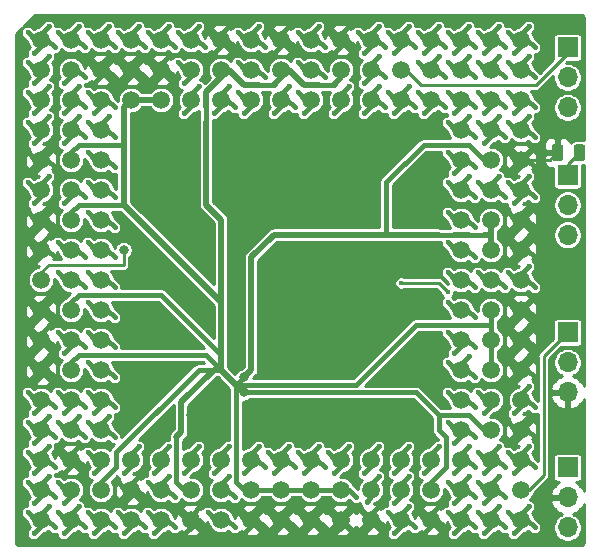
<source format=gbr>
G04 #@! TF.GenerationSoftware,KiCad,Pcbnew,(5.1.5)-3*
G04 #@! TF.CreationDate,2023-10-15T16:11:26+02:00*
G04 #@! TF.ProjectId,486VRM,34383656-524d-42e6-9b69-6361645f7063,rev?*
G04 #@! TF.SameCoordinates,Original*
G04 #@! TF.FileFunction,Copper,L2,Bot*
G04 #@! TF.FilePolarity,Positive*
%FSLAX46Y46*%
G04 Gerber Fmt 4.6, Leading zero omitted, Abs format (unit mm)*
G04 Created by KiCad (PCBNEW (5.1.5)-3) date 2023-10-15 16:11:26*
%MOMM*%
%LPD*%
G04 APERTURE LIST*
%ADD10C,1.500000*%
%ADD11O,1.700000X1.700000*%
%ADD12R,1.700000X1.700000*%
%ADD13C,0.100000*%
%ADD14C,0.400000*%
%ADD15C,0.800000*%
%ADD16C,0.400000*%
%ADD17C,0.250000*%
%ADD18C,0.500000*%
%ADD19C,0.254000*%
G04 APERTURE END LIST*
D10*
X199685000Y-130320000D03*
X199685000Y-125240000D03*
X199685000Y-127780000D03*
X199685000Y-122700000D03*
X199685000Y-120160000D03*
X199685000Y-117620000D03*
X199685000Y-115080000D03*
X199685000Y-112540000D03*
X199685000Y-110000000D03*
X199685000Y-107460000D03*
X199685000Y-104920000D03*
X199685000Y-102380000D03*
X199685000Y-99840000D03*
X199685000Y-97300000D03*
X199685000Y-94760000D03*
X199685000Y-92220000D03*
X199685000Y-89680000D03*
X197145000Y-130320000D03*
X197145000Y-125240000D03*
X197145000Y-127780000D03*
X197145000Y-122700000D03*
X197145000Y-120160000D03*
X197145000Y-117620000D03*
X197145000Y-115080000D03*
X197145000Y-112540000D03*
X197145000Y-110000000D03*
X197145000Y-107460000D03*
X197145000Y-104920000D03*
X197145000Y-102380000D03*
X197145000Y-99840000D03*
X197145000Y-97300000D03*
X197145000Y-94760000D03*
X197145000Y-92220000D03*
X197145000Y-89680000D03*
X194605000Y-130320000D03*
X194605000Y-125240000D03*
X194605000Y-127780000D03*
X194605000Y-122700000D03*
X194605000Y-120160000D03*
X194605000Y-117620000D03*
X194605000Y-115080000D03*
X194605000Y-112540000D03*
X194605000Y-110000000D03*
X194605000Y-107460000D03*
X194605000Y-104920000D03*
X194605000Y-102380000D03*
X194605000Y-99840000D03*
X194605000Y-97300000D03*
X194605000Y-94760000D03*
X194605000Y-92220000D03*
X194605000Y-89680000D03*
X192065000Y-130320000D03*
X192065000Y-125240000D03*
X192065000Y-127780000D03*
X192065000Y-94760000D03*
X192065000Y-92220000D03*
X192065000Y-89680000D03*
X189525000Y-130320000D03*
X189525000Y-125240000D03*
X189525000Y-127780000D03*
X189525000Y-94760000D03*
X189525000Y-92220000D03*
X189525000Y-89680000D03*
X186985000Y-130320000D03*
X186985000Y-125240000D03*
X186985000Y-127780000D03*
X186985000Y-94760000D03*
X186985000Y-92220000D03*
X186985000Y-89680000D03*
X184445000Y-130320000D03*
X184445000Y-125240000D03*
X184445000Y-127780000D03*
X184445000Y-94760000D03*
X184445000Y-92220000D03*
X184445000Y-89680000D03*
X181905000Y-130320000D03*
X181905000Y-125240000D03*
X181905000Y-127780000D03*
X181905000Y-94760000D03*
X181905000Y-92220000D03*
X181905000Y-89680000D03*
X179365000Y-130320000D03*
X179365000Y-125240000D03*
X179365000Y-127780000D03*
X179365000Y-94760000D03*
X179365000Y-92220000D03*
X179365000Y-89680000D03*
X176825000Y-130320000D03*
X176825000Y-125240000D03*
X176825000Y-127780000D03*
X176825000Y-94760000D03*
X176825000Y-92220000D03*
X176825000Y-89680000D03*
X174285000Y-130320000D03*
X174285000Y-125240000D03*
X174285000Y-127780000D03*
X174285000Y-94760000D03*
X174285000Y-92220000D03*
X174285000Y-89680000D03*
X171745000Y-130320000D03*
X171745000Y-125240000D03*
X171745000Y-127780000D03*
X171745000Y-94760000D03*
X171745000Y-92220000D03*
X171745000Y-89680000D03*
X169205000Y-130320000D03*
X169205000Y-125240000D03*
X169205000Y-127780000D03*
X169205000Y-94760000D03*
X169205000Y-92220000D03*
X169205000Y-89680000D03*
X166665000Y-130320000D03*
X166665000Y-125240000D03*
X166665000Y-127780000D03*
X166665000Y-94760000D03*
X166665000Y-92220000D03*
X166665000Y-89680000D03*
X164125000Y-130320000D03*
X164125000Y-125240000D03*
X164125000Y-127780000D03*
X164125000Y-122700000D03*
X164125000Y-120160000D03*
X164125000Y-117620000D03*
X164125000Y-115080000D03*
X164125000Y-112540000D03*
X164125000Y-110000000D03*
X164125000Y-107460000D03*
X164125000Y-104920000D03*
X164125000Y-102380000D03*
X164125000Y-99840000D03*
X164125000Y-97300000D03*
X164125000Y-94760000D03*
X164125000Y-92220000D03*
X164125000Y-89680000D03*
X161585000Y-130320000D03*
X161585000Y-125240000D03*
X161585000Y-127780000D03*
X161585000Y-122700000D03*
X161585000Y-120160000D03*
X161585000Y-117620000D03*
X161585000Y-115080000D03*
X161585000Y-112540000D03*
X161585000Y-110000000D03*
X161585000Y-107460000D03*
X161585000Y-104920000D03*
X161585000Y-102380000D03*
X161585000Y-99840000D03*
X161585000Y-97300000D03*
X161585000Y-94760000D03*
X161585000Y-92220000D03*
X161585000Y-89680000D03*
X159045000Y-130320000D03*
X159045000Y-125240000D03*
X159045000Y-127780000D03*
X159045000Y-122700000D03*
X159045000Y-120160000D03*
X159045000Y-117620000D03*
X159045000Y-115080000D03*
X159045000Y-112540000D03*
X159045000Y-110000000D03*
X159045000Y-107460000D03*
X159045000Y-104920000D03*
X159045000Y-102380000D03*
X159045000Y-99840000D03*
X159045000Y-97300000D03*
X159045000Y-94760000D03*
X159045000Y-92220000D03*
X159045000Y-89680000D03*
D11*
X203622000Y-130955000D03*
X203622000Y-128415000D03*
D12*
X203622000Y-125875000D03*
D11*
X203622000Y-106190000D03*
X203622000Y-103650000D03*
D12*
X203622000Y-101110000D03*
D11*
X203622000Y-95395000D03*
X203622000Y-92855000D03*
D12*
X203622000Y-90315000D03*
D11*
X203622000Y-119525000D03*
X203622000Y-116985000D03*
D12*
X203622000Y-114445000D03*
G04 #@! TA.AperFunction,SMDPad,CuDef*
D13*
G36*
X203030642Y-98506174D02*
G01*
X203054303Y-98509684D01*
X203077507Y-98515496D01*
X203100029Y-98523554D01*
X203121653Y-98533782D01*
X203142170Y-98546079D01*
X203161383Y-98560329D01*
X203179107Y-98576393D01*
X203195171Y-98594117D01*
X203209421Y-98613330D01*
X203221718Y-98633847D01*
X203231946Y-98655471D01*
X203240004Y-98677993D01*
X203245816Y-98701197D01*
X203249326Y-98724858D01*
X203250500Y-98748750D01*
X203250500Y-99661250D01*
X203249326Y-99685142D01*
X203245816Y-99708803D01*
X203240004Y-99732007D01*
X203231946Y-99754529D01*
X203221718Y-99776153D01*
X203209421Y-99796670D01*
X203195171Y-99815883D01*
X203179107Y-99833607D01*
X203161383Y-99849671D01*
X203142170Y-99863921D01*
X203121653Y-99876218D01*
X203100029Y-99886446D01*
X203077507Y-99894504D01*
X203054303Y-99900316D01*
X203030642Y-99903826D01*
X203006750Y-99905000D01*
X202519250Y-99905000D01*
X202495358Y-99903826D01*
X202471697Y-99900316D01*
X202448493Y-99894504D01*
X202425971Y-99886446D01*
X202404347Y-99876218D01*
X202383830Y-99863921D01*
X202364617Y-99849671D01*
X202346893Y-99833607D01*
X202330829Y-99815883D01*
X202316579Y-99796670D01*
X202304282Y-99776153D01*
X202294054Y-99754529D01*
X202285996Y-99732007D01*
X202280184Y-99708803D01*
X202276674Y-99685142D01*
X202275500Y-99661250D01*
X202275500Y-98748750D01*
X202276674Y-98724858D01*
X202280184Y-98701197D01*
X202285996Y-98677993D01*
X202294054Y-98655471D01*
X202304282Y-98633847D01*
X202316579Y-98613330D01*
X202330829Y-98594117D01*
X202346893Y-98576393D01*
X202364617Y-98560329D01*
X202383830Y-98546079D01*
X202404347Y-98533782D01*
X202425971Y-98523554D01*
X202448493Y-98515496D01*
X202471697Y-98509684D01*
X202495358Y-98506174D01*
X202519250Y-98505000D01*
X203006750Y-98505000D01*
X203030642Y-98506174D01*
G37*
G04 #@! TD.AperFunction*
G04 #@! TA.AperFunction,SMDPad,CuDef*
G36*
X204905642Y-98506174D02*
G01*
X204929303Y-98509684D01*
X204952507Y-98515496D01*
X204975029Y-98523554D01*
X204996653Y-98533782D01*
X205017170Y-98546079D01*
X205036383Y-98560329D01*
X205054107Y-98576393D01*
X205070171Y-98594117D01*
X205084421Y-98613330D01*
X205096718Y-98633847D01*
X205106946Y-98655471D01*
X205115004Y-98677993D01*
X205120816Y-98701197D01*
X205124326Y-98724858D01*
X205125500Y-98748750D01*
X205125500Y-99661250D01*
X205124326Y-99685142D01*
X205120816Y-99708803D01*
X205115004Y-99732007D01*
X205106946Y-99754529D01*
X205096718Y-99776153D01*
X205084421Y-99796670D01*
X205070171Y-99815883D01*
X205054107Y-99833607D01*
X205036383Y-99849671D01*
X205017170Y-99863921D01*
X204996653Y-99876218D01*
X204975029Y-99886446D01*
X204952507Y-99894504D01*
X204929303Y-99900316D01*
X204905642Y-99903826D01*
X204881750Y-99905000D01*
X204394250Y-99905000D01*
X204370358Y-99903826D01*
X204346697Y-99900316D01*
X204323493Y-99894504D01*
X204300971Y-99886446D01*
X204279347Y-99876218D01*
X204258830Y-99863921D01*
X204239617Y-99849671D01*
X204221893Y-99833607D01*
X204205829Y-99815883D01*
X204191579Y-99796670D01*
X204179282Y-99776153D01*
X204169054Y-99754529D01*
X204160996Y-99732007D01*
X204155184Y-99708803D01*
X204151674Y-99685142D01*
X204150500Y-99661250D01*
X204150500Y-98748750D01*
X204151674Y-98724858D01*
X204155184Y-98701197D01*
X204160996Y-98677993D01*
X204169054Y-98655471D01*
X204179282Y-98633847D01*
X204191579Y-98613330D01*
X204205829Y-98594117D01*
X204221893Y-98576393D01*
X204239617Y-98560329D01*
X204258830Y-98546079D01*
X204279347Y-98533782D01*
X204300971Y-98523554D01*
X204323493Y-98515496D01*
X204346697Y-98509684D01*
X204370358Y-98506174D01*
X204394250Y-98505000D01*
X204881750Y-98505000D01*
X204905642Y-98506174D01*
G37*
G04 #@! TD.AperFunction*
D14*
X159680000Y-116477000D03*
X158410000Y-118763000D03*
X160188000Y-118255000D03*
X157902000Y-116985000D03*
X198542000Y-111905000D03*
X199050000Y-113683000D03*
X200828000Y-113175000D03*
X200320000Y-113937000D03*
X198542000Y-114445000D03*
X199050000Y-116223000D03*
X200828000Y-115715000D03*
X200320000Y-116477000D03*
X198542000Y-116985000D03*
X199050000Y-118763000D03*
X200828000Y-118255000D03*
X200320000Y-121557000D03*
X198542000Y-122065000D03*
X199050000Y-123843000D03*
X200828000Y-123335000D03*
X192700000Y-129177000D03*
X190922000Y-129685000D03*
X191430000Y-131463000D03*
X193208000Y-130955000D03*
X187620000Y-129177000D03*
X186350000Y-131463000D03*
X188128000Y-130955000D03*
X183429000Y-129685000D03*
X183937000Y-131463000D03*
X182540000Y-129177000D03*
X180762000Y-129685000D03*
X181270000Y-131463000D03*
X183048000Y-130955000D03*
X180000000Y-129177000D03*
X178222000Y-129685000D03*
X178730000Y-131463000D03*
X180508000Y-130955000D03*
X177460000Y-129177000D03*
X175682000Y-129685000D03*
X176190000Y-131463000D03*
X177968000Y-130955000D03*
X172507000Y-129177000D03*
X170729000Y-129685000D03*
X171237000Y-131463000D03*
X173015000Y-130955000D03*
X167300000Y-126637000D03*
X165522000Y-127145000D03*
X166030000Y-128923000D03*
X167808000Y-128415000D03*
X162220000Y-124097000D03*
X160442000Y-124605000D03*
X160950000Y-126383000D03*
X162728000Y-125875000D03*
X159680000Y-113937000D03*
X157902000Y-114445000D03*
X158410000Y-116223000D03*
X160188000Y-115715000D03*
X159680000Y-111397000D03*
X157902000Y-111905000D03*
X158410000Y-113683000D03*
X160188000Y-113175000D03*
X159680000Y-106317000D03*
X157902000Y-106825000D03*
X158410000Y-108603000D03*
X160188000Y-108095000D03*
X159680000Y-103777000D03*
X157902000Y-104285000D03*
X158410000Y-106063000D03*
X160188000Y-105555000D03*
X159680000Y-98697000D03*
X157902000Y-99205000D03*
X158410000Y-100983000D03*
X160188000Y-100475000D03*
X200320000Y-103777000D03*
X198542000Y-104285000D03*
X199050000Y-106063000D03*
X200828000Y-105555000D03*
X200320000Y-106317000D03*
X198542000Y-106825000D03*
X199050000Y-108603000D03*
X200828000Y-108095000D03*
X198542000Y-99205000D03*
X199050000Y-100983000D03*
X200828000Y-100475000D03*
X185080000Y-88537000D03*
X183302000Y-89045000D03*
X183810000Y-90823000D03*
X185588000Y-90315000D03*
X174920000Y-88537000D03*
X173142000Y-89045000D03*
X173650000Y-90823000D03*
X175428000Y-90315000D03*
X180000000Y-88537000D03*
X178222000Y-89045000D03*
X178730000Y-90823000D03*
X180508000Y-90315000D03*
X169840000Y-91077000D03*
X168062000Y-91585000D03*
X168570000Y-93363000D03*
X170348000Y-92855000D03*
X167300000Y-91077000D03*
X165522000Y-91585000D03*
X166030000Y-93363000D03*
X167808000Y-92855000D03*
X164760000Y-91077000D03*
X162982000Y-91585000D03*
X163490000Y-93363000D03*
X165268000Y-92855000D03*
D15*
X180635000Y-98570000D03*
X181905000Y-98570000D03*
X183175000Y-98570000D03*
X184445000Y-98570000D03*
X185715000Y-98570000D03*
X189525000Y-98570000D03*
X191430000Y-102380000D03*
X191430000Y-103650000D03*
X191430000Y-107460000D03*
X191430000Y-108730000D03*
X191430000Y-111270000D03*
X191430000Y-112540000D03*
X191430000Y-115080000D03*
X191430000Y-116350000D03*
X190795000Y-121430000D03*
X189525000Y-121430000D03*
X184445000Y-121430000D03*
X183175000Y-121430000D03*
X181905000Y-121430000D03*
X174285000Y-121430000D03*
X173015000Y-121430000D03*
X171745000Y-121430000D03*
X167935000Y-120160000D03*
X167935000Y-118890000D03*
X167935000Y-117620000D03*
X167935000Y-112540000D03*
X167935000Y-110000000D03*
X169205000Y-110000000D03*
X177460000Y-101110000D03*
X177460000Y-102380000D03*
D14*
X180762000Y-112413000D03*
X180315000Y-113495000D03*
D15*
X183810000Y-104920000D03*
X185080000Y-104920000D03*
X186350000Y-104920000D03*
X183810000Y-107460000D03*
X185080000Y-107460000D03*
X186350000Y-107460000D03*
X171110000Y-111270000D03*
X172380000Y-112540000D03*
X169840000Y-121430000D03*
X181905000Y-117620000D03*
X183175000Y-117620000D03*
X184445000Y-117620000D03*
X184445000Y-117620000D03*
X180635000Y-121430000D03*
X179365000Y-121430000D03*
X180635000Y-117620000D03*
X179365000Y-117620000D03*
X175555000Y-116350000D03*
X175555000Y-112540000D03*
X175555000Y-111270000D03*
X188255000Y-117620000D03*
X189525000Y-117620000D03*
X185715000Y-114445000D03*
X186985000Y-114445000D03*
X179365000Y-111270000D03*
X187620000Y-107460000D03*
X188255000Y-114445000D03*
X188255000Y-108730000D03*
X188255000Y-111270000D03*
X188255000Y-112540000D03*
D14*
X185080000Y-129304000D03*
D15*
X176190000Y-119525000D03*
X176190000Y-118255000D03*
D14*
X185715000Y-128415000D03*
X193462000Y-111016000D03*
X189525000Y-110254000D03*
X200320000Y-129177000D03*
X198542000Y-129685000D03*
X199050000Y-131463000D03*
X200828000Y-130955000D03*
X200320000Y-124097000D03*
X198542000Y-124605000D03*
X199050000Y-126383000D03*
X200828000Y-125875000D03*
X200320000Y-119017000D03*
X199050000Y-121303000D03*
X200828000Y-120795000D03*
X200320000Y-108857000D03*
X198542000Y-109365000D03*
X200828000Y-110635000D03*
X200320000Y-101237000D03*
X198542000Y-101745000D03*
X199050000Y-103523000D03*
X200828000Y-103015000D03*
X200320000Y-96157000D03*
X198542000Y-96665000D03*
X200828000Y-97935000D03*
X198542000Y-94125000D03*
X199050000Y-95903000D03*
X200828000Y-95395000D03*
X200320000Y-91077000D03*
X198542000Y-91585000D03*
X200828000Y-92855000D03*
X200320000Y-88537000D03*
X198542000Y-89045000D03*
X199050000Y-90823000D03*
X200828000Y-90315000D03*
X197780000Y-129177000D03*
X196002000Y-129685000D03*
X196510000Y-131463000D03*
X198288000Y-130955000D03*
X197780000Y-124097000D03*
X196002000Y-124605000D03*
X196510000Y-126383000D03*
X198288000Y-125875000D03*
X197780000Y-126637000D03*
X196002000Y-127145000D03*
X196510000Y-128923000D03*
X198288000Y-128415000D03*
X196002000Y-119525000D03*
X196510000Y-121303000D03*
X196002000Y-109365000D03*
X198288000Y-110635000D03*
X197780000Y-101237000D03*
X196002000Y-101745000D03*
X198288000Y-103015000D03*
X197780000Y-96157000D03*
X196002000Y-96665000D03*
X196510000Y-98443000D03*
X198288000Y-97935000D03*
X196002000Y-94125000D03*
X196510000Y-95903000D03*
X198288000Y-95395000D03*
X197780000Y-91077000D03*
X196002000Y-91585000D03*
X198288000Y-92855000D03*
X197780000Y-88537000D03*
X196002000Y-89045000D03*
X196510000Y-90823000D03*
X198288000Y-90315000D03*
X195240000Y-129177000D03*
X193462000Y-129685000D03*
X193970000Y-131463000D03*
X195748000Y-130955000D03*
X195240000Y-124097000D03*
X193970000Y-126383000D03*
X195748000Y-125875000D03*
X195240000Y-126637000D03*
X193462000Y-127145000D03*
X193970000Y-128923000D03*
X195748000Y-128415000D03*
X193462000Y-122065000D03*
X193970000Y-123843000D03*
X195748000Y-123335000D03*
X193462000Y-119525000D03*
X195748000Y-120795000D03*
X195240000Y-116477000D03*
X193462000Y-116985000D03*
X195748000Y-118255000D03*
X193462000Y-114445000D03*
X193970000Y-116223000D03*
X195748000Y-115715000D03*
X193462000Y-111905000D03*
X195748000Y-113175000D03*
X193462000Y-109365000D03*
X195748000Y-110635000D03*
X193462000Y-106825000D03*
X195748000Y-108095000D03*
X193462000Y-104285000D03*
X195748000Y-105555000D03*
X195240000Y-101237000D03*
X193462000Y-101745000D03*
X195748000Y-103015000D03*
X193462000Y-99205000D03*
X193970000Y-100983000D03*
X195748000Y-100475000D03*
X195240000Y-96157000D03*
X193462000Y-96665000D03*
X195748000Y-97935000D03*
X193462000Y-94125000D03*
X193970000Y-95903000D03*
X195748000Y-95395000D03*
X195240000Y-91077000D03*
X193462000Y-91585000D03*
X195748000Y-92855000D03*
X195240000Y-88537000D03*
X193462000Y-89045000D03*
X193970000Y-90823000D03*
X195748000Y-90315000D03*
X192700000Y-124097000D03*
X191430000Y-126383000D03*
X190922000Y-94125000D03*
X191430000Y-95903000D03*
X193208000Y-95395000D03*
X192700000Y-91077000D03*
X190922000Y-91585000D03*
X193208000Y-92855000D03*
X192700000Y-88537000D03*
X190922000Y-89045000D03*
X191430000Y-90823000D03*
X193208000Y-90315000D03*
X190160000Y-129177000D03*
X188382000Y-129685000D03*
X188890000Y-131463000D03*
X190668000Y-130955000D03*
X190160000Y-124097000D03*
X188890000Y-126383000D03*
X190160000Y-126637000D03*
X188890000Y-128923000D03*
X190160000Y-93617000D03*
X188382000Y-94125000D03*
X188890000Y-95903000D03*
X190668000Y-95395000D03*
X190160000Y-88537000D03*
X188382000Y-89045000D03*
X188890000Y-90823000D03*
X190668000Y-90315000D03*
X187620000Y-124097000D03*
X186350000Y-126383000D03*
X187620000Y-126637000D03*
X186604000Y-128796000D03*
X187620000Y-93617000D03*
X186350000Y-95903000D03*
X188128000Y-95395000D03*
X187620000Y-91077000D03*
X186350000Y-93363000D03*
X188128000Y-92855000D03*
X187620000Y-88537000D03*
X185842000Y-89045000D03*
X186350000Y-90823000D03*
X188128000Y-90315000D03*
X185080000Y-124097000D03*
X183302000Y-124605000D03*
X183810000Y-126383000D03*
X185080000Y-93617000D03*
X183810000Y-95903000D03*
X182540000Y-124097000D03*
X180762000Y-124605000D03*
X181270000Y-126383000D03*
X183048000Y-125875000D03*
X180762000Y-94125000D03*
X181270000Y-95903000D03*
X180762000Y-91585000D03*
X183048000Y-92855000D03*
X182540000Y-88537000D03*
X180762000Y-89045000D03*
X183048000Y-90315000D03*
X180000000Y-124097000D03*
X178222000Y-124605000D03*
X178730000Y-126383000D03*
X180508000Y-125875000D03*
X180000000Y-93617000D03*
X178730000Y-95903000D03*
X180508000Y-95395000D03*
X177460000Y-124097000D03*
X176190000Y-126383000D03*
X177968000Y-125875000D03*
X175682000Y-94125000D03*
X176190000Y-95903000D03*
X175682000Y-91585000D03*
X177968000Y-92855000D03*
X177460000Y-88537000D03*
X175682000Y-89045000D03*
X177968000Y-90315000D03*
X173142000Y-129685000D03*
X175428000Y-130955000D03*
X174920000Y-124097000D03*
X173650000Y-126383000D03*
X174920000Y-126637000D03*
X175428000Y-128415000D03*
X174920000Y-93617000D03*
X173650000Y-95903000D03*
X175428000Y-95395000D03*
X172380000Y-124097000D03*
X171110000Y-126383000D03*
X172380000Y-93617000D03*
X171110000Y-95903000D03*
X170602000Y-91585000D03*
X171110000Y-93363000D03*
X172380000Y-88537000D03*
X170602000Y-89045000D03*
X172888000Y-90315000D03*
X168062000Y-129685000D03*
X168570000Y-131463000D03*
X170348000Y-130955000D03*
X169840000Y-124097000D03*
X168570000Y-126383000D03*
X169840000Y-126637000D03*
X168062000Y-127145000D03*
X170348000Y-128415000D03*
X169840000Y-88537000D03*
X168062000Y-89045000D03*
X170348000Y-90315000D03*
X165522000Y-129685000D03*
X166030000Y-131463000D03*
X167808000Y-130955000D03*
X167300000Y-124097000D03*
X166030000Y-126383000D03*
X167300000Y-88537000D03*
X165522000Y-89045000D03*
X167808000Y-90315000D03*
X162982000Y-129685000D03*
X163490000Y-131463000D03*
X165268000Y-130955000D03*
X162982000Y-124605000D03*
X163490000Y-126383000D03*
X164760000Y-121557000D03*
X162982000Y-122065000D03*
X165268000Y-123335000D03*
X162982000Y-119525000D03*
X163490000Y-121303000D03*
X165268000Y-120795000D03*
X162982000Y-116985000D03*
X165268000Y-118255000D03*
X162982000Y-114445000D03*
X165268000Y-115715000D03*
X162982000Y-111905000D03*
X165268000Y-113175000D03*
X162982000Y-109365000D03*
X165268000Y-110635000D03*
X162982000Y-106825000D03*
X165268000Y-108095000D03*
X162982000Y-104285000D03*
X165268000Y-105555000D03*
X162982000Y-101745000D03*
X165268000Y-103015000D03*
X162982000Y-99205000D03*
X165268000Y-100475000D03*
X164760000Y-96157000D03*
X162982000Y-96665000D03*
X165268000Y-97935000D03*
X162982000Y-94125000D03*
X163490000Y-95903000D03*
X165268000Y-95395000D03*
X164760000Y-88537000D03*
X162982000Y-89045000D03*
X165268000Y-90315000D03*
X162220000Y-129177000D03*
X160442000Y-129685000D03*
X160950000Y-131463000D03*
X162728000Y-130955000D03*
X160442000Y-127145000D03*
X160950000Y-128923000D03*
X162220000Y-121557000D03*
X160442000Y-122065000D03*
X162728000Y-123335000D03*
X160442000Y-119525000D03*
X160950000Y-121303000D03*
X162728000Y-120795000D03*
X160442000Y-114445000D03*
X160950000Y-116223000D03*
X162728000Y-115715000D03*
X160442000Y-109365000D03*
X162728000Y-110635000D03*
X160442000Y-106825000D03*
X162728000Y-108095000D03*
X160950000Y-103523000D03*
X162728000Y-103015000D03*
X162220000Y-96157000D03*
X160950000Y-98443000D03*
X162728000Y-97935000D03*
X162220000Y-93617000D03*
X160950000Y-95903000D03*
X162728000Y-95395000D03*
X160950000Y-93363000D03*
X162728000Y-92855000D03*
X162220000Y-88537000D03*
X160442000Y-89045000D03*
X162728000Y-90315000D03*
X159680000Y-129177000D03*
X157902000Y-129685000D03*
X158410000Y-131463000D03*
X160188000Y-130955000D03*
X159680000Y-124097000D03*
X157902000Y-124605000D03*
X158410000Y-126383000D03*
X160188000Y-125875000D03*
X159680000Y-126637000D03*
X157902000Y-127145000D03*
X158410000Y-128923000D03*
X160188000Y-128415000D03*
X159680000Y-121557000D03*
X157902000Y-122065000D03*
X158410000Y-123843000D03*
X160188000Y-123335000D03*
X157902000Y-119525000D03*
X158410000Y-121303000D03*
X160188000Y-120795000D03*
D15*
X166030000Y-107460000D03*
D14*
X159680000Y-101237000D03*
X157902000Y-101745000D03*
X158410000Y-103523000D03*
X159680000Y-96157000D03*
X157902000Y-96665000D03*
X158410000Y-98443000D03*
X159680000Y-93617000D03*
X157902000Y-94125000D03*
X158410000Y-95903000D03*
X159680000Y-91077000D03*
X157902000Y-91585000D03*
X158410000Y-93363000D03*
X157902000Y-89045000D03*
X158410000Y-90823000D03*
X159680000Y-88537000D03*
X160188000Y-90315000D03*
D16*
X159045000Y-118128000D02*
X158410000Y-118763000D01*
X158537000Y-117620000D02*
X157902000Y-116985000D01*
X159045000Y-117620000D02*
X159553000Y-117620000D01*
X159045000Y-117620000D02*
X158537000Y-117620000D01*
X159045000Y-117620000D02*
X159045000Y-118128000D01*
X159045000Y-117112000D02*
X159680000Y-116477000D01*
X159553000Y-117620000D02*
X160188000Y-118255000D01*
X159045000Y-117620000D02*
X159045000Y-117112000D01*
X199685000Y-113048000D02*
X199050000Y-113683000D01*
X199685000Y-112540000D02*
X199685000Y-113048000D01*
X199177000Y-112540000D02*
X198542000Y-111905000D01*
X199685000Y-112540000D02*
X199177000Y-112540000D01*
X199685000Y-112540000D02*
X200193000Y-112540000D01*
X200193000Y-112540000D02*
X200828000Y-113175000D01*
X199685000Y-114572000D02*
X200320000Y-113937000D01*
X199685000Y-115080000D02*
X199685000Y-114572000D01*
X199685000Y-115588000D02*
X199050000Y-116223000D01*
X199685000Y-115080000D02*
X199685000Y-115588000D01*
X199177000Y-115080000D02*
X198542000Y-114445000D01*
X199685000Y-115080000D02*
X199177000Y-115080000D01*
X199685000Y-115080000D02*
X200193000Y-115080000D01*
X200193000Y-115080000D02*
X200828000Y-115715000D01*
X199685000Y-117112000D02*
X200320000Y-116477000D01*
X199685000Y-117620000D02*
X199685000Y-117112000D01*
X199685000Y-118128000D02*
X199050000Y-118763000D01*
X199685000Y-117620000D02*
X199685000Y-118128000D01*
X199177000Y-117620000D02*
X198542000Y-116985000D01*
X199685000Y-117620000D02*
X199177000Y-117620000D01*
X199685000Y-117620000D02*
X200193000Y-117620000D01*
X200193000Y-117620000D02*
X200828000Y-118255000D01*
X199685000Y-122192000D02*
X200320000Y-121557000D01*
X199685000Y-122700000D02*
X199685000Y-122192000D01*
X199685000Y-123208000D02*
X199050000Y-123843000D01*
X199685000Y-122700000D02*
X199685000Y-123208000D01*
X199177000Y-122700000D02*
X198542000Y-122065000D01*
X199685000Y-122700000D02*
X199177000Y-122700000D01*
X199685000Y-122700000D02*
X200193000Y-122700000D01*
X200193000Y-122700000D02*
X200828000Y-123335000D01*
X192065000Y-129812000D02*
X192700000Y-129177000D01*
X192065000Y-130320000D02*
X192065000Y-129812000D01*
X192065000Y-130828000D02*
X191430000Y-131463000D01*
X192065000Y-130320000D02*
X192065000Y-130828000D01*
X191557000Y-130320000D02*
X190922000Y-129685000D01*
X192065000Y-130320000D02*
X191557000Y-130320000D01*
X192065000Y-130320000D02*
X192573000Y-130320000D01*
X192573000Y-130320000D02*
X193208000Y-130955000D01*
X186985000Y-129812000D02*
X187620000Y-129177000D01*
X186985000Y-130320000D02*
X186985000Y-129812000D01*
X186985000Y-130828000D02*
X186350000Y-131463000D01*
X186985000Y-130320000D02*
X186985000Y-130828000D01*
X186985000Y-130320000D02*
X187493000Y-130320000D01*
X187493000Y-130320000D02*
X188128000Y-130955000D01*
X184572000Y-130828000D02*
X183937000Y-131463000D01*
X184572000Y-130320000D02*
X184572000Y-130828000D01*
X184064000Y-130320000D02*
X183429000Y-129685000D01*
X184572000Y-130320000D02*
X184064000Y-130320000D01*
X181905000Y-129812000D02*
X182540000Y-129177000D01*
X181905000Y-130320000D02*
X181905000Y-129812000D01*
X181905000Y-130828000D02*
X181270000Y-131463000D01*
X181905000Y-130320000D02*
X181905000Y-130828000D01*
X181397000Y-130320000D02*
X180762000Y-129685000D01*
X181905000Y-130320000D02*
X181397000Y-130320000D01*
X181905000Y-130320000D02*
X182413000Y-130320000D01*
X182413000Y-130320000D02*
X183048000Y-130955000D01*
X179365000Y-129812000D02*
X180000000Y-129177000D01*
X179365000Y-130320000D02*
X179365000Y-129812000D01*
X179365000Y-130828000D02*
X178730000Y-131463000D01*
X179365000Y-130320000D02*
X179365000Y-130828000D01*
X178857000Y-130320000D02*
X178222000Y-129685000D01*
X179365000Y-130320000D02*
X178857000Y-130320000D01*
X179365000Y-130320000D02*
X179873000Y-130320000D01*
X179873000Y-130320000D02*
X180508000Y-130955000D01*
X176825000Y-129812000D02*
X177460000Y-129177000D01*
X176825000Y-130320000D02*
X176825000Y-129812000D01*
X176825000Y-130828000D02*
X176190000Y-131463000D01*
X176825000Y-130320000D02*
X176825000Y-130828000D01*
X176317000Y-130320000D02*
X175682000Y-129685000D01*
X176825000Y-130320000D02*
X176317000Y-130320000D01*
X176825000Y-130320000D02*
X177333000Y-130320000D01*
X177333000Y-130320000D02*
X177968000Y-130955000D01*
X171872000Y-129812000D02*
X172507000Y-129177000D01*
X171872000Y-130320000D02*
X171872000Y-129812000D01*
X171872000Y-130828000D02*
X171237000Y-131463000D01*
X171872000Y-130320000D02*
X171872000Y-130828000D01*
X171364000Y-130320000D02*
X170729000Y-129685000D01*
X171872000Y-130320000D02*
X171364000Y-130320000D01*
X171872000Y-130320000D02*
X172380000Y-130320000D01*
X172380000Y-130320000D02*
X173015000Y-130955000D01*
X166665000Y-127272000D02*
X167300000Y-126637000D01*
X166665000Y-127780000D02*
X166665000Y-127272000D01*
X166665000Y-128288000D02*
X166030000Y-128923000D01*
X166665000Y-127780000D02*
X166665000Y-128288000D01*
X166157000Y-127780000D02*
X165522000Y-127145000D01*
X166665000Y-127780000D02*
X166157000Y-127780000D01*
X166665000Y-127780000D02*
X167173000Y-127780000D01*
X167173000Y-127780000D02*
X167808000Y-128415000D01*
X161585000Y-124732000D02*
X162220000Y-124097000D01*
X161585000Y-125240000D02*
X161585000Y-124732000D01*
X161585000Y-125748000D02*
X160950000Y-126383000D01*
X161585000Y-125240000D02*
X161585000Y-125748000D01*
X161077000Y-125240000D02*
X160442000Y-124605000D01*
X161585000Y-125240000D02*
X161077000Y-125240000D01*
X161585000Y-125240000D02*
X162093000Y-125240000D01*
X162093000Y-125240000D02*
X162728000Y-125875000D01*
X159045000Y-114572000D02*
X159680000Y-113937000D01*
X159045000Y-115080000D02*
X159045000Y-114572000D01*
X159045000Y-115588000D02*
X158410000Y-116223000D01*
X159045000Y-115080000D02*
X159045000Y-115588000D01*
X158537000Y-115080000D02*
X157902000Y-114445000D01*
X159045000Y-115080000D02*
X158537000Y-115080000D01*
X159045000Y-115080000D02*
X159553000Y-115080000D01*
X159553000Y-115080000D02*
X160188000Y-115715000D01*
X159045000Y-112032000D02*
X159680000Y-111397000D01*
X159045000Y-112540000D02*
X159045000Y-112032000D01*
X159045000Y-113048000D02*
X158410000Y-113683000D01*
X159045000Y-112540000D02*
X159045000Y-113048000D01*
X158537000Y-112540000D02*
X157902000Y-111905000D01*
X159045000Y-112540000D02*
X158537000Y-112540000D01*
X159045000Y-112540000D02*
X159553000Y-112540000D01*
X159553000Y-112540000D02*
X160188000Y-113175000D01*
X159045000Y-106952000D02*
X159680000Y-106317000D01*
X159045000Y-107460000D02*
X159045000Y-106952000D01*
X159045000Y-107968000D02*
X158410000Y-108603000D01*
X159045000Y-107460000D02*
X159045000Y-107968000D01*
X158537000Y-107460000D02*
X157902000Y-106825000D01*
X159045000Y-107460000D02*
X158537000Y-107460000D01*
X159045000Y-107460000D02*
X159553000Y-107460000D01*
X159553000Y-107460000D02*
X160188000Y-108095000D01*
X159045000Y-104412000D02*
X159680000Y-103777000D01*
X159045000Y-104920000D02*
X159045000Y-104412000D01*
X159045000Y-105428000D02*
X158410000Y-106063000D01*
X159045000Y-104920000D02*
X159045000Y-105428000D01*
X158537000Y-104920000D02*
X157902000Y-104285000D01*
X159045000Y-104920000D02*
X158537000Y-104920000D01*
X159045000Y-104920000D02*
X159553000Y-104920000D01*
X159553000Y-104920000D02*
X160188000Y-105555000D01*
X159045000Y-99332000D02*
X159680000Y-98697000D01*
X159045000Y-99840000D02*
X159045000Y-99332000D01*
X159045000Y-100348000D02*
X158410000Y-100983000D01*
X159045000Y-99840000D02*
X159045000Y-100348000D01*
X158537000Y-99840000D02*
X157902000Y-99205000D01*
X159045000Y-99840000D02*
X158537000Y-99840000D01*
X159045000Y-99840000D02*
X159553000Y-99840000D01*
X159553000Y-99840000D02*
X160188000Y-100475000D01*
X199685000Y-104412000D02*
X200320000Y-103777000D01*
X199685000Y-104920000D02*
X199685000Y-104412000D01*
X199685000Y-105428000D02*
X199050000Y-106063000D01*
X199685000Y-104920000D02*
X199685000Y-105428000D01*
X199177000Y-104920000D02*
X198542000Y-104285000D01*
X199685000Y-104920000D02*
X199177000Y-104920000D01*
X199685000Y-104920000D02*
X200193000Y-104920000D01*
X200193000Y-104920000D02*
X200828000Y-105555000D01*
X199685000Y-106952000D02*
X200320000Y-106317000D01*
X199685000Y-107460000D02*
X199685000Y-106952000D01*
X199685000Y-107968000D02*
X199050000Y-108603000D01*
X199685000Y-107460000D02*
X199685000Y-107968000D01*
X199177000Y-107460000D02*
X198542000Y-106825000D01*
X199685000Y-107460000D02*
X199177000Y-107460000D01*
X199685000Y-107460000D02*
X200193000Y-107460000D01*
X200193000Y-107460000D02*
X200828000Y-108095000D01*
X199685000Y-100348000D02*
X199050000Y-100983000D01*
X199685000Y-99840000D02*
X199685000Y-100348000D01*
X199177000Y-99840000D02*
X198542000Y-99205000D01*
X199685000Y-99840000D02*
X199177000Y-99840000D01*
X199685000Y-99840000D02*
X200193000Y-99840000D01*
X200193000Y-99840000D02*
X200828000Y-100475000D01*
X184445000Y-89172000D02*
X185080000Y-88537000D01*
X184445000Y-89680000D02*
X184445000Y-89172000D01*
X184445000Y-90188000D02*
X183810000Y-90823000D01*
X184445000Y-89680000D02*
X184445000Y-90188000D01*
X183937000Y-89680000D02*
X183302000Y-89045000D01*
X184445000Y-89680000D02*
X183937000Y-89680000D01*
X184445000Y-89680000D02*
X184953000Y-89680000D01*
X184953000Y-89680000D02*
X185588000Y-90315000D01*
X174285000Y-89172000D02*
X174920000Y-88537000D01*
X174285000Y-89680000D02*
X174285000Y-89172000D01*
X174285000Y-90188000D02*
X173650000Y-90823000D01*
X174285000Y-89680000D02*
X174285000Y-90188000D01*
X173777000Y-89680000D02*
X173142000Y-89045000D01*
X174285000Y-89680000D02*
X173777000Y-89680000D01*
X174285000Y-89680000D02*
X174793000Y-89680000D01*
X174793000Y-89680000D02*
X175428000Y-90315000D01*
X179365000Y-89172000D02*
X180000000Y-88537000D01*
X179365000Y-89680000D02*
X179365000Y-89172000D01*
X179365000Y-90188000D02*
X178730000Y-90823000D01*
X179365000Y-89680000D02*
X179365000Y-90188000D01*
X178857000Y-89680000D02*
X178222000Y-89045000D01*
X179365000Y-89680000D02*
X178857000Y-89680000D01*
X179365000Y-89680000D02*
X179873000Y-89680000D01*
X179873000Y-89680000D02*
X180508000Y-90315000D01*
X169205000Y-91712000D02*
X169840000Y-91077000D01*
X169205000Y-92220000D02*
X169205000Y-91712000D01*
X169205000Y-92728000D02*
X168570000Y-93363000D01*
X169205000Y-92220000D02*
X169205000Y-92728000D01*
X168697000Y-92220000D02*
X168062000Y-91585000D01*
X169205000Y-92220000D02*
X168697000Y-92220000D01*
X169205000Y-92220000D02*
X169713000Y-92220000D01*
X169713000Y-92220000D02*
X170348000Y-92855000D01*
X166665000Y-91712000D02*
X167300000Y-91077000D01*
X166665000Y-92220000D02*
X166665000Y-91712000D01*
X166665000Y-92728000D02*
X166030000Y-93363000D01*
X166665000Y-92220000D02*
X166665000Y-92728000D01*
X166157000Y-92220000D02*
X165522000Y-91585000D01*
X166665000Y-92220000D02*
X166157000Y-92220000D01*
X166665000Y-92220000D02*
X167173000Y-92220000D01*
X167173000Y-92220000D02*
X167808000Y-92855000D01*
X164125000Y-91712000D02*
X164760000Y-91077000D01*
X164125000Y-92220000D02*
X164125000Y-91712000D01*
X164125000Y-92728000D02*
X163490000Y-93363000D01*
X164125000Y-92220000D02*
X164125000Y-92728000D01*
X163617000Y-92220000D02*
X162982000Y-91585000D01*
X164125000Y-92220000D02*
X163617000Y-92220000D01*
X164125000Y-92220000D02*
X164633000Y-92220000D01*
X164633000Y-92220000D02*
X165268000Y-92855000D01*
D17*
X202128000Y-99840000D02*
X202763000Y-99205000D01*
X199685000Y-99840000D02*
X202128000Y-99840000D01*
D16*
X184572000Y-129812000D02*
X184572000Y-130320000D01*
X185080000Y-129304000D02*
X184572000Y-129812000D01*
X176825000Y-127780000D02*
X184445000Y-127780000D01*
X197145000Y-122700000D02*
X196510000Y-122700000D01*
X196510000Y-122700000D02*
X195240000Y-121430000D01*
X195240000Y-121430000D02*
X192700000Y-121430000D01*
X192065000Y-127780000D02*
X192065000Y-127145000D01*
X192065000Y-127145000D02*
X193335000Y-125875000D01*
X193335000Y-125875000D02*
X193335000Y-123335000D01*
X193335000Y-123335000D02*
X192700000Y-122700000D01*
X192700000Y-122700000D02*
X192700000Y-121430000D01*
X197145000Y-113810000D02*
X197145000Y-117620000D01*
X197145000Y-112540000D02*
X197145000Y-113810000D01*
X197145000Y-106190000D02*
X197145000Y-107460000D01*
X197145000Y-104920000D02*
X197145000Y-106190000D01*
X176190000Y-127780000D02*
X175555000Y-127145000D01*
X176825000Y-127780000D02*
X176190000Y-127780000D01*
X175555000Y-127145000D02*
X175555000Y-118890000D01*
X172380000Y-117620000D02*
X174285000Y-117620000D01*
X165395000Y-124605000D02*
X172380000Y-117620000D01*
X165395000Y-125875000D02*
X165395000Y-124605000D01*
X164125000Y-127780000D02*
X164125000Y-127145000D01*
X164125000Y-127145000D02*
X165395000Y-125875000D01*
X161585000Y-117620000D02*
X161585000Y-116985000D01*
X173015000Y-116350000D02*
X174285000Y-117620000D01*
X161585000Y-116985000D02*
X162220000Y-116350000D01*
X161585000Y-112540000D02*
X161585000Y-111905000D01*
X161585000Y-111905000D02*
X162220000Y-111270000D01*
X174285000Y-104920000D02*
X174285000Y-105555000D01*
X173650000Y-104285000D02*
X173967500Y-104602500D01*
X173967500Y-104602500D02*
X174285000Y-104920000D01*
X173015000Y-103650000D02*
X173967500Y-104602500D01*
X174285000Y-92220000D02*
X174285000Y-92855000D01*
X179365000Y-92220000D02*
X179365000Y-92855000D01*
X185715000Y-118890000D02*
X176190000Y-118890000D01*
X190795000Y-113810000D02*
X185715000Y-118890000D01*
X197145000Y-113810000D02*
X190795000Y-113810000D01*
X192700000Y-121430000D02*
X190795000Y-119525000D01*
X190795000Y-119525000D02*
X176190000Y-119525000D01*
X176190000Y-119525000D02*
X175555000Y-118890000D01*
X176190000Y-118890000D02*
X175555000Y-118890000D01*
X176190000Y-119525000D02*
X176190000Y-119525000D01*
X176190000Y-118255000D02*
X175555000Y-118890000D01*
X191430000Y-98570000D02*
X188255000Y-101745000D01*
X195240000Y-98570000D02*
X191430000Y-98570000D01*
X197145000Y-99840000D02*
X196510000Y-99840000D01*
X188255000Y-101745000D02*
X188255000Y-106190000D01*
X196510000Y-99840000D02*
X195240000Y-98570000D01*
X176190000Y-93490000D02*
X178730000Y-93490000D01*
X181270000Y-93490000D02*
X183810000Y-93490000D01*
X171110000Y-127780000D02*
X170475000Y-127145000D01*
X171745000Y-127780000D02*
X171110000Y-127780000D01*
X161585000Y-104285000D02*
X161585000Y-104920000D01*
X166030000Y-103650000D02*
X162220000Y-103650000D01*
X162220000Y-103650000D02*
X161585000Y-104285000D01*
X185080000Y-127780000D02*
X185715000Y-128415000D01*
X184445000Y-127780000D02*
X185080000Y-127780000D01*
D18*
X166030000Y-103650000D02*
X174285000Y-111905000D01*
X174285000Y-117620000D02*
X175555000Y-118890000D01*
X174285000Y-111905000D02*
X174285000Y-117620000D01*
X166030000Y-95395000D02*
X166665000Y-94760000D01*
X166665000Y-94760000D02*
X169205000Y-94760000D01*
X166030000Y-98570000D02*
X166030000Y-95395000D01*
X166030000Y-103650000D02*
X166030000Y-98570000D01*
D16*
X161585000Y-99205000D02*
X161585000Y-99840000D01*
X166030000Y-98570000D02*
X162220000Y-98570000D01*
X162220000Y-98570000D02*
X161585000Y-99205000D01*
D18*
X174285000Y-104920000D02*
X173015000Y-103650000D01*
X174285000Y-111905000D02*
X174285000Y-104920000D01*
X173015000Y-103650000D02*
X173015000Y-96665000D01*
X173015000Y-95395000D02*
X173015000Y-94125000D01*
D16*
X173015000Y-95395000D02*
X173015000Y-103650000D01*
D18*
X173015000Y-94125000D02*
X174285000Y-92855000D01*
X174920000Y-92220000D02*
X175555000Y-92855000D01*
X174285000Y-92220000D02*
X174920000Y-92220000D01*
X175555000Y-92855000D02*
X176190000Y-93490000D01*
X176190000Y-93490000D02*
X177460000Y-93490000D01*
X178730000Y-93490000D02*
X179365000Y-92855000D01*
X180000000Y-92220000D02*
X181270000Y-93490000D01*
X179365000Y-92220000D02*
X180000000Y-92220000D01*
X181270000Y-93490000D02*
X182540000Y-93490000D01*
X184445000Y-92855000D02*
X183810000Y-93490000D01*
X184445000Y-92220000D02*
X184445000Y-92855000D01*
D16*
X170475000Y-127145000D02*
X170475000Y-123335000D01*
D18*
X170894999Y-122915001D02*
X170475000Y-123335000D01*
X170894999Y-120375001D02*
X170894999Y-122915001D01*
X173650000Y-117620000D02*
X170894999Y-120375001D01*
X174285000Y-117620000D02*
X173650000Y-117620000D01*
X176190000Y-118255000D02*
X176825000Y-117620000D01*
X176825000Y-117620000D02*
X176825000Y-108095000D01*
X176825000Y-108095000D02*
X178730000Y-106190000D01*
X178730000Y-106190000D02*
X188255000Y-106190000D01*
X188255000Y-106190000D02*
X192700000Y-106190000D01*
X193970000Y-106190000D02*
X195240000Y-106190000D01*
D16*
X193970000Y-106190000D02*
X192700000Y-106190000D01*
D18*
X196510000Y-106190000D02*
X197145000Y-106190000D01*
D16*
X196510000Y-106190000D02*
X193970000Y-106190000D01*
D18*
X197145000Y-104920000D02*
X197145000Y-107460000D01*
D16*
X174285000Y-116350000D02*
X174285000Y-117620000D01*
X169205000Y-111270000D02*
X174285000Y-116350000D01*
X162220000Y-116350000D02*
X173015000Y-116350000D01*
X162220000Y-111270000D02*
X169205000Y-111270000D01*
D17*
X192700000Y-110254000D02*
X193462000Y-111016000D01*
X189525000Y-110254000D02*
X192700000Y-110254000D01*
D16*
X199685000Y-129812000D02*
X200320000Y-129177000D01*
X199685000Y-130320000D02*
X199685000Y-129812000D01*
X199685000Y-130828000D02*
X199050000Y-131463000D01*
X199685000Y-130320000D02*
X199685000Y-130828000D01*
X199177000Y-130320000D02*
X198542000Y-129685000D01*
X199685000Y-130320000D02*
X199177000Y-130320000D01*
X199685000Y-130320000D02*
X200193000Y-130320000D01*
X200193000Y-130320000D02*
X200828000Y-130955000D01*
X199685000Y-124732000D02*
X200320000Y-124097000D01*
X199685000Y-125240000D02*
X199685000Y-124732000D01*
X199685000Y-125748000D02*
X199050000Y-126383000D01*
X199685000Y-125240000D02*
X199685000Y-125748000D01*
X199177000Y-125240000D02*
X198542000Y-124605000D01*
X199685000Y-125240000D02*
X199177000Y-125240000D01*
X199685000Y-125240000D02*
X200193000Y-125240000D01*
X200193000Y-125240000D02*
X200828000Y-125875000D01*
D17*
X199685000Y-127780000D02*
X200320000Y-127780000D01*
X201590000Y-116477000D02*
X203622000Y-114445000D01*
X201590000Y-126510000D02*
X201590000Y-116477000D01*
X200320000Y-127780000D02*
X201590000Y-126510000D01*
D16*
X199685000Y-119652000D02*
X200320000Y-119017000D01*
X199685000Y-120160000D02*
X199685000Y-119652000D01*
X199685000Y-120668000D02*
X199050000Y-121303000D01*
X199685000Y-120160000D02*
X199685000Y-120668000D01*
X199685000Y-120160000D02*
X200193000Y-120160000D01*
X200193000Y-120160000D02*
X200828000Y-120795000D01*
X199685000Y-109492000D02*
X200320000Y-108857000D01*
X199685000Y-110000000D02*
X199685000Y-109492000D01*
X199177000Y-110000000D02*
X198542000Y-109365000D01*
X199685000Y-110000000D02*
X199177000Y-110000000D01*
X199685000Y-110000000D02*
X200193000Y-110000000D01*
X200193000Y-110000000D02*
X200828000Y-110635000D01*
X199685000Y-101872000D02*
X200320000Y-101237000D01*
X199685000Y-102380000D02*
X199685000Y-101872000D01*
X199685000Y-102888000D02*
X199050000Y-103523000D01*
X199685000Y-102380000D02*
X199685000Y-102888000D01*
X199177000Y-102380000D02*
X198542000Y-101745000D01*
X199685000Y-102380000D02*
X199177000Y-102380000D01*
X199685000Y-102380000D02*
X200193000Y-102380000D01*
X200193000Y-102380000D02*
X200828000Y-103015000D01*
X199685000Y-96792000D02*
X200320000Y-96157000D01*
X199685000Y-97300000D02*
X199685000Y-96792000D01*
X199177000Y-97300000D02*
X198542000Y-96665000D01*
X199685000Y-97300000D02*
X199177000Y-97300000D01*
X199685000Y-97300000D02*
X200193000Y-97300000D01*
X200193000Y-97300000D02*
X200828000Y-97935000D01*
X199685000Y-95268000D02*
X199050000Y-95903000D01*
X199685000Y-94760000D02*
X199685000Y-95268000D01*
X199177000Y-94760000D02*
X198542000Y-94125000D01*
X199685000Y-94760000D02*
X199177000Y-94760000D01*
X199685000Y-94760000D02*
X200193000Y-94760000D01*
X200193000Y-94760000D02*
X200828000Y-95395000D01*
X199685000Y-91712000D02*
X200320000Y-91077000D01*
X199685000Y-92220000D02*
X199685000Y-91712000D01*
X199177000Y-92220000D02*
X198542000Y-91585000D01*
X199685000Y-92220000D02*
X199177000Y-92220000D01*
X199685000Y-92220000D02*
X200193000Y-92220000D01*
X200193000Y-92220000D02*
X200828000Y-92855000D01*
X199685000Y-89172000D02*
X200320000Y-88537000D01*
X199685000Y-89680000D02*
X199685000Y-89172000D01*
X199685000Y-90188000D02*
X199050000Y-90823000D01*
X199685000Y-89680000D02*
X199685000Y-90188000D01*
X199177000Y-89680000D02*
X198542000Y-89045000D01*
X199685000Y-89680000D02*
X199177000Y-89680000D01*
X199685000Y-89680000D02*
X200193000Y-89680000D01*
X200193000Y-89680000D02*
X200828000Y-90315000D01*
X197145000Y-129812000D02*
X197780000Y-129177000D01*
X197145000Y-130320000D02*
X197145000Y-129812000D01*
X197145000Y-130828000D02*
X196510000Y-131463000D01*
X197145000Y-130320000D02*
X197145000Y-130828000D01*
X196637000Y-130320000D02*
X196002000Y-129685000D01*
X197145000Y-130320000D02*
X196637000Y-130320000D01*
X197145000Y-130320000D02*
X197653000Y-130320000D01*
X197653000Y-130320000D02*
X198288000Y-130955000D01*
X197145000Y-124732000D02*
X197780000Y-124097000D01*
X197145000Y-125240000D02*
X197145000Y-124732000D01*
X197145000Y-125748000D02*
X196510000Y-126383000D01*
X197145000Y-125240000D02*
X197145000Y-125748000D01*
X196637000Y-125240000D02*
X196002000Y-124605000D01*
X197145000Y-125240000D02*
X196637000Y-125240000D01*
X197145000Y-125240000D02*
X197653000Y-125240000D01*
X197653000Y-125240000D02*
X198288000Y-125875000D01*
X197145000Y-127272000D02*
X197780000Y-126637000D01*
X197145000Y-127780000D02*
X197145000Y-127272000D01*
X197145000Y-128288000D02*
X196510000Y-128923000D01*
X197145000Y-127780000D02*
X197145000Y-128288000D01*
X196637000Y-127780000D02*
X196002000Y-127145000D01*
X197145000Y-127780000D02*
X196637000Y-127780000D01*
X197145000Y-127780000D02*
X197653000Y-127780000D01*
X197653000Y-127780000D02*
X198288000Y-128415000D01*
X197145000Y-120668000D02*
X196510000Y-121303000D01*
X197145000Y-120160000D02*
X197145000Y-120668000D01*
X196637000Y-120160000D02*
X196002000Y-119525000D01*
X197145000Y-120160000D02*
X196637000Y-120160000D01*
X196637000Y-110000000D02*
X196002000Y-109365000D01*
X197145000Y-110000000D02*
X196637000Y-110000000D01*
X197145000Y-110000000D02*
X197653000Y-110000000D01*
X197653000Y-110000000D02*
X198288000Y-110635000D01*
X197145000Y-101872000D02*
X197780000Y-101237000D01*
X197145000Y-102380000D02*
X197145000Y-101872000D01*
X196637000Y-102380000D02*
X196002000Y-101745000D01*
X197145000Y-102380000D02*
X196637000Y-102380000D01*
X197145000Y-102380000D02*
X197653000Y-102380000D01*
X197653000Y-102380000D02*
X198288000Y-103015000D01*
X197145000Y-96792000D02*
X197780000Y-96157000D01*
X197145000Y-97300000D02*
X197145000Y-96792000D01*
X197145000Y-97808000D02*
X196510000Y-98443000D01*
X197145000Y-97300000D02*
X197145000Y-97808000D01*
X196637000Y-97300000D02*
X196002000Y-96665000D01*
X197145000Y-97300000D02*
X196637000Y-97300000D01*
X197145000Y-97300000D02*
X197653000Y-97300000D01*
X197653000Y-97300000D02*
X198288000Y-97935000D01*
X197145000Y-95268000D02*
X196510000Y-95903000D01*
X197145000Y-94760000D02*
X197145000Y-95268000D01*
X196637000Y-94760000D02*
X196002000Y-94125000D01*
X197145000Y-94760000D02*
X196637000Y-94760000D01*
X197145000Y-94760000D02*
X197653000Y-94760000D01*
X197653000Y-94760000D02*
X198288000Y-95395000D01*
X197145000Y-91712000D02*
X197780000Y-91077000D01*
X197145000Y-92220000D02*
X197145000Y-91712000D01*
X196637000Y-92220000D02*
X196002000Y-91585000D01*
X197145000Y-92220000D02*
X196637000Y-92220000D01*
X197145000Y-92220000D02*
X197653000Y-92220000D01*
X197653000Y-92220000D02*
X198288000Y-92855000D01*
X197145000Y-89172000D02*
X197780000Y-88537000D01*
X197145000Y-89680000D02*
X197145000Y-89172000D01*
X197145000Y-90188000D02*
X196510000Y-90823000D01*
X197145000Y-89680000D02*
X197145000Y-90188000D01*
X196637000Y-89680000D02*
X196002000Y-89045000D01*
X197145000Y-89680000D02*
X196637000Y-89680000D01*
X197145000Y-89680000D02*
X197653000Y-89680000D01*
X197653000Y-89680000D02*
X198288000Y-90315000D01*
X194605000Y-129812000D02*
X195240000Y-129177000D01*
X194605000Y-130320000D02*
X194605000Y-129812000D01*
X194605000Y-130828000D02*
X193970000Y-131463000D01*
X194605000Y-130320000D02*
X194605000Y-130828000D01*
X194097000Y-130320000D02*
X193462000Y-129685000D01*
X194605000Y-130320000D02*
X194097000Y-130320000D01*
X194605000Y-130320000D02*
X195113000Y-130320000D01*
X195113000Y-130320000D02*
X195748000Y-130955000D01*
X194605000Y-124732000D02*
X195240000Y-124097000D01*
X194605000Y-125240000D02*
X194605000Y-124732000D01*
X194605000Y-125748000D02*
X193970000Y-126383000D01*
X194605000Y-125240000D02*
X194605000Y-125748000D01*
X194605000Y-125240000D02*
X195113000Y-125240000D01*
X195113000Y-125240000D02*
X195748000Y-125875000D01*
X194605000Y-127272000D02*
X195240000Y-126637000D01*
X194605000Y-127780000D02*
X194605000Y-127272000D01*
X194605000Y-128288000D02*
X193970000Y-128923000D01*
X194605000Y-127780000D02*
X194605000Y-128288000D01*
X194097000Y-127780000D02*
X193462000Y-127145000D01*
X194605000Y-127780000D02*
X194097000Y-127780000D01*
X194605000Y-127780000D02*
X195113000Y-127780000D01*
X195113000Y-127780000D02*
X195748000Y-128415000D01*
X194605000Y-123208000D02*
X193970000Y-123843000D01*
X194605000Y-122700000D02*
X194605000Y-123208000D01*
X194097000Y-122700000D02*
X193462000Y-122065000D01*
X194605000Y-122700000D02*
X194097000Y-122700000D01*
X194605000Y-122700000D02*
X195113000Y-122700000D01*
X195113000Y-122700000D02*
X195748000Y-123335000D01*
X194097000Y-120160000D02*
X193462000Y-119525000D01*
X194605000Y-120160000D02*
X194097000Y-120160000D01*
X194605000Y-120160000D02*
X195113000Y-120160000D01*
X195113000Y-120160000D02*
X195748000Y-120795000D01*
X194605000Y-117112000D02*
X195240000Y-116477000D01*
X194605000Y-117620000D02*
X194605000Y-117112000D01*
X194097000Y-117620000D02*
X193462000Y-116985000D01*
X194605000Y-117620000D02*
X194097000Y-117620000D01*
X194605000Y-117620000D02*
X195113000Y-117620000D01*
X195113000Y-117620000D02*
X195748000Y-118255000D01*
X194605000Y-115588000D02*
X193970000Y-116223000D01*
X194605000Y-115080000D02*
X194605000Y-115588000D01*
X194097000Y-115080000D02*
X193462000Y-114445000D01*
X194605000Y-115080000D02*
X194097000Y-115080000D01*
X194605000Y-115080000D02*
X195113000Y-115080000D01*
X195113000Y-115080000D02*
X195748000Y-115715000D01*
X194097000Y-112540000D02*
X193462000Y-111905000D01*
X194605000Y-112540000D02*
X194097000Y-112540000D01*
X194605000Y-112540000D02*
X195113000Y-112540000D01*
X195113000Y-112540000D02*
X195748000Y-113175000D01*
X194097000Y-110000000D02*
X193462000Y-109365000D01*
X194605000Y-110000000D02*
X194097000Y-110000000D01*
X194605000Y-110000000D02*
X195113000Y-110000000D01*
X195113000Y-110000000D02*
X195748000Y-110635000D01*
X194097000Y-107460000D02*
X193462000Y-106825000D01*
X194605000Y-107460000D02*
X194097000Y-107460000D01*
X194605000Y-107460000D02*
X195113000Y-107460000D01*
X195113000Y-107460000D02*
X195748000Y-108095000D01*
X194097000Y-104920000D02*
X193462000Y-104285000D01*
X194605000Y-104920000D02*
X194097000Y-104920000D01*
X194605000Y-104920000D02*
X195113000Y-104920000D01*
X195113000Y-104920000D02*
X195748000Y-105555000D01*
X194605000Y-101872000D02*
X195240000Y-101237000D01*
X194605000Y-102380000D02*
X194605000Y-101872000D01*
X194097000Y-102380000D02*
X193462000Y-101745000D01*
X194605000Y-102380000D02*
X194097000Y-102380000D01*
X194605000Y-102380000D02*
X195113000Y-102380000D01*
X195113000Y-102380000D02*
X195748000Y-103015000D01*
X194605000Y-100348000D02*
X193970000Y-100983000D01*
X194605000Y-99840000D02*
X194605000Y-100348000D01*
X194097000Y-99840000D02*
X193462000Y-99205000D01*
X194605000Y-99840000D02*
X194097000Y-99840000D01*
X194605000Y-99840000D02*
X195113000Y-99840000D01*
X195113000Y-99840000D02*
X195748000Y-100475000D01*
X194605000Y-96792000D02*
X195240000Y-96157000D01*
X194605000Y-97300000D02*
X194605000Y-96792000D01*
X194097000Y-97300000D02*
X193462000Y-96665000D01*
X194605000Y-97300000D02*
X194097000Y-97300000D01*
X194605000Y-97300000D02*
X195113000Y-97300000D01*
X195113000Y-97300000D02*
X195748000Y-97935000D01*
X194605000Y-95268000D02*
X193970000Y-95903000D01*
X194605000Y-94760000D02*
X194605000Y-95268000D01*
X194097000Y-94760000D02*
X193462000Y-94125000D01*
X194605000Y-94760000D02*
X194097000Y-94760000D01*
X194605000Y-94760000D02*
X195113000Y-94760000D01*
X195113000Y-94760000D02*
X195748000Y-95395000D01*
X194605000Y-91712000D02*
X195240000Y-91077000D01*
X194605000Y-92220000D02*
X194605000Y-91712000D01*
X194097000Y-92220000D02*
X193462000Y-91585000D01*
X194605000Y-92220000D02*
X194097000Y-92220000D01*
X194605000Y-92220000D02*
X195113000Y-92220000D01*
X195113000Y-92220000D02*
X195748000Y-92855000D01*
X194605000Y-89172000D02*
X195240000Y-88537000D01*
X194605000Y-89680000D02*
X194605000Y-89172000D01*
X194605000Y-90188000D02*
X193970000Y-90823000D01*
X194605000Y-89680000D02*
X194605000Y-90188000D01*
X194097000Y-89680000D02*
X193462000Y-89045000D01*
X194605000Y-89680000D02*
X194097000Y-89680000D01*
X194605000Y-89680000D02*
X195113000Y-89680000D01*
X195113000Y-89680000D02*
X195748000Y-90315000D01*
X192065000Y-124732000D02*
X192700000Y-124097000D01*
X192065000Y-125240000D02*
X192065000Y-124732000D01*
X192065000Y-125748000D02*
X191430000Y-126383000D01*
X192065000Y-125240000D02*
X192065000Y-125748000D01*
X192065000Y-95268000D02*
X191430000Y-95903000D01*
X192065000Y-94760000D02*
X192065000Y-95268000D01*
X191557000Y-94760000D02*
X190922000Y-94125000D01*
X192065000Y-94760000D02*
X191557000Y-94760000D01*
X192065000Y-94760000D02*
X192573000Y-94760000D01*
X192573000Y-94760000D02*
X193208000Y-95395000D01*
X192065000Y-91712000D02*
X192700000Y-91077000D01*
X192065000Y-92220000D02*
X192065000Y-91712000D01*
X191557000Y-92220000D02*
X190922000Y-91585000D01*
X192065000Y-92220000D02*
X191557000Y-92220000D01*
X192065000Y-92220000D02*
X192573000Y-92220000D01*
X192573000Y-92220000D02*
X193208000Y-92855000D01*
X192065000Y-89172000D02*
X192700000Y-88537000D01*
X192065000Y-89680000D02*
X192065000Y-89172000D01*
X192065000Y-90188000D02*
X191430000Y-90823000D01*
X192065000Y-89680000D02*
X192065000Y-90188000D01*
X191557000Y-89680000D02*
X190922000Y-89045000D01*
X192065000Y-89680000D02*
X191557000Y-89680000D01*
X192065000Y-89680000D02*
X192573000Y-89680000D01*
X192573000Y-89680000D02*
X193208000Y-90315000D01*
X189525000Y-129812000D02*
X190160000Y-129177000D01*
X189525000Y-130320000D02*
X189525000Y-129812000D01*
X189525000Y-130828000D02*
X188890000Y-131463000D01*
X189525000Y-130320000D02*
X189525000Y-130828000D01*
X189017000Y-130320000D02*
X188382000Y-129685000D01*
X189525000Y-130320000D02*
X189017000Y-130320000D01*
X189525000Y-130320000D02*
X190033000Y-130320000D01*
X190033000Y-130320000D02*
X190668000Y-130955000D01*
X189525000Y-124732000D02*
X190160000Y-124097000D01*
X189525000Y-125240000D02*
X189525000Y-124732000D01*
X189525000Y-125748000D02*
X188890000Y-126383000D01*
X189525000Y-125240000D02*
X189525000Y-125748000D01*
X189525000Y-127272000D02*
X190160000Y-126637000D01*
X189525000Y-127780000D02*
X189525000Y-127272000D01*
X189525000Y-128288000D02*
X188890000Y-128923000D01*
X189525000Y-127780000D02*
X189525000Y-128288000D01*
X189525000Y-94252000D02*
X190160000Y-93617000D01*
X189525000Y-94760000D02*
X189525000Y-94252000D01*
X189525000Y-95268000D02*
X188890000Y-95903000D01*
X189525000Y-94760000D02*
X189525000Y-95268000D01*
X189017000Y-94760000D02*
X188382000Y-94125000D01*
X189525000Y-94760000D02*
X189017000Y-94760000D01*
X189525000Y-94760000D02*
X190033000Y-94760000D01*
X190033000Y-94760000D02*
X190668000Y-95395000D01*
D17*
X189525000Y-92220000D02*
X189906000Y-92220000D01*
X189906000Y-92220000D02*
X191176000Y-93490000D01*
X200320000Y-93490000D02*
X200955000Y-93490000D01*
X191176000Y-93490000D02*
X200320000Y-93490000D01*
X203622000Y-90823000D02*
X203622000Y-90315000D01*
X200955000Y-93490000D02*
X203622000Y-90823000D01*
D16*
X189525000Y-89172000D02*
X190160000Y-88537000D01*
X189525000Y-89680000D02*
X189525000Y-89172000D01*
X189525000Y-90188000D02*
X188890000Y-90823000D01*
X189525000Y-89680000D02*
X189525000Y-90188000D01*
X189017000Y-89680000D02*
X188382000Y-89045000D01*
X189525000Y-89680000D02*
X189017000Y-89680000D01*
X189525000Y-89680000D02*
X190033000Y-89680000D01*
X190033000Y-89680000D02*
X190668000Y-90315000D01*
X186985000Y-124732000D02*
X187620000Y-124097000D01*
X186985000Y-125240000D02*
X186985000Y-124732000D01*
X186985000Y-125748000D02*
X186350000Y-126383000D01*
X186985000Y-125240000D02*
X186985000Y-125748000D01*
X186985000Y-127272000D02*
X187620000Y-126637000D01*
X186985000Y-127780000D02*
X186985000Y-127272000D01*
X186985000Y-128288000D02*
X186985000Y-127780000D01*
X186604000Y-128796000D02*
X186985000Y-128288000D01*
X186985000Y-94252000D02*
X187620000Y-93617000D01*
X186985000Y-94760000D02*
X186985000Y-94252000D01*
X186985000Y-95268000D02*
X186350000Y-95903000D01*
X186985000Y-94760000D02*
X186985000Y-95268000D01*
X186985000Y-94760000D02*
X187493000Y-94760000D01*
X187493000Y-94760000D02*
X188128000Y-95395000D01*
X186985000Y-91712000D02*
X187620000Y-91077000D01*
X186985000Y-92220000D02*
X186985000Y-91712000D01*
X186985000Y-92728000D02*
X186350000Y-93363000D01*
X186985000Y-92220000D02*
X186985000Y-92728000D01*
X186985000Y-92220000D02*
X187493000Y-92220000D01*
X187493000Y-92220000D02*
X188128000Y-92855000D01*
X186985000Y-89172000D02*
X187620000Y-88537000D01*
X186985000Y-89680000D02*
X186985000Y-89172000D01*
X186985000Y-90188000D02*
X186350000Y-90823000D01*
X186985000Y-89680000D02*
X186985000Y-90188000D01*
X186477000Y-89680000D02*
X185842000Y-89045000D01*
X186985000Y-89680000D02*
X186477000Y-89680000D01*
X186985000Y-89680000D02*
X187493000Y-89680000D01*
X187493000Y-89680000D02*
X188128000Y-90315000D01*
X184445000Y-124732000D02*
X185080000Y-124097000D01*
X184445000Y-125240000D02*
X184445000Y-124732000D01*
X184445000Y-125748000D02*
X183810000Y-126383000D01*
X184445000Y-125240000D02*
X184445000Y-125748000D01*
X183937000Y-125240000D02*
X183302000Y-124605000D01*
X184445000Y-125240000D02*
X183937000Y-125240000D01*
X184445000Y-94252000D02*
X185080000Y-93617000D01*
X184445000Y-94760000D02*
X184445000Y-94252000D01*
X184445000Y-95268000D02*
X183810000Y-95903000D01*
X184445000Y-94760000D02*
X184445000Y-95268000D01*
X181905000Y-124732000D02*
X182540000Y-124097000D01*
X181905000Y-125240000D02*
X181905000Y-124732000D01*
X181905000Y-125748000D02*
X181270000Y-126383000D01*
X181905000Y-125240000D02*
X181905000Y-125748000D01*
X181397000Y-125240000D02*
X180762000Y-124605000D01*
X181905000Y-125240000D02*
X181397000Y-125240000D01*
X181905000Y-125240000D02*
X182413000Y-125240000D01*
X182413000Y-125240000D02*
X183048000Y-125875000D01*
X181905000Y-95268000D02*
X181270000Y-95903000D01*
X181905000Y-94760000D02*
X181905000Y-95268000D01*
X181397000Y-94760000D02*
X180762000Y-94125000D01*
X181905000Y-94760000D02*
X181397000Y-94760000D01*
X181397000Y-92220000D02*
X180762000Y-91585000D01*
X181905000Y-92220000D02*
X181397000Y-92220000D01*
X181905000Y-92220000D02*
X182413000Y-92220000D01*
X182413000Y-92220000D02*
X183048000Y-92855000D01*
X181905000Y-89172000D02*
X182540000Y-88537000D01*
X181905000Y-89680000D02*
X181905000Y-89172000D01*
X181397000Y-89680000D02*
X180762000Y-89045000D01*
X181905000Y-89680000D02*
X181397000Y-89680000D01*
X181905000Y-89680000D02*
X182413000Y-89680000D01*
X182413000Y-89680000D02*
X183048000Y-90315000D01*
X179365000Y-124732000D02*
X180000000Y-124097000D01*
X179365000Y-125240000D02*
X179365000Y-124732000D01*
X179365000Y-125748000D02*
X178730000Y-126383000D01*
X179365000Y-125240000D02*
X179365000Y-125748000D01*
X178857000Y-125240000D02*
X178222000Y-124605000D01*
X179365000Y-125240000D02*
X178857000Y-125240000D01*
X179365000Y-125240000D02*
X179873000Y-125240000D01*
X179873000Y-125240000D02*
X180508000Y-125875000D01*
X179365000Y-94252000D02*
X180000000Y-93617000D01*
X179365000Y-94760000D02*
X179365000Y-94252000D01*
X179365000Y-95268000D02*
X178730000Y-95903000D01*
X179365000Y-94760000D02*
X179365000Y-95268000D01*
X179365000Y-94760000D02*
X179873000Y-94760000D01*
X179873000Y-94760000D02*
X180508000Y-95395000D01*
X176825000Y-124732000D02*
X177460000Y-124097000D01*
X176825000Y-125240000D02*
X176825000Y-124732000D01*
X176825000Y-125748000D02*
X176190000Y-126383000D01*
X176825000Y-125240000D02*
X176825000Y-125748000D01*
X176825000Y-125240000D02*
X177333000Y-125240000D01*
X177333000Y-125240000D02*
X177968000Y-125875000D01*
X176825000Y-95268000D02*
X176190000Y-95903000D01*
X176825000Y-94760000D02*
X176825000Y-95268000D01*
X176317000Y-94760000D02*
X175682000Y-94125000D01*
X176825000Y-94760000D02*
X176317000Y-94760000D01*
X176317000Y-92220000D02*
X175682000Y-91585000D01*
X176825000Y-92220000D02*
X176317000Y-92220000D01*
X177333000Y-92220000D02*
X177968000Y-92855000D01*
X176825000Y-92220000D02*
X177333000Y-92220000D01*
X176825000Y-89172000D02*
X177460000Y-88537000D01*
X176825000Y-89680000D02*
X176825000Y-89172000D01*
X176317000Y-89680000D02*
X175682000Y-89045000D01*
X176825000Y-89680000D02*
X176317000Y-89680000D01*
X176825000Y-89680000D02*
X177333000Y-89680000D01*
X177333000Y-89680000D02*
X177968000Y-90315000D01*
X173777000Y-130320000D02*
X173142000Y-129685000D01*
X174285000Y-130320000D02*
X173777000Y-130320000D01*
X174285000Y-130320000D02*
X174793000Y-130320000D01*
X174793000Y-130320000D02*
X175428000Y-130955000D01*
X174285000Y-124732000D02*
X174920000Y-124097000D01*
X174285000Y-125240000D02*
X174285000Y-124732000D01*
X174285000Y-125748000D02*
X173650000Y-126383000D01*
X174285000Y-125240000D02*
X174285000Y-125748000D01*
X174285000Y-127272000D02*
X174920000Y-126637000D01*
X174285000Y-127780000D02*
X174285000Y-127272000D01*
X174285000Y-127780000D02*
X174793000Y-127780000D01*
X174793000Y-127780000D02*
X175428000Y-128415000D01*
X174285000Y-94252000D02*
X174920000Y-93617000D01*
X174285000Y-94760000D02*
X174285000Y-94252000D01*
X174285000Y-95268000D02*
X173650000Y-95903000D01*
X174285000Y-94760000D02*
X174285000Y-95268000D01*
X174285000Y-94760000D02*
X174793000Y-94760000D01*
X174793000Y-94760000D02*
X175428000Y-95395000D01*
X171745000Y-124732000D02*
X172380000Y-124097000D01*
X171745000Y-125240000D02*
X171745000Y-124732000D01*
X171745000Y-125748000D02*
X171110000Y-126383000D01*
X171745000Y-125240000D02*
X171745000Y-125748000D01*
X171745000Y-94252000D02*
X172380000Y-93617000D01*
X171745000Y-94760000D02*
X171745000Y-94252000D01*
X171745000Y-95268000D02*
X171110000Y-95903000D01*
X171745000Y-94760000D02*
X171745000Y-95268000D01*
X171237000Y-92220000D02*
X170602000Y-91585000D01*
X171745000Y-92728000D02*
X171110000Y-93363000D01*
X171745000Y-92220000D02*
X171745000Y-92728000D01*
X171745000Y-89172000D02*
X172380000Y-88537000D01*
X171745000Y-89680000D02*
X171745000Y-89172000D01*
X171237000Y-89680000D02*
X170602000Y-89045000D01*
X171745000Y-89680000D02*
X171237000Y-89680000D01*
X171745000Y-89680000D02*
X172253000Y-89680000D01*
X172253000Y-89680000D02*
X172888000Y-90315000D01*
X169205000Y-130828000D02*
X168570000Y-131463000D01*
X169205000Y-130320000D02*
X169205000Y-130828000D01*
X168697000Y-130320000D02*
X168062000Y-129685000D01*
X169205000Y-130320000D02*
X168697000Y-130320000D01*
X169205000Y-130320000D02*
X169713000Y-130320000D01*
X169713000Y-130320000D02*
X170348000Y-130955000D01*
X169205000Y-124732000D02*
X169840000Y-124097000D01*
X169205000Y-125240000D02*
X169205000Y-124732000D01*
X169205000Y-125748000D02*
X168570000Y-126383000D01*
X169205000Y-125240000D02*
X169205000Y-125748000D01*
X169205000Y-127272000D02*
X169840000Y-126637000D01*
X169205000Y-127780000D02*
X169205000Y-127272000D01*
X168697000Y-127780000D02*
X168062000Y-127145000D01*
X169205000Y-127780000D02*
X168697000Y-127780000D01*
X169205000Y-127780000D02*
X169713000Y-127780000D01*
X169713000Y-127780000D02*
X170348000Y-128415000D01*
X169205000Y-89172000D02*
X169840000Y-88537000D01*
X169205000Y-89680000D02*
X169205000Y-89172000D01*
X168697000Y-89680000D02*
X168062000Y-89045000D01*
X169205000Y-89680000D02*
X168697000Y-89680000D01*
X169205000Y-89680000D02*
X169713000Y-89680000D01*
X169713000Y-89680000D02*
X170348000Y-90315000D01*
X166665000Y-130828000D02*
X166030000Y-131463000D01*
X166665000Y-130320000D02*
X166665000Y-130828000D01*
X166157000Y-130320000D02*
X165522000Y-129685000D01*
X166665000Y-130320000D02*
X166157000Y-130320000D01*
X166665000Y-130320000D02*
X167173000Y-130320000D01*
X167173000Y-130320000D02*
X167808000Y-130955000D01*
X166665000Y-124732000D02*
X167300000Y-124097000D01*
X166665000Y-125240000D02*
X166665000Y-124732000D01*
X166665000Y-125748000D02*
X166030000Y-126383000D01*
X166665000Y-125240000D02*
X166665000Y-125748000D01*
X166665000Y-89172000D02*
X167300000Y-88537000D01*
X166665000Y-89680000D02*
X166665000Y-89172000D01*
X166157000Y-89680000D02*
X165522000Y-89045000D01*
X166665000Y-89680000D02*
X166157000Y-89680000D01*
X166665000Y-89680000D02*
X167173000Y-89680000D01*
X167173000Y-89680000D02*
X167808000Y-90315000D01*
X164125000Y-130828000D02*
X163490000Y-131463000D01*
X164125000Y-130320000D02*
X164125000Y-130828000D01*
X163617000Y-130320000D02*
X162982000Y-129685000D01*
X164125000Y-130320000D02*
X163617000Y-130320000D01*
X164125000Y-130320000D02*
X164633000Y-130320000D01*
X164633000Y-130320000D02*
X165268000Y-130955000D01*
X164125000Y-125748000D02*
X163490000Y-126383000D01*
X164125000Y-125240000D02*
X164125000Y-125748000D01*
X163617000Y-125240000D02*
X162982000Y-124605000D01*
X164125000Y-125240000D02*
X163617000Y-125240000D01*
X164125000Y-122192000D02*
X164760000Y-121557000D01*
X164125000Y-122700000D02*
X164125000Y-122192000D01*
X163617000Y-122700000D02*
X162982000Y-122065000D01*
X164125000Y-122700000D02*
X163617000Y-122700000D01*
X164125000Y-122700000D02*
X164633000Y-122700000D01*
X164633000Y-122700000D02*
X165268000Y-123335000D01*
X164125000Y-120668000D02*
X163490000Y-121303000D01*
X164125000Y-120160000D02*
X164125000Y-120668000D01*
X163617000Y-120160000D02*
X162982000Y-119525000D01*
X164125000Y-120160000D02*
X163617000Y-120160000D01*
X164125000Y-120160000D02*
X164633000Y-120160000D01*
X164633000Y-120160000D02*
X165268000Y-120795000D01*
X163617000Y-117620000D02*
X162982000Y-116985000D01*
X164125000Y-117620000D02*
X163617000Y-117620000D01*
X164125000Y-117620000D02*
X164633000Y-117620000D01*
X164633000Y-117620000D02*
X165268000Y-118255000D01*
X163617000Y-115080000D02*
X162982000Y-114445000D01*
X164125000Y-115080000D02*
X163617000Y-115080000D01*
X164125000Y-115080000D02*
X164633000Y-115080000D01*
X164633000Y-115080000D02*
X165268000Y-115715000D01*
X163617000Y-112540000D02*
X162982000Y-111905000D01*
X164125000Y-112540000D02*
X163617000Y-112540000D01*
X164125000Y-112540000D02*
X164633000Y-112540000D01*
X164633000Y-112540000D02*
X165268000Y-113175000D01*
X163617000Y-110000000D02*
X162982000Y-109365000D01*
X164125000Y-110000000D02*
X163617000Y-110000000D01*
X164125000Y-110000000D02*
X164633000Y-110000000D01*
X164633000Y-110000000D02*
X165268000Y-110635000D01*
X163617000Y-107460000D02*
X162982000Y-106825000D01*
X164125000Y-107460000D02*
X163617000Y-107460000D01*
X164125000Y-107460000D02*
X164633000Y-107460000D01*
X164633000Y-107460000D02*
X165268000Y-108095000D01*
X163617000Y-104920000D02*
X162982000Y-104285000D01*
X164125000Y-104920000D02*
X163617000Y-104920000D01*
X164125000Y-104920000D02*
X164633000Y-104920000D01*
X164633000Y-104920000D02*
X165268000Y-105555000D01*
X163617000Y-102380000D02*
X162982000Y-101745000D01*
X164125000Y-102380000D02*
X163617000Y-102380000D01*
X164125000Y-102380000D02*
X164633000Y-102380000D01*
X164633000Y-102380000D02*
X165268000Y-103015000D01*
X163617000Y-99840000D02*
X162982000Y-99205000D01*
X164125000Y-99840000D02*
X163617000Y-99840000D01*
X164125000Y-99840000D02*
X164633000Y-99840000D01*
X164633000Y-99840000D02*
X165268000Y-100475000D01*
X164125000Y-96792000D02*
X164760000Y-96157000D01*
X164125000Y-97300000D02*
X164125000Y-96792000D01*
X163617000Y-97300000D02*
X162982000Y-96665000D01*
X164125000Y-97300000D02*
X163617000Y-97300000D01*
X164125000Y-97300000D02*
X164633000Y-97300000D01*
X164633000Y-97300000D02*
X165268000Y-97935000D01*
X164125000Y-95268000D02*
X163490000Y-95903000D01*
X164125000Y-94760000D02*
X164125000Y-95268000D01*
X163617000Y-94760000D02*
X162982000Y-94125000D01*
X164125000Y-94760000D02*
X163617000Y-94760000D01*
X164633000Y-94760000D02*
X165268000Y-95395000D01*
X164125000Y-94760000D02*
X164633000Y-94760000D01*
X164125000Y-89172000D02*
X164760000Y-88537000D01*
X164125000Y-89680000D02*
X164125000Y-89172000D01*
X163617000Y-89680000D02*
X162982000Y-89045000D01*
X164125000Y-89680000D02*
X163617000Y-89680000D01*
X164125000Y-89680000D02*
X164633000Y-89680000D01*
X164633000Y-89680000D02*
X165268000Y-90315000D01*
X161585000Y-129812000D02*
X162220000Y-129177000D01*
X161585000Y-130320000D02*
X161585000Y-129812000D01*
X161585000Y-130828000D02*
X160950000Y-131463000D01*
X161585000Y-130320000D02*
X161585000Y-130828000D01*
X161077000Y-130320000D02*
X160442000Y-129685000D01*
X161585000Y-130320000D02*
X161077000Y-130320000D01*
X161585000Y-130320000D02*
X162093000Y-130320000D01*
X162093000Y-130320000D02*
X162728000Y-130955000D01*
X161585000Y-128288000D02*
X160950000Y-128923000D01*
X161585000Y-127780000D02*
X161585000Y-128288000D01*
X161077000Y-127780000D02*
X160442000Y-127145000D01*
X161585000Y-127780000D02*
X161077000Y-127780000D01*
X161585000Y-122192000D02*
X162220000Y-121557000D01*
X161585000Y-122700000D02*
X161585000Y-122192000D01*
X161077000Y-122700000D02*
X160442000Y-122065000D01*
X161585000Y-122700000D02*
X161077000Y-122700000D01*
X161585000Y-122700000D02*
X162093000Y-122700000D01*
X162093000Y-122700000D02*
X162728000Y-123335000D01*
X161585000Y-120668000D02*
X160950000Y-121303000D01*
X161585000Y-120160000D02*
X161585000Y-120668000D01*
X161077000Y-120160000D02*
X160442000Y-119525000D01*
X161585000Y-120160000D02*
X161077000Y-120160000D01*
X161585000Y-120160000D02*
X162093000Y-120160000D01*
X162093000Y-120160000D02*
X162728000Y-120795000D01*
X161585000Y-115588000D02*
X160950000Y-116223000D01*
X161585000Y-115080000D02*
X161585000Y-115588000D01*
X161077000Y-115080000D02*
X160442000Y-114445000D01*
X161585000Y-115080000D02*
X161077000Y-115080000D01*
X161585000Y-115080000D02*
X162093000Y-115080000D01*
X162093000Y-115080000D02*
X162728000Y-115715000D01*
X161077000Y-110000000D02*
X160442000Y-109365000D01*
X161585000Y-110000000D02*
X161077000Y-110000000D01*
X161585000Y-110000000D02*
X162093000Y-110000000D01*
X162093000Y-110000000D02*
X162728000Y-110635000D01*
X161077000Y-107460000D02*
X160442000Y-106825000D01*
X161585000Y-107460000D02*
X161077000Y-107460000D01*
X161585000Y-107460000D02*
X162093000Y-107460000D01*
X162093000Y-107460000D02*
X162728000Y-108095000D01*
X161585000Y-102888000D02*
X160950000Y-103523000D01*
X161585000Y-102380000D02*
X161585000Y-102888000D01*
X161585000Y-102380000D02*
X162093000Y-102380000D01*
X162093000Y-102380000D02*
X162728000Y-103015000D01*
X161585000Y-96792000D02*
X162220000Y-96157000D01*
X161585000Y-97300000D02*
X161585000Y-96792000D01*
X161585000Y-97808000D02*
X160950000Y-98443000D01*
X161585000Y-97300000D02*
X161585000Y-97808000D01*
X161585000Y-97300000D02*
X162093000Y-97300000D01*
X162093000Y-97300000D02*
X162728000Y-97935000D01*
X161585000Y-94252000D02*
X162220000Y-93617000D01*
X161585000Y-94760000D02*
X161585000Y-94252000D01*
X161585000Y-95268000D02*
X160950000Y-95903000D01*
X161585000Y-94760000D02*
X161585000Y-95268000D01*
X161585000Y-94760000D02*
X162093000Y-94760000D01*
X162093000Y-94760000D02*
X162728000Y-95395000D01*
X161585000Y-92728000D02*
X160950000Y-93363000D01*
X161585000Y-92220000D02*
X161585000Y-92728000D01*
X162093000Y-92220000D02*
X162728000Y-92855000D01*
X161585000Y-89172000D02*
X162220000Y-88537000D01*
X161585000Y-89680000D02*
X161585000Y-89172000D01*
X161077000Y-89680000D02*
X160442000Y-89045000D01*
X161585000Y-89680000D02*
X161077000Y-89680000D01*
X161585000Y-89680000D02*
X162093000Y-89680000D01*
X162093000Y-89680000D02*
X162728000Y-90315000D01*
X159045000Y-129812000D02*
X159680000Y-129177000D01*
X159045000Y-130320000D02*
X159045000Y-129812000D01*
X159045000Y-130828000D02*
X158410000Y-131463000D01*
X159045000Y-130320000D02*
X159045000Y-130828000D01*
X158537000Y-130320000D02*
X157902000Y-129685000D01*
X159045000Y-130320000D02*
X158537000Y-130320000D01*
X159045000Y-130320000D02*
X159553000Y-130320000D01*
X159553000Y-130320000D02*
X160188000Y-130955000D01*
X159045000Y-124732000D02*
X159680000Y-124097000D01*
X159045000Y-125240000D02*
X159045000Y-124732000D01*
X159045000Y-125748000D02*
X158410000Y-126383000D01*
X159045000Y-125240000D02*
X159045000Y-125748000D01*
X158537000Y-125240000D02*
X157902000Y-124605000D01*
X159045000Y-125240000D02*
X158537000Y-125240000D01*
X159045000Y-125240000D02*
X159553000Y-125240000D01*
X159553000Y-125240000D02*
X160188000Y-125875000D01*
X159045000Y-127272000D02*
X159680000Y-126637000D01*
X159045000Y-127780000D02*
X159045000Y-127272000D01*
X159045000Y-128288000D02*
X158410000Y-128923000D01*
X159045000Y-127780000D02*
X159045000Y-128288000D01*
X158537000Y-127780000D02*
X157902000Y-127145000D01*
X159045000Y-127780000D02*
X158537000Y-127780000D01*
X159045000Y-127780000D02*
X159553000Y-127780000D01*
X159553000Y-127780000D02*
X160188000Y-128415000D01*
X159045000Y-122192000D02*
X159680000Y-121557000D01*
X159045000Y-122700000D02*
X159045000Y-122192000D01*
X159045000Y-123208000D02*
X158410000Y-123843000D01*
X159045000Y-122700000D02*
X159045000Y-123208000D01*
X158537000Y-122700000D02*
X157902000Y-122065000D01*
X159045000Y-122700000D02*
X158537000Y-122700000D01*
X159045000Y-122700000D02*
X159553000Y-122700000D01*
X159553000Y-122700000D02*
X160188000Y-123335000D01*
X159045000Y-120668000D02*
X158410000Y-121303000D01*
X159045000Y-120160000D02*
X159045000Y-120668000D01*
X158537000Y-120160000D02*
X157902000Y-119525000D01*
X159045000Y-120160000D02*
X158537000Y-120160000D01*
X159045000Y-120160000D02*
X159553000Y-120160000D01*
X159553000Y-120160000D02*
X160188000Y-120795000D01*
X159045000Y-110000000D02*
X159045000Y-109492000D01*
D17*
X159045000Y-110000000D02*
X159045000Y-109365000D01*
X159045000Y-109365000D02*
X159680000Y-108730000D01*
X159680000Y-108730000D02*
X166030000Y-108730000D01*
X166030000Y-108730000D02*
X166030000Y-107460000D01*
D16*
X159045000Y-101872000D02*
X159680000Y-101237000D01*
X159045000Y-102380000D02*
X159045000Y-101872000D01*
X159045000Y-102888000D02*
X158410000Y-103523000D01*
X159045000Y-102380000D02*
X159045000Y-102888000D01*
X158537000Y-102380000D02*
X157902000Y-101745000D01*
X159045000Y-102380000D02*
X158537000Y-102380000D01*
X159045000Y-96792000D02*
X159680000Y-96157000D01*
X159045000Y-97300000D02*
X159045000Y-96792000D01*
X159045000Y-97808000D02*
X158410000Y-98443000D01*
X159045000Y-97300000D02*
X159045000Y-97808000D01*
X158537000Y-97300000D02*
X157902000Y-96665000D01*
X159045000Y-97300000D02*
X158537000Y-97300000D01*
X159045000Y-94252000D02*
X159680000Y-93617000D01*
X159045000Y-94760000D02*
X159045000Y-94252000D01*
X159045000Y-95268000D02*
X158410000Y-95903000D01*
X159045000Y-94760000D02*
X159045000Y-95268000D01*
X158537000Y-94760000D02*
X157902000Y-94125000D01*
X159045000Y-94760000D02*
X158537000Y-94760000D01*
X159045000Y-91712000D02*
X159680000Y-91077000D01*
X159045000Y-92220000D02*
X159045000Y-91712000D01*
X159045000Y-92728000D02*
X158410000Y-93363000D01*
X159045000Y-92220000D02*
X159045000Y-92728000D01*
X158537000Y-92220000D02*
X157902000Y-91585000D01*
X159045000Y-92220000D02*
X158537000Y-92220000D01*
X159045000Y-89172000D02*
X159680000Y-88537000D01*
X159045000Y-89680000D02*
X159045000Y-89172000D01*
X159045000Y-90188000D02*
X158410000Y-90823000D01*
X159045000Y-89680000D02*
X159045000Y-90188000D01*
X158537000Y-89680000D02*
X157902000Y-89045000D01*
X159045000Y-89680000D02*
X158537000Y-89680000D01*
X159553000Y-89680000D02*
X160188000Y-90315000D01*
X159045000Y-89680000D02*
X159553000Y-89680000D01*
D17*
X203622000Y-100221000D02*
X204638000Y-99205000D01*
X203622000Y-101110000D02*
X203622000Y-100221000D01*
D19*
G36*
X204809099Y-87552270D02*
G01*
X204851524Y-87565079D01*
X204890647Y-87585881D01*
X204924987Y-87613888D01*
X204953235Y-87648034D01*
X204974312Y-87687016D01*
X204987415Y-87729343D01*
X204994000Y-87791992D01*
X204994000Y-98133213D01*
X204881750Y-98122157D01*
X204394250Y-98122157D01*
X204272008Y-98134197D01*
X204154463Y-98169854D01*
X204046134Y-98227757D01*
X203951182Y-98305682D01*
X203877754Y-98395155D01*
X203876312Y-98380518D01*
X203840002Y-98260820D01*
X203781037Y-98150506D01*
X203701685Y-98053815D01*
X203604994Y-97974463D01*
X203494680Y-97915498D01*
X203374982Y-97879188D01*
X203250500Y-97866928D01*
X203048750Y-97870000D01*
X202890000Y-98028750D01*
X202890000Y-99078000D01*
X202910000Y-99078000D01*
X202910000Y-99332000D01*
X202890000Y-99332000D01*
X202890000Y-99352000D01*
X202636000Y-99352000D01*
X202636000Y-99332000D01*
X201799250Y-99332000D01*
X201640500Y-99490750D01*
X201637428Y-99905000D01*
X201649688Y-100029482D01*
X201685998Y-100149180D01*
X201744963Y-100259494D01*
X201824315Y-100356185D01*
X201921006Y-100435537D01*
X202031320Y-100494502D01*
X202151018Y-100530812D01*
X202275500Y-100543072D01*
X202389157Y-100541341D01*
X202389157Y-101960000D01*
X202396513Y-102034689D01*
X202418299Y-102106508D01*
X202453678Y-102172696D01*
X202501289Y-102230711D01*
X202559304Y-102278322D01*
X202625492Y-102313701D01*
X202697311Y-102335487D01*
X202772000Y-102342843D01*
X204472000Y-102342843D01*
X204546689Y-102335487D01*
X204618508Y-102313701D01*
X204684696Y-102278322D01*
X204742711Y-102230711D01*
X204790322Y-102172696D01*
X204825701Y-102106508D01*
X204847487Y-102034689D01*
X204854843Y-101960000D01*
X204854843Y-100287843D01*
X204881750Y-100287843D01*
X204994000Y-100276787D01*
X204994001Y-118968783D01*
X204893641Y-118758080D01*
X204719588Y-118524731D01*
X204503355Y-118329822D01*
X204253252Y-118180843D01*
X204090832Y-118123228D01*
X204205097Y-118075898D01*
X204406717Y-117941180D01*
X204578180Y-117769717D01*
X204712898Y-117568097D01*
X204805693Y-117344069D01*
X204853000Y-117106243D01*
X204853000Y-116863757D01*
X204805693Y-116625931D01*
X204712898Y-116401903D01*
X204578180Y-116200283D01*
X204406717Y-116028820D01*
X204205097Y-115894102D01*
X203981069Y-115801307D01*
X203743243Y-115754000D01*
X203500757Y-115754000D01*
X203262931Y-115801307D01*
X203038903Y-115894102D01*
X202837283Y-116028820D01*
X202665820Y-116200283D01*
X202531102Y-116401903D01*
X202438307Y-116625931D01*
X202391000Y-116863757D01*
X202391000Y-117106243D01*
X202438307Y-117344069D01*
X202531102Y-117568097D01*
X202665820Y-117769717D01*
X202837283Y-117941180D01*
X203038903Y-118075898D01*
X203153168Y-118123228D01*
X202990748Y-118180843D01*
X202740645Y-118329822D01*
X202524412Y-118524731D01*
X202350359Y-118758080D01*
X202225175Y-119020901D01*
X202180524Y-119168110D01*
X202301845Y-119398000D01*
X203495000Y-119398000D01*
X203495000Y-119378000D01*
X203749000Y-119378000D01*
X203749000Y-119398000D01*
X203769000Y-119398000D01*
X203769000Y-119652000D01*
X203749000Y-119652000D01*
X203749000Y-120845814D01*
X203978891Y-120966481D01*
X204253252Y-120869157D01*
X204503355Y-120720178D01*
X204719588Y-120525269D01*
X204893641Y-120291920D01*
X204994001Y-120081217D01*
X204994001Y-127858783D01*
X204893641Y-127648080D01*
X204719588Y-127414731D01*
X204503355Y-127219822D01*
X204315367Y-127107843D01*
X204472000Y-127107843D01*
X204546689Y-127100487D01*
X204618508Y-127078701D01*
X204684696Y-127043322D01*
X204742711Y-126995711D01*
X204790322Y-126937696D01*
X204825701Y-126871508D01*
X204847487Y-126799689D01*
X204854843Y-126725000D01*
X204854843Y-125025000D01*
X204847487Y-124950311D01*
X204825701Y-124878492D01*
X204790322Y-124812304D01*
X204742711Y-124754289D01*
X204684696Y-124706678D01*
X204618508Y-124671299D01*
X204546689Y-124649513D01*
X204472000Y-124642157D01*
X202772000Y-124642157D01*
X202697311Y-124649513D01*
X202625492Y-124671299D01*
X202559304Y-124706678D01*
X202501289Y-124754289D01*
X202453678Y-124812304D01*
X202418299Y-124878492D01*
X202396513Y-124950311D01*
X202389157Y-125025000D01*
X202389157Y-126725000D01*
X202396513Y-126799689D01*
X202418299Y-126871508D01*
X202453678Y-126937696D01*
X202501289Y-126995711D01*
X202559304Y-127043322D01*
X202625492Y-127078701D01*
X202697311Y-127100487D01*
X202772000Y-127107843D01*
X202928633Y-127107843D01*
X202740645Y-127219822D01*
X202524412Y-127414731D01*
X202350359Y-127648080D01*
X202225175Y-127910901D01*
X202180524Y-128058110D01*
X202301845Y-128288000D01*
X203495000Y-128288000D01*
X203495000Y-128268000D01*
X203749000Y-128268000D01*
X203749000Y-128288000D01*
X203769000Y-128288000D01*
X203769000Y-128542000D01*
X203749000Y-128542000D01*
X203749000Y-128562000D01*
X203495000Y-128562000D01*
X203495000Y-128542000D01*
X202301845Y-128542000D01*
X202180524Y-128771890D01*
X202225175Y-128919099D01*
X202350359Y-129181920D01*
X202524412Y-129415269D01*
X202740645Y-129610178D01*
X202990748Y-129759157D01*
X203153168Y-129816772D01*
X203038903Y-129864102D01*
X202837283Y-129998820D01*
X202665820Y-130170283D01*
X202531102Y-130371903D01*
X202438307Y-130595931D01*
X202391000Y-130833757D01*
X202391000Y-131076243D01*
X202438307Y-131314069D01*
X202531102Y-131538097D01*
X202665820Y-131739717D01*
X202837283Y-131911180D01*
X203038903Y-132045898D01*
X203262931Y-132138693D01*
X203500757Y-132186000D01*
X203743243Y-132186000D01*
X203981069Y-132138693D01*
X204205097Y-132045898D01*
X204406717Y-131911180D01*
X204578180Y-131739717D01*
X204712898Y-131538097D01*
X204805693Y-131314069D01*
X204853000Y-131076243D01*
X204853000Y-130833757D01*
X204805693Y-130595931D01*
X204712898Y-130371903D01*
X204578180Y-130170283D01*
X204406717Y-129998820D01*
X204205097Y-129864102D01*
X204090832Y-129816772D01*
X204253252Y-129759157D01*
X204503355Y-129610178D01*
X204719588Y-129415269D01*
X204893641Y-129181920D01*
X204994001Y-128971217D01*
X204994001Y-132205130D01*
X204987730Y-132269100D01*
X204974921Y-132311523D01*
X204954119Y-132350647D01*
X204926110Y-132384989D01*
X204891966Y-132413235D01*
X204852984Y-132434312D01*
X204810657Y-132447415D01*
X204748008Y-132454000D01*
X157159860Y-132454000D01*
X157095900Y-132447730D01*
X157053477Y-132434921D01*
X157014353Y-132414119D01*
X156980011Y-132386110D01*
X156951765Y-132351966D01*
X156930688Y-132312984D01*
X156917585Y-132270657D01*
X156911000Y-132208008D01*
X156911000Y-119525000D01*
X157318189Y-119525000D01*
X157321000Y-119553540D01*
X157321000Y-119582223D01*
X157326596Y-119610356D01*
X157329407Y-119638895D01*
X157337732Y-119666340D01*
X157343328Y-119694471D01*
X157354304Y-119720969D01*
X157362629Y-119748414D01*
X157376148Y-119773707D01*
X157387125Y-119800207D01*
X157403062Y-119824058D01*
X157416579Y-119849347D01*
X157434769Y-119871511D01*
X157450708Y-119895366D01*
X157531634Y-119976292D01*
X157531637Y-119976294D01*
X157935668Y-120380326D01*
X157957464Y-120489900D01*
X158042721Y-120695729D01*
X158103961Y-120787382D01*
X158039637Y-120851706D01*
X158039634Y-120851708D01*
X157958708Y-120932634D01*
X157942769Y-120956489D01*
X157924579Y-120978653D01*
X157911062Y-121003942D01*
X157895125Y-121027793D01*
X157884148Y-121054293D01*
X157870629Y-121079586D01*
X157862304Y-121107031D01*
X157851328Y-121133529D01*
X157845732Y-121161660D01*
X157837407Y-121189105D01*
X157834596Y-121217644D01*
X157829000Y-121245777D01*
X157829000Y-121274460D01*
X157826189Y-121303000D01*
X157829000Y-121331540D01*
X157829000Y-121360223D01*
X157834596Y-121388356D01*
X157837407Y-121416895D01*
X157845732Y-121444340D01*
X157851328Y-121472471D01*
X157856103Y-121484000D01*
X157844777Y-121484000D01*
X157816644Y-121489596D01*
X157788105Y-121492407D01*
X157760660Y-121500732D01*
X157732529Y-121506328D01*
X157706031Y-121517304D01*
X157678586Y-121525629D01*
X157653293Y-121539148D01*
X157626793Y-121550125D01*
X157602942Y-121566062D01*
X157577653Y-121579579D01*
X157555489Y-121597769D01*
X157531634Y-121613708D01*
X157511346Y-121633996D01*
X157489184Y-121652184D01*
X157470996Y-121674346D01*
X157450708Y-121694634D01*
X157434769Y-121718489D01*
X157416579Y-121740653D01*
X157403062Y-121765942D01*
X157387125Y-121789793D01*
X157376148Y-121816293D01*
X157362629Y-121841586D01*
X157354304Y-121869031D01*
X157343328Y-121895529D01*
X157337732Y-121923660D01*
X157329407Y-121951105D01*
X157326596Y-121979644D01*
X157321000Y-122007777D01*
X157321000Y-122036460D01*
X157318189Y-122065000D01*
X157321000Y-122093540D01*
X157321000Y-122122223D01*
X157326596Y-122150356D01*
X157329407Y-122178895D01*
X157337732Y-122206340D01*
X157343328Y-122234471D01*
X157354304Y-122260969D01*
X157362629Y-122288414D01*
X157376148Y-122313707D01*
X157387125Y-122340207D01*
X157403062Y-122364058D01*
X157416579Y-122389347D01*
X157434769Y-122411511D01*
X157450708Y-122435366D01*
X157531634Y-122516292D01*
X157531637Y-122516294D01*
X157935668Y-122920326D01*
X157957464Y-123029900D01*
X158042721Y-123235729D01*
X158103961Y-123327382D01*
X158039637Y-123391706D01*
X158039634Y-123391708D01*
X157958708Y-123472634D01*
X157942769Y-123496489D01*
X157924579Y-123518653D01*
X157911062Y-123543942D01*
X157895125Y-123567793D01*
X157884148Y-123594293D01*
X157870629Y-123619586D01*
X157862304Y-123647031D01*
X157851328Y-123673529D01*
X157845732Y-123701660D01*
X157837407Y-123729105D01*
X157834596Y-123757644D01*
X157829000Y-123785777D01*
X157829000Y-123814460D01*
X157826189Y-123843000D01*
X157829000Y-123871540D01*
X157829000Y-123900223D01*
X157834596Y-123928356D01*
X157837407Y-123956895D01*
X157845732Y-123984340D01*
X157851328Y-124012471D01*
X157856103Y-124024000D01*
X157844777Y-124024000D01*
X157816644Y-124029596D01*
X157788105Y-124032407D01*
X157760660Y-124040732D01*
X157732529Y-124046328D01*
X157706031Y-124057304D01*
X157678586Y-124065629D01*
X157653293Y-124079148D01*
X157626793Y-124090125D01*
X157602942Y-124106062D01*
X157577653Y-124119579D01*
X157555489Y-124137769D01*
X157531634Y-124153708D01*
X157511346Y-124173996D01*
X157489184Y-124192184D01*
X157470996Y-124214346D01*
X157450708Y-124234634D01*
X157434769Y-124258489D01*
X157416579Y-124280653D01*
X157403062Y-124305942D01*
X157387125Y-124329793D01*
X157376148Y-124356293D01*
X157362629Y-124381586D01*
X157354304Y-124409031D01*
X157343328Y-124435529D01*
X157337732Y-124463660D01*
X157329407Y-124491105D01*
X157326596Y-124519644D01*
X157321000Y-124547777D01*
X157321000Y-124576460D01*
X157318189Y-124605000D01*
X157321000Y-124633540D01*
X157321000Y-124662223D01*
X157326596Y-124690356D01*
X157329407Y-124718895D01*
X157337732Y-124746340D01*
X157343328Y-124774471D01*
X157354304Y-124800969D01*
X157362629Y-124828414D01*
X157376148Y-124853707D01*
X157387125Y-124880207D01*
X157403062Y-124904058D01*
X157416579Y-124929347D01*
X157434769Y-124951511D01*
X157450708Y-124975366D01*
X157531634Y-125056292D01*
X157531637Y-125056294D01*
X157935668Y-125460326D01*
X157957464Y-125569900D01*
X158042721Y-125775729D01*
X158103961Y-125867382D01*
X158039637Y-125931706D01*
X158039634Y-125931708D01*
X157958708Y-126012634D01*
X157942769Y-126036489D01*
X157924579Y-126058653D01*
X157911062Y-126083942D01*
X157895125Y-126107793D01*
X157884148Y-126134293D01*
X157870629Y-126159586D01*
X157862304Y-126187031D01*
X157851328Y-126213529D01*
X157845732Y-126241660D01*
X157837407Y-126269105D01*
X157834596Y-126297644D01*
X157829000Y-126325777D01*
X157829000Y-126354460D01*
X157826189Y-126383000D01*
X157829000Y-126411540D01*
X157829000Y-126440223D01*
X157834596Y-126468356D01*
X157837407Y-126496895D01*
X157845732Y-126524340D01*
X157851328Y-126552471D01*
X157856103Y-126564000D01*
X157844777Y-126564000D01*
X157816644Y-126569596D01*
X157788105Y-126572407D01*
X157760660Y-126580732D01*
X157732529Y-126586328D01*
X157706031Y-126597304D01*
X157678586Y-126605629D01*
X157653293Y-126619148D01*
X157626793Y-126630125D01*
X157602942Y-126646062D01*
X157577653Y-126659579D01*
X157555489Y-126677769D01*
X157531634Y-126693708D01*
X157511346Y-126713996D01*
X157489184Y-126732184D01*
X157470996Y-126754346D01*
X157450708Y-126774634D01*
X157434769Y-126798489D01*
X157416579Y-126820653D01*
X157403062Y-126845942D01*
X157387125Y-126869793D01*
X157376148Y-126896293D01*
X157362629Y-126921586D01*
X157354304Y-126949031D01*
X157343328Y-126975529D01*
X157337732Y-127003660D01*
X157329407Y-127031105D01*
X157326596Y-127059644D01*
X157321000Y-127087777D01*
X157321000Y-127116460D01*
X157318189Y-127145000D01*
X157321000Y-127173539D01*
X157321000Y-127202223D01*
X157326596Y-127230356D01*
X157329407Y-127258895D01*
X157337732Y-127286340D01*
X157343328Y-127314471D01*
X157354304Y-127340969D01*
X157362629Y-127368414D01*
X157376148Y-127393707D01*
X157387125Y-127420207D01*
X157403062Y-127444058D01*
X157416579Y-127469347D01*
X157434769Y-127491511D01*
X157450708Y-127515366D01*
X157531634Y-127596292D01*
X157531637Y-127596294D01*
X157935668Y-128000326D01*
X157957464Y-128109900D01*
X158042721Y-128315729D01*
X158103961Y-128407382D01*
X158039637Y-128471706D01*
X158039634Y-128471708D01*
X157958708Y-128552634D01*
X157942769Y-128576489D01*
X157924579Y-128598653D01*
X157911062Y-128623942D01*
X157895125Y-128647793D01*
X157884148Y-128674293D01*
X157870629Y-128699586D01*
X157862304Y-128727031D01*
X157851328Y-128753529D01*
X157845732Y-128781660D01*
X157837407Y-128809105D01*
X157834596Y-128837644D01*
X157829000Y-128865777D01*
X157829000Y-128894460D01*
X157826189Y-128923000D01*
X157829000Y-128951540D01*
X157829000Y-128980223D01*
X157834596Y-129008356D01*
X157837407Y-129036895D01*
X157845732Y-129064340D01*
X157851328Y-129092471D01*
X157856103Y-129104000D01*
X157844777Y-129104000D01*
X157816644Y-129109596D01*
X157788105Y-129112407D01*
X157760660Y-129120732D01*
X157732529Y-129126328D01*
X157706031Y-129137304D01*
X157678586Y-129145629D01*
X157653293Y-129159148D01*
X157626793Y-129170125D01*
X157602942Y-129186062D01*
X157577653Y-129199579D01*
X157555489Y-129217769D01*
X157531634Y-129233708D01*
X157511346Y-129253996D01*
X157489184Y-129272184D01*
X157470996Y-129294346D01*
X157450708Y-129314634D01*
X157434769Y-129338489D01*
X157416579Y-129360653D01*
X157403062Y-129385942D01*
X157387125Y-129409793D01*
X157376148Y-129436293D01*
X157362629Y-129461586D01*
X157354304Y-129489031D01*
X157343328Y-129515529D01*
X157337732Y-129543660D01*
X157329407Y-129571105D01*
X157326596Y-129599644D01*
X157321000Y-129627777D01*
X157321000Y-129656460D01*
X157318189Y-129685000D01*
X157321000Y-129713540D01*
X157321000Y-129742223D01*
X157326596Y-129770356D01*
X157329407Y-129798895D01*
X157337732Y-129826340D01*
X157343328Y-129854471D01*
X157354304Y-129880969D01*
X157362629Y-129908414D01*
X157376148Y-129933707D01*
X157387125Y-129960207D01*
X157403062Y-129984058D01*
X157416579Y-130009347D01*
X157434769Y-130031511D01*
X157450708Y-130055366D01*
X157531634Y-130136292D01*
X157531637Y-130136294D01*
X157935668Y-130540326D01*
X157957464Y-130649900D01*
X158042721Y-130855729D01*
X158103961Y-130947382D01*
X158039637Y-131011706D01*
X158039634Y-131011708D01*
X157958708Y-131092634D01*
X157942769Y-131116489D01*
X157924579Y-131138653D01*
X157911062Y-131163942D01*
X157895125Y-131187793D01*
X157884148Y-131214293D01*
X157870629Y-131239586D01*
X157862304Y-131267031D01*
X157851328Y-131293529D01*
X157845732Y-131321660D01*
X157837407Y-131349105D01*
X157834596Y-131377644D01*
X157829000Y-131405777D01*
X157829000Y-131434460D01*
X157826189Y-131463000D01*
X157829000Y-131491540D01*
X157829000Y-131520223D01*
X157834596Y-131548356D01*
X157837407Y-131576895D01*
X157845732Y-131604340D01*
X157851328Y-131632471D01*
X157862304Y-131658969D01*
X157870629Y-131686414D01*
X157884148Y-131711707D01*
X157895125Y-131738207D01*
X157911062Y-131762058D01*
X157924579Y-131787347D01*
X157942769Y-131809511D01*
X157958708Y-131833366D01*
X157978996Y-131853654D01*
X157997184Y-131875816D01*
X158019346Y-131894004D01*
X158039634Y-131914292D01*
X158063489Y-131930231D01*
X158085653Y-131948421D01*
X158110942Y-131961938D01*
X158134793Y-131977875D01*
X158161293Y-131988852D01*
X158186586Y-132002371D01*
X158214031Y-132010696D01*
X158240529Y-132021672D01*
X158268660Y-132027268D01*
X158296105Y-132035593D01*
X158324644Y-132038404D01*
X158352777Y-132044000D01*
X158381460Y-132044000D01*
X158410000Y-132046811D01*
X158438540Y-132044000D01*
X158467223Y-132044000D01*
X158495356Y-132038404D01*
X158523895Y-132035593D01*
X158551340Y-132027268D01*
X158579471Y-132021672D01*
X158605969Y-132010696D01*
X158633414Y-132002371D01*
X158658707Y-131988852D01*
X158685207Y-131977875D01*
X158709058Y-131961938D01*
X158734347Y-131948421D01*
X158756511Y-131930231D01*
X158780366Y-131914292D01*
X158861292Y-131833366D01*
X158861294Y-131833363D01*
X159265326Y-131429332D01*
X159374900Y-131407536D01*
X159580729Y-131322279D01*
X159672381Y-131261039D01*
X159817634Y-131406292D01*
X159841483Y-131422227D01*
X159863652Y-131440421D01*
X159888946Y-131453941D01*
X159912793Y-131469875D01*
X159939289Y-131480850D01*
X159964585Y-131494371D01*
X159992034Y-131502698D01*
X160018529Y-131513672D01*
X160046657Y-131519267D01*
X160074104Y-131527593D01*
X160102645Y-131530404D01*
X160130777Y-131536000D01*
X160159460Y-131536000D01*
X160188000Y-131538811D01*
X160216540Y-131536000D01*
X160245223Y-131536000D01*
X160273355Y-131530404D01*
X160301896Y-131527593D01*
X160329342Y-131519267D01*
X160357471Y-131513672D01*
X160369000Y-131508897D01*
X160369000Y-131520223D01*
X160374596Y-131548356D01*
X160377407Y-131576895D01*
X160385732Y-131604340D01*
X160391328Y-131632471D01*
X160402304Y-131658969D01*
X160410629Y-131686414D01*
X160424148Y-131711707D01*
X160435125Y-131738207D01*
X160451062Y-131762058D01*
X160464579Y-131787347D01*
X160482769Y-131809511D01*
X160498708Y-131833366D01*
X160518996Y-131853654D01*
X160537184Y-131875816D01*
X160559346Y-131894004D01*
X160579634Y-131914292D01*
X160603489Y-131930231D01*
X160625653Y-131948421D01*
X160650942Y-131961938D01*
X160674793Y-131977875D01*
X160701293Y-131988852D01*
X160726586Y-132002371D01*
X160754031Y-132010696D01*
X160780529Y-132021672D01*
X160808660Y-132027268D01*
X160836105Y-132035593D01*
X160864644Y-132038404D01*
X160892777Y-132044000D01*
X160921460Y-132044000D01*
X160950000Y-132046811D01*
X160978540Y-132044000D01*
X161007223Y-132044000D01*
X161035356Y-132038404D01*
X161063895Y-132035593D01*
X161091340Y-132027268D01*
X161119471Y-132021672D01*
X161145969Y-132010696D01*
X161173414Y-132002371D01*
X161198707Y-131988852D01*
X161225207Y-131977875D01*
X161249058Y-131961938D01*
X161274347Y-131948421D01*
X161296511Y-131930231D01*
X161320366Y-131914292D01*
X161401292Y-131833366D01*
X161401294Y-131833363D01*
X161805326Y-131429332D01*
X161914900Y-131407536D01*
X162120729Y-131322279D01*
X162212381Y-131261039D01*
X162357634Y-131406292D01*
X162381483Y-131422227D01*
X162403652Y-131440421D01*
X162428946Y-131453941D01*
X162452793Y-131469875D01*
X162479289Y-131480850D01*
X162504585Y-131494371D01*
X162532034Y-131502698D01*
X162558529Y-131513672D01*
X162586657Y-131519267D01*
X162614104Y-131527593D01*
X162642645Y-131530404D01*
X162670777Y-131536000D01*
X162699460Y-131536000D01*
X162728000Y-131538811D01*
X162756540Y-131536000D01*
X162785223Y-131536000D01*
X162813355Y-131530404D01*
X162841896Y-131527593D01*
X162869342Y-131519267D01*
X162897471Y-131513672D01*
X162909000Y-131508897D01*
X162909000Y-131520223D01*
X162914596Y-131548356D01*
X162917407Y-131576895D01*
X162925732Y-131604340D01*
X162931328Y-131632471D01*
X162942304Y-131658969D01*
X162950629Y-131686414D01*
X162964148Y-131711707D01*
X162975125Y-131738207D01*
X162991062Y-131762058D01*
X163004579Y-131787347D01*
X163022769Y-131809511D01*
X163038708Y-131833366D01*
X163058996Y-131853654D01*
X163077184Y-131875816D01*
X163099346Y-131894004D01*
X163119634Y-131914292D01*
X163143489Y-131930231D01*
X163165653Y-131948421D01*
X163190942Y-131961938D01*
X163214793Y-131977875D01*
X163241293Y-131988852D01*
X163266586Y-132002371D01*
X163294031Y-132010696D01*
X163320529Y-132021672D01*
X163348660Y-132027268D01*
X163376105Y-132035593D01*
X163404644Y-132038404D01*
X163432777Y-132044000D01*
X163461460Y-132044000D01*
X163490000Y-132046811D01*
X163518540Y-132044000D01*
X163547223Y-132044000D01*
X163575356Y-132038404D01*
X163603895Y-132035593D01*
X163631340Y-132027268D01*
X163659471Y-132021672D01*
X163685969Y-132010696D01*
X163713414Y-132002371D01*
X163738707Y-131988852D01*
X163765207Y-131977875D01*
X163789058Y-131961938D01*
X163814347Y-131948421D01*
X163836511Y-131930231D01*
X163860366Y-131914292D01*
X163941292Y-131833366D01*
X163941294Y-131833363D01*
X164345326Y-131429332D01*
X164454900Y-131407536D01*
X164660729Y-131322279D01*
X164752381Y-131261039D01*
X164897634Y-131406292D01*
X164921483Y-131422227D01*
X164943652Y-131440421D01*
X164968946Y-131453941D01*
X164992793Y-131469875D01*
X165019289Y-131480850D01*
X165044585Y-131494371D01*
X165072034Y-131502698D01*
X165098529Y-131513672D01*
X165126657Y-131519267D01*
X165154104Y-131527593D01*
X165182645Y-131530404D01*
X165210777Y-131536000D01*
X165239460Y-131536000D01*
X165268000Y-131538811D01*
X165296540Y-131536000D01*
X165325223Y-131536000D01*
X165353355Y-131530404D01*
X165381896Y-131527593D01*
X165409342Y-131519267D01*
X165437471Y-131513672D01*
X165449000Y-131508897D01*
X165449000Y-131520223D01*
X165454596Y-131548356D01*
X165457407Y-131576895D01*
X165465732Y-131604340D01*
X165471328Y-131632471D01*
X165482304Y-131658969D01*
X165490629Y-131686414D01*
X165504148Y-131711707D01*
X165515125Y-131738207D01*
X165531062Y-131762058D01*
X165544579Y-131787347D01*
X165562769Y-131809511D01*
X165578708Y-131833366D01*
X165598996Y-131853654D01*
X165617184Y-131875816D01*
X165639346Y-131894004D01*
X165659634Y-131914292D01*
X165683489Y-131930231D01*
X165705653Y-131948421D01*
X165730942Y-131961938D01*
X165754793Y-131977875D01*
X165781293Y-131988852D01*
X165806586Y-132002371D01*
X165834031Y-132010696D01*
X165860529Y-132021672D01*
X165888660Y-132027268D01*
X165916105Y-132035593D01*
X165944644Y-132038404D01*
X165972777Y-132044000D01*
X166001460Y-132044000D01*
X166030000Y-132046811D01*
X166058540Y-132044000D01*
X166087223Y-132044000D01*
X166115356Y-132038404D01*
X166143895Y-132035593D01*
X166171340Y-132027268D01*
X166199471Y-132021672D01*
X166225969Y-132010696D01*
X166253414Y-132002371D01*
X166278707Y-131988852D01*
X166305207Y-131977875D01*
X166329058Y-131961938D01*
X166354347Y-131948421D01*
X166376511Y-131930231D01*
X166400366Y-131914292D01*
X166481292Y-131833366D01*
X166481294Y-131833363D01*
X166885326Y-131429332D01*
X166994900Y-131407536D01*
X167200729Y-131322279D01*
X167292381Y-131261039D01*
X167437634Y-131406292D01*
X167461483Y-131422227D01*
X167483652Y-131440421D01*
X167508946Y-131453941D01*
X167532793Y-131469875D01*
X167559289Y-131480850D01*
X167584585Y-131494371D01*
X167612034Y-131502698D01*
X167638529Y-131513672D01*
X167666657Y-131519267D01*
X167694104Y-131527593D01*
X167722645Y-131530404D01*
X167750777Y-131536000D01*
X167779460Y-131536000D01*
X167808000Y-131538811D01*
X167836540Y-131536000D01*
X167865223Y-131536000D01*
X167893355Y-131530404D01*
X167921896Y-131527593D01*
X167949342Y-131519267D01*
X167977471Y-131513672D01*
X167989000Y-131508897D01*
X167989000Y-131520223D01*
X167994596Y-131548356D01*
X167997407Y-131576895D01*
X168005732Y-131604340D01*
X168011328Y-131632471D01*
X168022304Y-131658969D01*
X168030629Y-131686414D01*
X168044148Y-131711707D01*
X168055125Y-131738207D01*
X168071062Y-131762058D01*
X168084579Y-131787347D01*
X168102769Y-131809511D01*
X168118708Y-131833366D01*
X168138996Y-131853654D01*
X168157184Y-131875816D01*
X168179346Y-131894004D01*
X168199634Y-131914292D01*
X168223489Y-131930231D01*
X168245653Y-131948421D01*
X168270942Y-131961938D01*
X168294793Y-131977875D01*
X168321293Y-131988852D01*
X168346586Y-132002371D01*
X168374031Y-132010696D01*
X168400529Y-132021672D01*
X168428660Y-132027268D01*
X168456105Y-132035593D01*
X168484644Y-132038404D01*
X168512777Y-132044000D01*
X168541460Y-132044000D01*
X168570000Y-132046811D01*
X168598540Y-132044000D01*
X168627223Y-132044000D01*
X168655356Y-132038404D01*
X168683895Y-132035593D01*
X168711340Y-132027268D01*
X168739471Y-132021672D01*
X168765969Y-132010696D01*
X168793414Y-132002371D01*
X168818707Y-131988852D01*
X168845207Y-131977875D01*
X168869058Y-131961938D01*
X168894347Y-131948421D01*
X168916511Y-131930231D01*
X168940366Y-131914292D01*
X169021292Y-131833366D01*
X169021294Y-131833363D01*
X169425326Y-131429332D01*
X169534900Y-131407536D01*
X169740729Y-131322279D01*
X169832381Y-131261039D01*
X169977634Y-131406292D01*
X170001483Y-131422227D01*
X170023652Y-131440421D01*
X170048946Y-131453941D01*
X170072793Y-131469875D01*
X170099289Y-131480850D01*
X170124585Y-131494371D01*
X170152034Y-131502698D01*
X170178529Y-131513672D01*
X170206657Y-131519267D01*
X170234104Y-131527593D01*
X170262645Y-131530404D01*
X170290777Y-131536000D01*
X170319460Y-131536000D01*
X170348000Y-131538811D01*
X170376540Y-131536000D01*
X170405223Y-131536000D01*
X170433355Y-131530404D01*
X170461896Y-131527593D01*
X170489342Y-131519267D01*
X170517471Y-131513672D01*
X170543968Y-131502697D01*
X170571414Y-131494371D01*
X170596708Y-131480851D01*
X170623207Y-131469875D01*
X170647055Y-131453940D01*
X170672348Y-131440421D01*
X170694515Y-131422229D01*
X170718366Y-131406292D01*
X170738653Y-131386005D01*
X170760816Y-131367816D01*
X170779005Y-131345653D01*
X170791182Y-131333476D01*
X170851157Y-131393451D01*
X170967613Y-131276995D01*
X171033137Y-131515860D01*
X171280116Y-131631760D01*
X171544960Y-131697250D01*
X171817492Y-131709812D01*
X172087238Y-131668965D01*
X172343832Y-131576277D01*
X172456863Y-131515860D01*
X172522388Y-131276993D01*
X171745000Y-130499605D01*
X171730858Y-130513748D01*
X171551253Y-130334143D01*
X171565395Y-130320000D01*
X170788007Y-129542612D01*
X170549140Y-129608137D01*
X170433240Y-129855116D01*
X170367750Y-130119960D01*
X170366290Y-130151633D01*
X170314332Y-130099675D01*
X170292536Y-129990100D01*
X170207279Y-129784271D01*
X170083505Y-129599030D01*
X169925970Y-129441495D01*
X169808505Y-129363007D01*
X170967612Y-129363007D01*
X171745000Y-130140395D01*
X171759143Y-130126253D01*
X171938748Y-130305858D01*
X171924605Y-130320000D01*
X172701993Y-131097388D01*
X172940860Y-131031863D01*
X173056760Y-130784884D01*
X173122250Y-130520040D01*
X173123710Y-130488368D01*
X173175668Y-130540326D01*
X173197464Y-130649900D01*
X173282721Y-130855729D01*
X173406495Y-131040970D01*
X173564030Y-131198505D01*
X173749271Y-131322279D01*
X173955100Y-131407536D01*
X174173606Y-131451000D01*
X174396394Y-131451000D01*
X174614900Y-131407536D01*
X174820729Y-131322279D01*
X174912381Y-131261039D01*
X175057634Y-131406292D01*
X175081483Y-131422227D01*
X175103652Y-131440421D01*
X175128946Y-131453941D01*
X175152793Y-131469875D01*
X175179289Y-131480850D01*
X175204585Y-131494371D01*
X175232034Y-131502698D01*
X175258529Y-131513672D01*
X175286657Y-131519267D01*
X175314104Y-131527593D01*
X175342645Y-131530404D01*
X175370777Y-131536000D01*
X175399460Y-131536000D01*
X175428000Y-131538811D01*
X175456540Y-131536000D01*
X175485223Y-131536000D01*
X175513355Y-131530404D01*
X175541896Y-131527593D01*
X175569342Y-131519267D01*
X175597471Y-131513672D01*
X175623968Y-131502697D01*
X175651414Y-131494371D01*
X175676708Y-131480851D01*
X175703207Y-131469875D01*
X175727055Y-131453940D01*
X175752348Y-131440421D01*
X175774515Y-131422229D01*
X175798366Y-131406292D01*
X175818653Y-131386005D01*
X175840816Y-131367816D01*
X175859005Y-131345653D01*
X175871182Y-131333476D01*
X175931157Y-131393451D01*
X176047613Y-131276995D01*
X176113137Y-131515860D01*
X176360116Y-131631760D01*
X176624960Y-131697250D01*
X176897492Y-131709812D01*
X177167238Y-131668965D01*
X177423832Y-131576277D01*
X177536863Y-131515860D01*
X177602388Y-131276993D01*
X178587612Y-131276993D01*
X178653137Y-131515860D01*
X178900116Y-131631760D01*
X179164960Y-131697250D01*
X179437492Y-131709812D01*
X179707238Y-131668965D01*
X179963832Y-131576277D01*
X180076863Y-131515860D01*
X180142388Y-131276993D01*
X181127612Y-131276993D01*
X181193137Y-131515860D01*
X181440116Y-131631760D01*
X181704960Y-131697250D01*
X181977492Y-131709812D01*
X182247238Y-131668965D01*
X182503832Y-131576277D01*
X182616863Y-131515860D01*
X182682388Y-131276993D01*
X183667612Y-131276993D01*
X183733137Y-131515860D01*
X183980116Y-131631760D01*
X184244960Y-131697250D01*
X184517492Y-131709812D01*
X184787238Y-131668965D01*
X185043832Y-131576277D01*
X185156863Y-131515860D01*
X185222388Y-131276993D01*
X186207612Y-131276993D01*
X186273137Y-131515860D01*
X186520116Y-131631760D01*
X186784960Y-131697250D01*
X187057492Y-131709812D01*
X187327238Y-131668965D01*
X187583832Y-131576277D01*
X187696863Y-131515860D01*
X187762388Y-131276993D01*
X186985000Y-130499605D01*
X186207612Y-131276993D01*
X185222388Y-131276993D01*
X184445000Y-130499605D01*
X183667612Y-131276993D01*
X182682388Y-131276993D01*
X181905000Y-130499605D01*
X181127612Y-131276993D01*
X180142388Y-131276993D01*
X179365000Y-130499605D01*
X178587612Y-131276993D01*
X177602388Y-131276993D01*
X176825000Y-130499605D01*
X176810858Y-130513748D01*
X176631253Y-130334143D01*
X176645395Y-130320000D01*
X177004605Y-130320000D01*
X177781993Y-131097388D01*
X178020860Y-131031863D01*
X178093578Y-130876904D01*
X178108723Y-130918832D01*
X178169140Y-131031863D01*
X178408007Y-131097388D01*
X179185395Y-130320000D01*
X179544605Y-130320000D01*
X180321993Y-131097388D01*
X180560860Y-131031863D01*
X180633578Y-130876904D01*
X180648723Y-130918832D01*
X180709140Y-131031863D01*
X180948007Y-131097388D01*
X181725395Y-130320000D01*
X182084605Y-130320000D01*
X182861993Y-131097388D01*
X183100860Y-131031863D01*
X183173578Y-130876904D01*
X183188723Y-130918832D01*
X183249140Y-131031863D01*
X183488007Y-131097388D01*
X184265395Y-130320000D01*
X184624605Y-130320000D01*
X185401993Y-131097388D01*
X185640860Y-131031863D01*
X185713578Y-130876904D01*
X185728723Y-130918832D01*
X185789140Y-131031863D01*
X186028007Y-131097388D01*
X186805395Y-130320000D01*
X186028007Y-129542612D01*
X185789140Y-129608137D01*
X185716422Y-129763096D01*
X185701277Y-129721168D01*
X185640860Y-129608137D01*
X185401993Y-129542612D01*
X184624605Y-130320000D01*
X184265395Y-130320000D01*
X183488007Y-129542612D01*
X183249140Y-129608137D01*
X183176422Y-129763096D01*
X183161277Y-129721168D01*
X183100860Y-129608137D01*
X182861993Y-129542612D01*
X182084605Y-130320000D01*
X181725395Y-130320000D01*
X180948007Y-129542612D01*
X180709140Y-129608137D01*
X180636422Y-129763096D01*
X180621277Y-129721168D01*
X180560860Y-129608137D01*
X180321993Y-129542612D01*
X179544605Y-130320000D01*
X179185395Y-130320000D01*
X178408007Y-129542612D01*
X178169140Y-129608137D01*
X178096422Y-129763096D01*
X178081277Y-129721168D01*
X178020860Y-129608137D01*
X177781993Y-129542612D01*
X177004605Y-130320000D01*
X176645395Y-130320000D01*
X175868007Y-129542612D01*
X175629140Y-129608137D01*
X175513240Y-129855116D01*
X175447750Y-130119960D01*
X175446290Y-130151633D01*
X175394332Y-130099675D01*
X175372536Y-129990100D01*
X175287279Y-129784271D01*
X175163505Y-129599030D01*
X175005970Y-129441495D01*
X174888505Y-129363007D01*
X176047612Y-129363007D01*
X176825000Y-130140395D01*
X177602388Y-129363007D01*
X178587612Y-129363007D01*
X179365000Y-130140395D01*
X180142388Y-129363007D01*
X181127612Y-129363007D01*
X181905000Y-130140395D01*
X182682388Y-129363007D01*
X183667612Y-129363007D01*
X184445000Y-130140395D01*
X185222388Y-129363007D01*
X185156863Y-129124140D01*
X184909884Y-129008240D01*
X184645040Y-128942750D01*
X184372508Y-128930188D01*
X184102762Y-128971035D01*
X183846168Y-129063723D01*
X183733137Y-129124140D01*
X183667612Y-129363007D01*
X182682388Y-129363007D01*
X182616863Y-129124140D01*
X182369884Y-129008240D01*
X182105040Y-128942750D01*
X181832508Y-128930188D01*
X181562762Y-128971035D01*
X181306168Y-129063723D01*
X181193137Y-129124140D01*
X181127612Y-129363007D01*
X180142388Y-129363007D01*
X180076863Y-129124140D01*
X179829884Y-129008240D01*
X179565040Y-128942750D01*
X179292508Y-128930188D01*
X179022762Y-128971035D01*
X178766168Y-129063723D01*
X178653137Y-129124140D01*
X178587612Y-129363007D01*
X177602388Y-129363007D01*
X177536863Y-129124140D01*
X177289884Y-129008240D01*
X177025040Y-128942750D01*
X176752508Y-128930188D01*
X176482762Y-128971035D01*
X176226168Y-129063723D01*
X176113137Y-129124140D01*
X176047612Y-129363007D01*
X174888505Y-129363007D01*
X174820729Y-129317721D01*
X174614900Y-129232464D01*
X174396394Y-129189000D01*
X174173606Y-129189000D01*
X173955100Y-129232464D01*
X173749271Y-129317721D01*
X173657618Y-129378961D01*
X173593294Y-129314637D01*
X173593292Y-129314634D01*
X173512366Y-129233708D01*
X173488511Y-129217769D01*
X173466347Y-129199579D01*
X173441058Y-129186062D01*
X173417207Y-129170125D01*
X173390707Y-129159148D01*
X173365414Y-129145629D01*
X173337969Y-129137304D01*
X173311471Y-129126328D01*
X173283340Y-129120732D01*
X173255895Y-129112407D01*
X173227356Y-129109596D01*
X173199223Y-129104000D01*
X173170540Y-129104000D01*
X173142000Y-129101189D01*
X173113460Y-129104000D01*
X173084777Y-129104000D01*
X173056644Y-129109596D01*
X173028105Y-129112407D01*
X173000660Y-129120732D01*
X172972529Y-129126328D01*
X172946031Y-129137304D01*
X172918586Y-129145629D01*
X172893293Y-129159148D01*
X172866793Y-129170125D01*
X172842942Y-129186062D01*
X172817653Y-129199579D01*
X172795489Y-129217769D01*
X172771634Y-129233708D01*
X172751346Y-129253996D01*
X172729184Y-129272184D01*
X172710996Y-129294346D01*
X172698818Y-129306524D01*
X172638843Y-129246549D01*
X172522387Y-129363005D01*
X172456863Y-129124140D01*
X172209884Y-129008240D01*
X171945040Y-128942750D01*
X171672508Y-128930188D01*
X171402762Y-128971035D01*
X171146168Y-129063723D01*
X171033137Y-129124140D01*
X170967612Y-129363007D01*
X169808505Y-129363007D01*
X169740729Y-129317721D01*
X169534900Y-129232464D01*
X169316394Y-129189000D01*
X169093606Y-129189000D01*
X168875100Y-129232464D01*
X168669271Y-129317721D01*
X168577618Y-129378961D01*
X168513294Y-129314637D01*
X168513292Y-129314634D01*
X168432366Y-129233708D01*
X168408511Y-129217769D01*
X168386347Y-129199579D01*
X168361058Y-129186062D01*
X168337207Y-129170125D01*
X168310707Y-129159148D01*
X168285414Y-129145629D01*
X168257969Y-129137304D01*
X168231471Y-129126328D01*
X168203340Y-129120732D01*
X168175895Y-129112407D01*
X168147356Y-129109596D01*
X168119223Y-129104000D01*
X168090540Y-129104000D01*
X168062000Y-129101189D01*
X168033460Y-129104000D01*
X168004777Y-129104000D01*
X167976644Y-129109596D01*
X167948105Y-129112407D01*
X167920660Y-129120732D01*
X167892529Y-129126328D01*
X167866031Y-129137304D01*
X167838586Y-129145629D01*
X167813293Y-129159148D01*
X167786793Y-129170125D01*
X167762942Y-129186062D01*
X167737653Y-129199579D01*
X167715489Y-129217769D01*
X167691634Y-129233708D01*
X167671346Y-129253996D01*
X167649184Y-129272184D01*
X167630996Y-129294346D01*
X167610708Y-129314634D01*
X167594769Y-129338489D01*
X167576579Y-129360653D01*
X167563062Y-129385942D01*
X167547125Y-129409793D01*
X167536148Y-129436293D01*
X167522629Y-129461586D01*
X167514304Y-129489031D01*
X167503328Y-129515529D01*
X167497732Y-129543660D01*
X167495499Y-129551024D01*
X167385970Y-129441495D01*
X167200729Y-129317721D01*
X166994900Y-129232464D01*
X166776394Y-129189000D01*
X166553606Y-129189000D01*
X166335100Y-129232464D01*
X166129271Y-129317721D01*
X166037618Y-129378961D01*
X165973294Y-129314637D01*
X165973292Y-129314634D01*
X165892366Y-129233708D01*
X165868511Y-129217769D01*
X165846347Y-129199579D01*
X165821058Y-129186062D01*
X165797207Y-129170125D01*
X165770707Y-129159148D01*
X165745414Y-129145629D01*
X165717969Y-129137304D01*
X165691471Y-129126328D01*
X165663340Y-129120732D01*
X165635895Y-129112407D01*
X165607356Y-129109596D01*
X165579223Y-129104000D01*
X165550540Y-129104000D01*
X165522000Y-129101189D01*
X165493460Y-129104000D01*
X165464777Y-129104000D01*
X165436644Y-129109596D01*
X165408105Y-129112407D01*
X165380660Y-129120732D01*
X165352529Y-129126328D01*
X165326031Y-129137304D01*
X165298586Y-129145629D01*
X165273293Y-129159148D01*
X165246793Y-129170125D01*
X165222942Y-129186062D01*
X165197653Y-129199579D01*
X165175489Y-129217769D01*
X165151634Y-129233708D01*
X165131346Y-129253996D01*
X165109184Y-129272184D01*
X165090996Y-129294346D01*
X165070708Y-129314634D01*
X165054769Y-129338489D01*
X165036579Y-129360653D01*
X165023062Y-129385942D01*
X165007125Y-129409793D01*
X164996148Y-129436293D01*
X164982629Y-129461586D01*
X164974304Y-129489031D01*
X164963328Y-129515529D01*
X164957732Y-129543660D01*
X164955499Y-129551024D01*
X164845970Y-129441495D01*
X164660729Y-129317721D01*
X164454900Y-129232464D01*
X164236394Y-129189000D01*
X164013606Y-129189000D01*
X163795100Y-129232464D01*
X163589271Y-129317721D01*
X163497618Y-129378961D01*
X163433294Y-129314637D01*
X163433292Y-129314634D01*
X163352366Y-129233708D01*
X163328511Y-129217769D01*
X163306347Y-129199579D01*
X163281058Y-129186062D01*
X163257207Y-129170125D01*
X163230707Y-129159148D01*
X163205414Y-129145629D01*
X163177969Y-129137304D01*
X163151471Y-129126328D01*
X163123340Y-129120732D01*
X163095895Y-129112407D01*
X163067356Y-129109596D01*
X163039223Y-129104000D01*
X163010540Y-129104000D01*
X162982000Y-129101189D01*
X162953460Y-129104000D01*
X162924777Y-129104000D01*
X162896644Y-129109596D01*
X162868105Y-129112407D01*
X162840660Y-129120732D01*
X162812529Y-129126328D01*
X162801000Y-129131103D01*
X162801000Y-129119777D01*
X162795404Y-129091645D01*
X162792593Y-129063104D01*
X162784267Y-129035658D01*
X162778672Y-129007529D01*
X162767697Y-128981032D01*
X162759371Y-128953586D01*
X162745851Y-128928292D01*
X162734875Y-128901793D01*
X162718940Y-128877945D01*
X162705421Y-128852652D01*
X162687229Y-128830485D01*
X162671292Y-128806634D01*
X162651005Y-128786347D01*
X162632816Y-128764184D01*
X162610653Y-128745995D01*
X162590366Y-128725708D01*
X162566515Y-128709771D01*
X162544348Y-128691579D01*
X162519055Y-128678060D01*
X162495207Y-128662125D01*
X162468708Y-128651149D01*
X162443414Y-128637629D01*
X162415968Y-128629303D01*
X162389471Y-128618328D01*
X162361342Y-128612733D01*
X162353977Y-128610498D01*
X162463505Y-128500970D01*
X162587279Y-128315729D01*
X162672536Y-128109900D01*
X162716000Y-127891394D01*
X162716000Y-127668606D01*
X162672536Y-127450100D01*
X162587279Y-127244271D01*
X162463505Y-127059030D01*
X162305970Y-126901495D01*
X162120729Y-126777721D01*
X161914900Y-126692464D01*
X161696394Y-126649000D01*
X161473606Y-126649000D01*
X161255100Y-126692464D01*
X161049271Y-126777721D01*
X160957618Y-126838961D01*
X160893294Y-126774637D01*
X160893292Y-126774634D01*
X160812366Y-126693708D01*
X160788511Y-126677769D01*
X160766347Y-126659579D01*
X160741058Y-126646062D01*
X160717207Y-126630125D01*
X160690707Y-126619148D01*
X160665414Y-126605629D01*
X160637969Y-126597304D01*
X160611471Y-126586328D01*
X160583340Y-126580732D01*
X160555895Y-126572407D01*
X160527356Y-126569596D01*
X160499223Y-126564000D01*
X160470540Y-126564000D01*
X160442000Y-126561189D01*
X160413460Y-126564000D01*
X160384777Y-126564000D01*
X160356644Y-126569596D01*
X160328105Y-126572407D01*
X160300660Y-126580732D01*
X160272529Y-126586328D01*
X160261000Y-126591103D01*
X160261000Y-126579777D01*
X160255404Y-126551645D01*
X160252593Y-126523104D01*
X160244267Y-126495658D01*
X160238672Y-126467529D01*
X160233897Y-126456000D01*
X160245223Y-126456000D01*
X160273355Y-126450404D01*
X160301896Y-126447593D01*
X160329342Y-126439267D01*
X160357471Y-126433672D01*
X160383968Y-126422697D01*
X160411414Y-126414371D01*
X160436708Y-126400851D01*
X160463207Y-126389875D01*
X160487055Y-126373940D01*
X160512348Y-126360421D01*
X160534515Y-126342229D01*
X160558366Y-126326292D01*
X160578653Y-126306005D01*
X160600816Y-126287816D01*
X160619005Y-126265653D01*
X160631182Y-126253476D01*
X160691157Y-126313451D01*
X160807613Y-126196995D01*
X160873137Y-126435860D01*
X161120116Y-126551760D01*
X161384960Y-126617250D01*
X161657492Y-126629812D01*
X161927238Y-126588965D01*
X162183832Y-126496277D01*
X162296863Y-126435860D01*
X162362388Y-126196993D01*
X161585000Y-125419605D01*
X161570858Y-125433748D01*
X161391253Y-125254143D01*
X161405395Y-125240000D01*
X160628007Y-124462612D01*
X160389140Y-124528137D01*
X160273240Y-124775116D01*
X160207750Y-125039960D01*
X160206290Y-125071633D01*
X160154332Y-125019675D01*
X160132536Y-124910100D01*
X160047279Y-124704271D01*
X159986039Y-124612619D01*
X160131292Y-124467366D01*
X160147227Y-124443517D01*
X160165421Y-124421348D01*
X160178941Y-124396054D01*
X160194875Y-124372207D01*
X160205850Y-124345711D01*
X160219371Y-124320415D01*
X160227698Y-124292966D01*
X160238672Y-124266471D01*
X160244267Y-124238343D01*
X160252593Y-124210896D01*
X160255404Y-124182355D01*
X160261000Y-124154223D01*
X160261000Y-124125540D01*
X160263811Y-124097000D01*
X160261000Y-124068460D01*
X160261000Y-124039777D01*
X160255404Y-124011645D01*
X160252593Y-123983104D01*
X160244267Y-123955658D01*
X160238672Y-123927529D01*
X160233897Y-123916000D01*
X160245223Y-123916000D01*
X160273355Y-123910404D01*
X160301896Y-123907593D01*
X160329342Y-123899267D01*
X160357471Y-123893672D01*
X160383968Y-123882697D01*
X160411414Y-123874371D01*
X160436708Y-123860851D01*
X160463207Y-123849875D01*
X160487055Y-123833940D01*
X160512348Y-123820421D01*
X160534515Y-123802229D01*
X160558366Y-123786292D01*
X160578653Y-123766005D01*
X160600816Y-123747816D01*
X160619005Y-123725653D01*
X160639292Y-123705366D01*
X160655229Y-123681515D01*
X160673421Y-123659348D01*
X160686940Y-123634055D01*
X160702875Y-123610207D01*
X160713851Y-123583708D01*
X160727371Y-123558414D01*
X160735697Y-123530968D01*
X160746672Y-123504471D01*
X160752267Y-123476342D01*
X160754502Y-123468977D01*
X160864030Y-123578505D01*
X161049271Y-123702279D01*
X161255100Y-123787536D01*
X161473606Y-123831000D01*
X161696394Y-123831000D01*
X161914900Y-123787536D01*
X162120729Y-123702279D01*
X162212381Y-123641039D01*
X162357634Y-123786292D01*
X162381483Y-123802227D01*
X162403652Y-123820421D01*
X162428946Y-123833941D01*
X162452793Y-123849875D01*
X162479289Y-123860850D01*
X162504585Y-123874371D01*
X162532034Y-123882698D01*
X162558529Y-123893672D01*
X162586657Y-123899267D01*
X162614104Y-123907593D01*
X162642645Y-123910404D01*
X162670777Y-123916000D01*
X162699460Y-123916000D01*
X162728000Y-123918811D01*
X162756540Y-123916000D01*
X162785223Y-123916000D01*
X162813355Y-123910404D01*
X162841896Y-123907593D01*
X162869342Y-123899267D01*
X162897471Y-123893672D01*
X162923968Y-123882697D01*
X162951414Y-123874371D01*
X162976708Y-123860851D01*
X163003207Y-123849875D01*
X163027055Y-123833940D01*
X163052348Y-123820421D01*
X163074515Y-123802229D01*
X163098366Y-123786292D01*
X163118653Y-123766005D01*
X163140816Y-123747816D01*
X163159005Y-123725653D01*
X163179292Y-123705366D01*
X163195229Y-123681515D01*
X163213421Y-123659348D01*
X163226940Y-123634055D01*
X163242875Y-123610207D01*
X163253851Y-123583708D01*
X163267371Y-123558414D01*
X163275697Y-123530968D01*
X163286672Y-123504471D01*
X163292267Y-123476342D01*
X163294502Y-123468977D01*
X163404030Y-123578505D01*
X163589271Y-123702279D01*
X163795100Y-123787536D01*
X164013606Y-123831000D01*
X164236394Y-123831000D01*
X164454900Y-123787536D01*
X164660729Y-123702279D01*
X164752381Y-123641039D01*
X164897634Y-123786292D01*
X164921483Y-123802227D01*
X164943652Y-123820421D01*
X164968946Y-123833941D01*
X164992793Y-123849875D01*
X165019289Y-123860850D01*
X165044585Y-123874371D01*
X165072034Y-123882698D01*
X165098529Y-123893672D01*
X165126657Y-123899267D01*
X165154104Y-123907593D01*
X165182645Y-123910404D01*
X165210777Y-123916000D01*
X165239460Y-123916000D01*
X165260291Y-123918052D01*
X165004356Y-124173987D01*
X164982184Y-124192183D01*
X164963991Y-124214352D01*
X164909579Y-124280653D01*
X164859263Y-124374788D01*
X164845970Y-124361495D01*
X164660729Y-124237721D01*
X164454900Y-124152464D01*
X164236394Y-124109000D01*
X164013606Y-124109000D01*
X163795100Y-124152464D01*
X163589271Y-124237721D01*
X163497618Y-124298961D01*
X163433294Y-124234637D01*
X163433292Y-124234634D01*
X163352366Y-124153708D01*
X163328511Y-124137769D01*
X163306347Y-124119579D01*
X163281058Y-124106062D01*
X163257207Y-124090125D01*
X163230707Y-124079148D01*
X163205414Y-124065629D01*
X163177969Y-124057304D01*
X163151471Y-124046328D01*
X163123340Y-124040732D01*
X163095895Y-124032407D01*
X163067356Y-124029596D01*
X163039223Y-124024000D01*
X163010540Y-124024000D01*
X162982000Y-124021189D01*
X162953460Y-124024000D01*
X162924777Y-124024000D01*
X162896644Y-124029596D01*
X162868105Y-124032407D01*
X162840660Y-124040732D01*
X162812529Y-124046328D01*
X162786031Y-124057304D01*
X162758586Y-124065629D01*
X162733293Y-124079148D01*
X162706793Y-124090125D01*
X162682942Y-124106062D01*
X162657653Y-124119579D01*
X162635489Y-124137769D01*
X162611634Y-124153708D01*
X162591346Y-124173996D01*
X162569184Y-124192184D01*
X162550996Y-124214346D01*
X162538818Y-124226524D01*
X162478843Y-124166549D01*
X162362387Y-124283005D01*
X162296863Y-124044140D01*
X162049884Y-123928240D01*
X161785040Y-123862750D01*
X161512508Y-123850188D01*
X161242762Y-123891035D01*
X160986168Y-123983723D01*
X160873137Y-124044140D01*
X160807612Y-124283007D01*
X161585000Y-125060395D01*
X161599143Y-125046253D01*
X161778748Y-125225858D01*
X161764605Y-125240000D01*
X162541993Y-126017388D01*
X162780860Y-125951863D01*
X162896760Y-125704884D01*
X162962250Y-125440040D01*
X162963710Y-125408368D01*
X163015668Y-125460326D01*
X163037464Y-125569900D01*
X163122721Y-125775729D01*
X163183961Y-125867382D01*
X163119637Y-125931706D01*
X163119634Y-125931708D01*
X163038708Y-126012634D01*
X163022769Y-126036489D01*
X163004579Y-126058653D01*
X162991062Y-126083942D01*
X162975125Y-126107793D01*
X162964148Y-126134293D01*
X162950629Y-126159586D01*
X162942304Y-126187031D01*
X162931328Y-126213529D01*
X162925732Y-126241660D01*
X162917407Y-126269105D01*
X162914596Y-126297644D01*
X162909000Y-126325777D01*
X162909000Y-126354460D01*
X162906189Y-126383000D01*
X162909000Y-126411540D01*
X162909000Y-126440223D01*
X162914596Y-126468356D01*
X162917407Y-126496895D01*
X162925732Y-126524340D01*
X162931328Y-126552471D01*
X162942304Y-126578969D01*
X162950629Y-126606414D01*
X162964148Y-126631707D01*
X162975125Y-126658207D01*
X162991062Y-126682058D01*
X163004579Y-126707347D01*
X163022769Y-126729511D01*
X163038708Y-126753366D01*
X163058996Y-126773654D01*
X163077184Y-126795816D01*
X163099346Y-126814004D01*
X163119634Y-126834292D01*
X163143489Y-126850231D01*
X163165653Y-126868421D01*
X163190942Y-126881938D01*
X163214793Y-126897875D01*
X163241293Y-126908852D01*
X163266586Y-126922371D01*
X163294031Y-126930696D01*
X163320529Y-126941672D01*
X163348660Y-126947268D01*
X163356024Y-126949501D01*
X163246495Y-127059030D01*
X163122721Y-127244271D01*
X163037464Y-127450100D01*
X162994000Y-127668606D01*
X162994000Y-127891394D01*
X163037464Y-128109900D01*
X163122721Y-128315729D01*
X163246495Y-128500970D01*
X163404030Y-128658505D01*
X163589271Y-128782279D01*
X163795100Y-128867536D01*
X164013606Y-128911000D01*
X164236394Y-128911000D01*
X164454900Y-128867536D01*
X164660729Y-128782279D01*
X164728504Y-128736993D01*
X165887612Y-128736993D01*
X165953137Y-128975860D01*
X166200116Y-129091760D01*
X166464960Y-129157250D01*
X166737492Y-129169812D01*
X167007238Y-129128965D01*
X167263832Y-129036277D01*
X167376863Y-128975860D01*
X167442388Y-128736993D01*
X166665000Y-127959605D01*
X165887612Y-128736993D01*
X164728504Y-128736993D01*
X164845970Y-128658505D01*
X165003505Y-128500970D01*
X165127279Y-128315729D01*
X165212536Y-128109900D01*
X165256000Y-127891394D01*
X165256000Y-127668606D01*
X165212536Y-127450100D01*
X165127279Y-127244271D01*
X165015170Y-127076488D01*
X165489376Y-126602282D01*
X165490629Y-126606414D01*
X165504148Y-126631707D01*
X165515125Y-126658207D01*
X165531062Y-126682058D01*
X165544579Y-126707347D01*
X165562769Y-126729511D01*
X165578708Y-126753366D01*
X165598996Y-126773654D01*
X165617184Y-126795816D01*
X165639346Y-126814004D01*
X165651524Y-126826182D01*
X165591549Y-126886157D01*
X165708005Y-127002613D01*
X165469140Y-127068137D01*
X165353240Y-127315116D01*
X165287750Y-127579960D01*
X165275188Y-127852492D01*
X165316035Y-128122238D01*
X165408723Y-128378832D01*
X165469140Y-128491863D01*
X165708007Y-128557388D01*
X166485395Y-127780000D01*
X166471253Y-127765858D01*
X166650858Y-127586253D01*
X166665000Y-127600395D01*
X166679143Y-127586253D01*
X166858748Y-127765858D01*
X166844605Y-127780000D01*
X167621993Y-128557388D01*
X167860860Y-128491863D01*
X167976760Y-128244884D01*
X168042250Y-127980040D01*
X168043710Y-127948368D01*
X168095668Y-128000326D01*
X168117464Y-128109900D01*
X168202721Y-128315729D01*
X168326495Y-128500970D01*
X168484030Y-128658505D01*
X168669271Y-128782279D01*
X168875100Y-128867536D01*
X169093606Y-128911000D01*
X169316394Y-128911000D01*
X169534900Y-128867536D01*
X169740729Y-128782279D01*
X169832381Y-128721039D01*
X169977634Y-128866292D01*
X170001483Y-128882227D01*
X170023652Y-128900421D01*
X170048946Y-128913941D01*
X170072793Y-128929875D01*
X170099289Y-128940850D01*
X170124585Y-128954371D01*
X170152034Y-128962698D01*
X170178529Y-128973672D01*
X170206657Y-128979267D01*
X170234104Y-128987593D01*
X170262645Y-128990404D01*
X170290777Y-128996000D01*
X170319460Y-128996000D01*
X170348000Y-128998811D01*
X170376540Y-128996000D01*
X170405223Y-128996000D01*
X170433355Y-128990404D01*
X170461896Y-128987593D01*
X170489342Y-128979267D01*
X170517471Y-128973672D01*
X170543968Y-128962697D01*
X170571414Y-128954371D01*
X170596708Y-128940851D01*
X170623207Y-128929875D01*
X170647055Y-128913940D01*
X170672348Y-128900421D01*
X170694515Y-128882229D01*
X170718366Y-128866292D01*
X170738653Y-128846005D01*
X170760816Y-128827816D01*
X170779005Y-128805653D01*
X170799292Y-128785366D01*
X170815229Y-128761515D01*
X170833421Y-128739348D01*
X170846940Y-128714055D01*
X170862875Y-128690207D01*
X170873851Y-128663708D01*
X170887371Y-128638414D01*
X170895697Y-128610968D01*
X170906672Y-128584471D01*
X170912267Y-128556342D01*
X170914502Y-128548977D01*
X171024030Y-128658505D01*
X171209271Y-128782279D01*
X171415100Y-128867536D01*
X171633606Y-128911000D01*
X171856394Y-128911000D01*
X172074900Y-128867536D01*
X172280729Y-128782279D01*
X172465970Y-128658505D01*
X172623505Y-128500970D01*
X172747279Y-128315729D01*
X172832536Y-128109900D01*
X172876000Y-127891394D01*
X172876000Y-127668606D01*
X172832536Y-127450100D01*
X172747279Y-127244271D01*
X172623505Y-127059030D01*
X172465970Y-126901495D01*
X172280729Y-126777721D01*
X172074900Y-126692464D01*
X171856394Y-126649000D01*
X171665657Y-126649000D01*
X171965326Y-126349332D01*
X172074900Y-126327536D01*
X172280729Y-126242279D01*
X172465970Y-126118505D01*
X172623505Y-125960970D01*
X172747279Y-125775729D01*
X172832536Y-125569900D01*
X172876000Y-125351394D01*
X172876000Y-125128606D01*
X172832536Y-124910100D01*
X172747279Y-124704271D01*
X172686039Y-124612619D01*
X172831292Y-124467366D01*
X172847227Y-124443517D01*
X172865421Y-124421348D01*
X172878941Y-124396054D01*
X172894875Y-124372207D01*
X172905850Y-124345711D01*
X172919371Y-124320415D01*
X172927698Y-124292966D01*
X172938672Y-124266471D01*
X172944267Y-124238343D01*
X172952593Y-124210896D01*
X172955404Y-124182355D01*
X172961000Y-124154223D01*
X172961000Y-124125540D01*
X172963811Y-124097000D01*
X172961000Y-124068460D01*
X172961000Y-124039777D01*
X172955404Y-124011645D01*
X172952593Y-123983104D01*
X172944267Y-123955658D01*
X172938672Y-123927529D01*
X172927697Y-123901032D01*
X172919371Y-123873586D01*
X172905851Y-123848292D01*
X172894875Y-123821793D01*
X172878940Y-123797945D01*
X172865421Y-123772652D01*
X172847229Y-123750485D01*
X172831292Y-123726634D01*
X172811005Y-123706347D01*
X172792816Y-123684184D01*
X172770653Y-123665995D01*
X172750366Y-123645708D01*
X172726515Y-123629771D01*
X172704348Y-123611579D01*
X172679055Y-123598060D01*
X172655207Y-123582125D01*
X172628708Y-123571149D01*
X172603414Y-123557629D01*
X172575968Y-123549303D01*
X172549471Y-123538328D01*
X172521342Y-123532733D01*
X172493896Y-123524407D01*
X172465355Y-123521596D01*
X172437223Y-123516000D01*
X172408540Y-123516000D01*
X172380000Y-123513189D01*
X172351460Y-123516000D01*
X172322777Y-123516000D01*
X172294645Y-123521596D01*
X172266104Y-123524407D01*
X172238657Y-123532733D01*
X172210529Y-123538328D01*
X172184034Y-123549302D01*
X172156585Y-123557629D01*
X172131289Y-123571150D01*
X172104793Y-123582125D01*
X172080946Y-123598059D01*
X172055652Y-123611579D01*
X172033483Y-123629773D01*
X172009634Y-123645708D01*
X171989352Y-123665990D01*
X171524675Y-124130668D01*
X171415100Y-124152464D01*
X171209271Y-124237721D01*
X171056000Y-124340133D01*
X171056000Y-123646368D01*
X171319262Y-123383106D01*
X171343342Y-123363344D01*
X171422195Y-123267262D01*
X171480788Y-123157643D01*
X171516869Y-123038699D01*
X171525999Y-122945999D01*
X171525999Y-122945990D01*
X171529051Y-122915002D01*
X171525999Y-122884014D01*
X171525999Y-120636369D01*
X173911369Y-118251000D01*
X174023632Y-118251000D01*
X174974001Y-119201370D01*
X174974000Y-123516000D01*
X174948540Y-123516000D01*
X174920000Y-123513189D01*
X174891460Y-123516000D01*
X174862777Y-123516000D01*
X174834645Y-123521596D01*
X174806104Y-123524407D01*
X174778657Y-123532733D01*
X174750529Y-123538328D01*
X174724034Y-123549302D01*
X174696585Y-123557629D01*
X174671289Y-123571150D01*
X174644793Y-123582125D01*
X174620946Y-123598059D01*
X174595652Y-123611579D01*
X174573483Y-123629773D01*
X174549634Y-123645708D01*
X174529352Y-123665990D01*
X174064675Y-124130668D01*
X173955100Y-124152464D01*
X173749271Y-124237721D01*
X173564030Y-124361495D01*
X173406495Y-124519030D01*
X173282721Y-124704271D01*
X173197464Y-124910100D01*
X173154000Y-125128606D01*
X173154000Y-125351394D01*
X173197464Y-125569900D01*
X173282721Y-125775729D01*
X173343961Y-125867382D01*
X173279637Y-125931706D01*
X173279634Y-125931708D01*
X173198708Y-126012634D01*
X173182769Y-126036489D01*
X173164579Y-126058653D01*
X173151062Y-126083942D01*
X173135125Y-126107793D01*
X173124148Y-126134293D01*
X173110629Y-126159586D01*
X173102304Y-126187031D01*
X173091328Y-126213529D01*
X173085732Y-126241660D01*
X173077407Y-126269105D01*
X173074596Y-126297644D01*
X173069000Y-126325777D01*
X173069000Y-126354460D01*
X173066189Y-126383000D01*
X173069000Y-126411540D01*
X173069000Y-126440223D01*
X173074596Y-126468356D01*
X173077407Y-126496895D01*
X173085732Y-126524340D01*
X173091328Y-126552471D01*
X173102304Y-126578969D01*
X173110629Y-126606414D01*
X173124148Y-126631707D01*
X173135125Y-126658207D01*
X173151062Y-126682058D01*
X173164579Y-126707347D01*
X173182769Y-126729511D01*
X173198708Y-126753366D01*
X173218996Y-126773654D01*
X173237184Y-126795816D01*
X173259346Y-126814004D01*
X173279634Y-126834292D01*
X173303489Y-126850231D01*
X173325653Y-126868421D01*
X173350942Y-126881938D01*
X173374793Y-126897875D01*
X173401293Y-126908852D01*
X173426586Y-126922371D01*
X173454031Y-126930696D01*
X173480529Y-126941672D01*
X173508660Y-126947268D01*
X173516024Y-126949501D01*
X173406495Y-127059030D01*
X173282721Y-127244271D01*
X173197464Y-127450100D01*
X173154000Y-127668606D01*
X173154000Y-127891394D01*
X173197464Y-128109900D01*
X173282721Y-128315729D01*
X173406495Y-128500970D01*
X173564030Y-128658505D01*
X173749271Y-128782279D01*
X173955100Y-128867536D01*
X174173606Y-128911000D01*
X174396394Y-128911000D01*
X174614900Y-128867536D01*
X174820729Y-128782279D01*
X174912381Y-128721039D01*
X175057634Y-128866292D01*
X175081483Y-128882227D01*
X175103652Y-128900421D01*
X175128946Y-128913941D01*
X175152793Y-128929875D01*
X175179289Y-128940850D01*
X175204585Y-128954371D01*
X175232034Y-128962698D01*
X175258529Y-128973672D01*
X175286657Y-128979267D01*
X175314104Y-128987593D01*
X175342645Y-128990404D01*
X175370777Y-128996000D01*
X175399460Y-128996000D01*
X175428000Y-128998811D01*
X175456540Y-128996000D01*
X175485223Y-128996000D01*
X175513355Y-128990404D01*
X175541896Y-128987593D01*
X175569342Y-128979267D01*
X175597471Y-128973672D01*
X175623968Y-128962697D01*
X175651414Y-128954371D01*
X175676708Y-128940851D01*
X175703207Y-128929875D01*
X175727055Y-128913940D01*
X175752348Y-128900421D01*
X175774515Y-128882229D01*
X175798366Y-128866292D01*
X175818653Y-128846005D01*
X175840816Y-128827816D01*
X175859005Y-128805653D01*
X175879292Y-128785366D01*
X175895229Y-128761515D01*
X175913421Y-128739348D01*
X175926940Y-128714055D01*
X175942875Y-128690207D01*
X175953851Y-128663708D01*
X175967371Y-128638414D01*
X175975697Y-128610968D01*
X175986672Y-128584471D01*
X175992267Y-128556342D01*
X175994502Y-128548977D01*
X176104030Y-128658505D01*
X176289271Y-128782279D01*
X176495100Y-128867536D01*
X176713606Y-128911000D01*
X176936394Y-128911000D01*
X177154900Y-128867536D01*
X177360729Y-128782279D01*
X177545970Y-128658505D01*
X177703505Y-128500970D01*
X177797030Y-128361000D01*
X178392970Y-128361000D01*
X178486495Y-128500970D01*
X178644030Y-128658505D01*
X178829271Y-128782279D01*
X179035100Y-128867536D01*
X179253606Y-128911000D01*
X179476394Y-128911000D01*
X179694900Y-128867536D01*
X179900729Y-128782279D01*
X180085970Y-128658505D01*
X180243505Y-128500970D01*
X180337030Y-128361000D01*
X180932970Y-128361000D01*
X181026495Y-128500970D01*
X181184030Y-128658505D01*
X181369271Y-128782279D01*
X181575100Y-128867536D01*
X181793606Y-128911000D01*
X182016394Y-128911000D01*
X182234900Y-128867536D01*
X182440729Y-128782279D01*
X182625970Y-128658505D01*
X182783505Y-128500970D01*
X182877030Y-128361000D01*
X183472970Y-128361000D01*
X183566495Y-128500970D01*
X183724030Y-128658505D01*
X183909271Y-128782279D01*
X184115100Y-128867536D01*
X184333606Y-128911000D01*
X184556394Y-128911000D01*
X184774900Y-128867536D01*
X184980729Y-128782279D01*
X185148512Y-128670170D01*
X185344634Y-128866292D01*
X185368483Y-128882227D01*
X185390652Y-128900421D01*
X185415946Y-128913941D01*
X185439793Y-128929875D01*
X185466289Y-128940850D01*
X185491585Y-128954371D01*
X185519034Y-128962698D01*
X185545529Y-128973672D01*
X185573657Y-128979267D01*
X185601104Y-128987593D01*
X185629645Y-128990404D01*
X185657777Y-128996000D01*
X185686460Y-128996000D01*
X185715000Y-128998811D01*
X185743540Y-128996000D01*
X185772223Y-128996000D01*
X185800355Y-128990404D01*
X185828896Y-128987593D01*
X185856342Y-128979267D01*
X185884471Y-128973672D01*
X185910968Y-128962697D01*
X185938414Y-128954371D01*
X185963708Y-128940851D01*
X185990207Y-128929875D01*
X186014055Y-128913940D01*
X186032326Y-128904174D01*
X186036641Y-128921801D01*
X186045328Y-128965471D01*
X186050226Y-128977296D01*
X186053269Y-128989727D01*
X186072084Y-129030067D01*
X186089125Y-129071207D01*
X186096238Y-129081853D01*
X186101646Y-129093447D01*
X186127960Y-129129328D01*
X186152708Y-129166366D01*
X186161764Y-129175422D01*
X186169328Y-129185736D01*
X186202133Y-129215791D01*
X186233634Y-129247292D01*
X186238468Y-129250522D01*
X186207612Y-129363007D01*
X186985000Y-130140395D01*
X186999143Y-130126253D01*
X187178748Y-130305858D01*
X187164605Y-130320000D01*
X187941993Y-131097388D01*
X188180860Y-131031863D01*
X188296760Y-130784884D01*
X188362250Y-130520040D01*
X188363710Y-130488368D01*
X188415668Y-130540326D01*
X188437464Y-130649900D01*
X188522721Y-130855729D01*
X188583961Y-130947382D01*
X188519637Y-131011706D01*
X188519634Y-131011708D01*
X188438708Y-131092634D01*
X188422769Y-131116489D01*
X188404579Y-131138653D01*
X188391062Y-131163942D01*
X188375125Y-131187793D01*
X188364148Y-131214293D01*
X188350629Y-131239586D01*
X188342304Y-131267031D01*
X188331328Y-131293529D01*
X188325732Y-131321660D01*
X188317407Y-131349105D01*
X188314596Y-131377644D01*
X188309000Y-131405777D01*
X188309000Y-131434460D01*
X188306189Y-131463000D01*
X188309000Y-131491540D01*
X188309000Y-131520223D01*
X188314596Y-131548356D01*
X188317407Y-131576895D01*
X188325732Y-131604340D01*
X188331328Y-131632471D01*
X188342304Y-131658969D01*
X188350629Y-131686414D01*
X188364148Y-131711707D01*
X188375125Y-131738207D01*
X188391062Y-131762058D01*
X188404579Y-131787347D01*
X188422769Y-131809511D01*
X188438708Y-131833366D01*
X188458996Y-131853654D01*
X188477184Y-131875816D01*
X188499346Y-131894004D01*
X188519634Y-131914292D01*
X188543489Y-131930231D01*
X188565653Y-131948421D01*
X188590942Y-131961938D01*
X188614793Y-131977875D01*
X188641293Y-131988852D01*
X188666586Y-132002371D01*
X188694031Y-132010696D01*
X188720529Y-132021672D01*
X188748660Y-132027268D01*
X188776105Y-132035593D01*
X188804644Y-132038404D01*
X188832777Y-132044000D01*
X188861460Y-132044000D01*
X188890000Y-132046811D01*
X188918540Y-132044000D01*
X188947223Y-132044000D01*
X188975356Y-132038404D01*
X189003895Y-132035593D01*
X189031340Y-132027268D01*
X189059471Y-132021672D01*
X189085969Y-132010696D01*
X189113414Y-132002371D01*
X189138707Y-131988852D01*
X189165207Y-131977875D01*
X189189058Y-131961938D01*
X189214347Y-131948421D01*
X189236511Y-131930231D01*
X189260366Y-131914292D01*
X189341292Y-131833366D01*
X189341294Y-131833363D01*
X189745326Y-131429332D01*
X189854900Y-131407536D01*
X190060729Y-131322279D01*
X190152381Y-131261039D01*
X190297634Y-131406292D01*
X190321483Y-131422227D01*
X190343652Y-131440421D01*
X190368946Y-131453941D01*
X190392793Y-131469875D01*
X190419289Y-131480850D01*
X190444585Y-131494371D01*
X190472034Y-131502698D01*
X190498529Y-131513672D01*
X190526657Y-131519267D01*
X190554104Y-131527593D01*
X190582645Y-131530404D01*
X190610777Y-131536000D01*
X190639460Y-131536000D01*
X190668000Y-131538811D01*
X190696540Y-131536000D01*
X190725223Y-131536000D01*
X190753355Y-131530404D01*
X190781896Y-131527593D01*
X190809342Y-131519267D01*
X190837471Y-131513672D01*
X190863968Y-131502697D01*
X190891414Y-131494371D01*
X190916708Y-131480851D01*
X190943207Y-131469875D01*
X190967055Y-131453940D01*
X190992348Y-131440421D01*
X191014515Y-131422229D01*
X191038366Y-131406292D01*
X191058653Y-131386005D01*
X191080816Y-131367816D01*
X191099005Y-131345653D01*
X191111182Y-131333476D01*
X191171157Y-131393451D01*
X191287613Y-131276995D01*
X191353137Y-131515860D01*
X191600116Y-131631760D01*
X191864960Y-131697250D01*
X192137492Y-131709812D01*
X192407238Y-131668965D01*
X192663832Y-131576277D01*
X192776863Y-131515860D01*
X192842388Y-131276993D01*
X192065000Y-130499605D01*
X192050858Y-130513748D01*
X191871253Y-130334143D01*
X191885395Y-130320000D01*
X191108007Y-129542612D01*
X190869140Y-129608137D01*
X190753240Y-129855116D01*
X190687750Y-130119960D01*
X190686290Y-130151633D01*
X190634332Y-130099675D01*
X190612536Y-129990100D01*
X190527279Y-129784271D01*
X190466039Y-129692619D01*
X190611292Y-129547366D01*
X190627227Y-129523517D01*
X190645421Y-129501348D01*
X190658941Y-129476054D01*
X190674875Y-129452207D01*
X190685850Y-129425711D01*
X190699371Y-129400415D01*
X190707698Y-129372966D01*
X190718672Y-129346471D01*
X190724267Y-129318343D01*
X190732593Y-129290896D01*
X190735404Y-129262355D01*
X190741000Y-129234223D01*
X190741000Y-129205540D01*
X190743811Y-129177000D01*
X190741000Y-129148460D01*
X190741000Y-129119777D01*
X190735404Y-129091645D01*
X190732593Y-129063104D01*
X190724267Y-129035658D01*
X190718672Y-129007529D01*
X190707697Y-128981032D01*
X190699371Y-128953586D01*
X190685851Y-128928292D01*
X190674875Y-128901793D01*
X190658940Y-128877945D01*
X190645421Y-128852652D01*
X190627229Y-128830485D01*
X190611292Y-128806634D01*
X190591005Y-128786347D01*
X190572816Y-128764184D01*
X190550653Y-128745995D01*
X190530366Y-128725708D01*
X190506515Y-128709771D01*
X190484348Y-128691579D01*
X190459055Y-128678060D01*
X190435207Y-128662125D01*
X190408708Y-128651149D01*
X190383414Y-128637629D01*
X190355968Y-128629303D01*
X190329471Y-128618328D01*
X190301342Y-128612733D01*
X190293977Y-128610498D01*
X190403505Y-128500970D01*
X190527279Y-128315729D01*
X190612536Y-128109900D01*
X190656000Y-127891394D01*
X190656000Y-127668606D01*
X190612536Y-127450100D01*
X190527279Y-127244271D01*
X190466039Y-127152619D01*
X190611292Y-127007366D01*
X190627227Y-126983517D01*
X190645421Y-126961348D01*
X190658941Y-126936054D01*
X190674875Y-126912207D01*
X190685850Y-126885711D01*
X190699371Y-126860415D01*
X190707698Y-126832966D01*
X190718672Y-126806471D01*
X190724267Y-126778343D01*
X190732593Y-126750896D01*
X190735404Y-126722355D01*
X190741000Y-126694223D01*
X190741000Y-126665540D01*
X190743811Y-126637000D01*
X190741000Y-126608460D01*
X190741000Y-126579777D01*
X190735404Y-126551645D01*
X190732593Y-126523104D01*
X190724267Y-126495658D01*
X190718672Y-126467529D01*
X190707697Y-126441032D01*
X190699371Y-126413586D01*
X190685851Y-126388292D01*
X190674875Y-126361793D01*
X190658940Y-126337945D01*
X190645421Y-126312652D01*
X190627229Y-126290485D01*
X190611292Y-126266634D01*
X190591005Y-126246347D01*
X190572816Y-126224184D01*
X190550653Y-126205995D01*
X190530366Y-126185708D01*
X190506515Y-126169771D01*
X190484348Y-126151579D01*
X190459055Y-126138060D01*
X190435207Y-126122125D01*
X190408708Y-126111149D01*
X190383414Y-126097629D01*
X190355968Y-126089303D01*
X190329471Y-126078328D01*
X190301342Y-126072733D01*
X190293977Y-126070498D01*
X190403505Y-125960970D01*
X190527279Y-125775729D01*
X190612536Y-125569900D01*
X190656000Y-125351394D01*
X190656000Y-125128606D01*
X190612536Y-124910100D01*
X190527279Y-124704271D01*
X190466039Y-124612619D01*
X190611292Y-124467366D01*
X190627227Y-124443517D01*
X190645421Y-124421348D01*
X190658941Y-124396054D01*
X190674875Y-124372207D01*
X190685850Y-124345711D01*
X190699371Y-124320415D01*
X190707698Y-124292966D01*
X190718672Y-124266471D01*
X190724267Y-124238343D01*
X190732593Y-124210896D01*
X190735404Y-124182355D01*
X190741000Y-124154223D01*
X190741000Y-124125540D01*
X190743811Y-124097000D01*
X190741000Y-124068460D01*
X190741000Y-124039777D01*
X190735404Y-124011645D01*
X190732593Y-123983104D01*
X190724267Y-123955658D01*
X190718672Y-123927529D01*
X190707697Y-123901032D01*
X190699371Y-123873586D01*
X190685851Y-123848292D01*
X190674875Y-123821793D01*
X190658940Y-123797945D01*
X190645421Y-123772652D01*
X190627229Y-123750485D01*
X190611292Y-123726634D01*
X190591005Y-123706347D01*
X190572816Y-123684184D01*
X190550653Y-123665995D01*
X190530366Y-123645708D01*
X190506515Y-123629771D01*
X190484348Y-123611579D01*
X190459055Y-123598060D01*
X190435207Y-123582125D01*
X190408708Y-123571149D01*
X190383414Y-123557629D01*
X190355968Y-123549303D01*
X190329471Y-123538328D01*
X190301342Y-123532733D01*
X190273896Y-123524407D01*
X190245355Y-123521596D01*
X190217223Y-123516000D01*
X190188540Y-123516000D01*
X190160000Y-123513189D01*
X190131460Y-123516000D01*
X190102777Y-123516000D01*
X190074645Y-123521596D01*
X190046104Y-123524407D01*
X190018657Y-123532733D01*
X189990529Y-123538328D01*
X189964034Y-123549302D01*
X189936585Y-123557629D01*
X189911289Y-123571150D01*
X189884793Y-123582125D01*
X189860946Y-123598059D01*
X189835652Y-123611579D01*
X189813483Y-123629773D01*
X189789634Y-123645708D01*
X189769352Y-123665990D01*
X189304675Y-124130668D01*
X189195100Y-124152464D01*
X188989271Y-124237721D01*
X188804030Y-124361495D01*
X188646495Y-124519030D01*
X188522721Y-124704271D01*
X188437464Y-124910100D01*
X188394000Y-125128606D01*
X188394000Y-125351394D01*
X188437464Y-125569900D01*
X188522721Y-125775729D01*
X188583961Y-125867382D01*
X188519637Y-125931706D01*
X188519634Y-125931708D01*
X188438708Y-126012634D01*
X188422769Y-126036489D01*
X188404579Y-126058653D01*
X188391062Y-126083942D01*
X188375125Y-126107793D01*
X188364148Y-126134293D01*
X188350629Y-126159586D01*
X188342304Y-126187031D01*
X188331328Y-126213529D01*
X188325732Y-126241660D01*
X188317407Y-126269105D01*
X188314596Y-126297644D01*
X188309000Y-126325777D01*
X188309000Y-126354460D01*
X188306189Y-126383000D01*
X188309000Y-126411540D01*
X188309000Y-126440223D01*
X188314596Y-126468356D01*
X188317407Y-126496895D01*
X188325732Y-126524340D01*
X188331328Y-126552471D01*
X188342304Y-126578969D01*
X188350629Y-126606414D01*
X188364148Y-126631707D01*
X188375125Y-126658207D01*
X188391062Y-126682058D01*
X188404579Y-126707347D01*
X188422769Y-126729511D01*
X188438708Y-126753366D01*
X188458996Y-126773654D01*
X188477184Y-126795816D01*
X188499346Y-126814004D01*
X188519634Y-126834292D01*
X188543489Y-126850231D01*
X188565653Y-126868421D01*
X188590942Y-126881938D01*
X188614793Y-126897875D01*
X188641293Y-126908852D01*
X188666586Y-126922371D01*
X188694031Y-126930696D01*
X188720529Y-126941672D01*
X188748660Y-126947268D01*
X188756024Y-126949501D01*
X188646495Y-127059030D01*
X188522721Y-127244271D01*
X188437464Y-127450100D01*
X188394000Y-127668606D01*
X188394000Y-127891394D01*
X188437464Y-128109900D01*
X188522721Y-128315729D01*
X188583961Y-128407382D01*
X188519637Y-128471706D01*
X188519634Y-128471708D01*
X188438708Y-128552634D01*
X188422769Y-128576489D01*
X188404579Y-128598653D01*
X188391062Y-128623942D01*
X188375125Y-128647793D01*
X188364148Y-128674293D01*
X188350629Y-128699586D01*
X188342304Y-128727031D01*
X188331328Y-128753529D01*
X188325732Y-128781660D01*
X188317407Y-128809105D01*
X188314596Y-128837644D01*
X188309000Y-128865777D01*
X188309000Y-128894460D01*
X188306189Y-128923000D01*
X188309000Y-128951540D01*
X188309000Y-128980223D01*
X188314596Y-129008356D01*
X188317407Y-129036895D01*
X188325732Y-129064340D01*
X188331328Y-129092471D01*
X188336103Y-129104000D01*
X188324777Y-129104000D01*
X188296644Y-129109596D01*
X188268105Y-129112407D01*
X188240660Y-129120732D01*
X188212529Y-129126328D01*
X188186031Y-129137304D01*
X188158586Y-129145629D01*
X188133293Y-129159148D01*
X188106793Y-129170125D01*
X188082942Y-129186062D01*
X188057653Y-129199579D01*
X188035489Y-129217769D01*
X188011634Y-129233708D01*
X187991346Y-129253996D01*
X187969184Y-129272184D01*
X187950996Y-129294346D01*
X187938818Y-129306524D01*
X187878843Y-129246549D01*
X187762387Y-129363005D01*
X187696863Y-129124140D01*
X187449884Y-129008240D01*
X187214689Y-128950081D01*
X187269882Y-128876491D01*
X187314900Y-128867536D01*
X187520729Y-128782279D01*
X187705970Y-128658505D01*
X187863505Y-128500970D01*
X187987279Y-128315729D01*
X188072536Y-128109900D01*
X188116000Y-127891394D01*
X188116000Y-127668606D01*
X188072536Y-127450100D01*
X187987279Y-127244271D01*
X187926039Y-127152619D01*
X188071292Y-127007366D01*
X188087227Y-126983517D01*
X188105421Y-126961348D01*
X188118941Y-126936054D01*
X188134875Y-126912207D01*
X188145850Y-126885711D01*
X188159371Y-126860415D01*
X188167698Y-126832966D01*
X188178672Y-126806471D01*
X188184267Y-126778343D01*
X188192593Y-126750896D01*
X188195404Y-126722355D01*
X188201000Y-126694223D01*
X188201000Y-126665540D01*
X188203811Y-126637000D01*
X188201000Y-126608460D01*
X188201000Y-126579777D01*
X188195404Y-126551645D01*
X188192593Y-126523104D01*
X188184267Y-126495658D01*
X188178672Y-126467529D01*
X188167697Y-126441032D01*
X188159371Y-126413586D01*
X188145851Y-126388292D01*
X188134875Y-126361793D01*
X188118940Y-126337945D01*
X188105421Y-126312652D01*
X188087229Y-126290485D01*
X188071292Y-126266634D01*
X188051005Y-126246347D01*
X188032816Y-126224184D01*
X188010653Y-126205995D01*
X187990366Y-126185708D01*
X187966515Y-126169771D01*
X187944348Y-126151579D01*
X187919055Y-126138060D01*
X187895207Y-126122125D01*
X187868708Y-126111149D01*
X187843414Y-126097629D01*
X187815968Y-126089303D01*
X187789471Y-126078328D01*
X187761342Y-126072733D01*
X187753977Y-126070498D01*
X187863505Y-125960970D01*
X187987279Y-125775729D01*
X188072536Y-125569900D01*
X188116000Y-125351394D01*
X188116000Y-125128606D01*
X188072536Y-124910100D01*
X187987279Y-124704271D01*
X187926039Y-124612619D01*
X188071292Y-124467366D01*
X188087227Y-124443517D01*
X188105421Y-124421348D01*
X188118941Y-124396054D01*
X188134875Y-124372207D01*
X188145850Y-124345711D01*
X188159371Y-124320415D01*
X188167698Y-124292966D01*
X188178672Y-124266471D01*
X188184267Y-124238343D01*
X188192593Y-124210896D01*
X188195404Y-124182355D01*
X188201000Y-124154223D01*
X188201000Y-124125540D01*
X188203811Y-124097000D01*
X188201000Y-124068460D01*
X188201000Y-124039777D01*
X188195404Y-124011645D01*
X188192593Y-123983104D01*
X188184267Y-123955658D01*
X188178672Y-123927529D01*
X188167697Y-123901032D01*
X188159371Y-123873586D01*
X188145851Y-123848292D01*
X188134875Y-123821793D01*
X188118940Y-123797945D01*
X188105421Y-123772652D01*
X188087229Y-123750485D01*
X188071292Y-123726634D01*
X188051005Y-123706347D01*
X188032816Y-123684184D01*
X188010653Y-123665995D01*
X187990366Y-123645708D01*
X187966515Y-123629771D01*
X187944348Y-123611579D01*
X187919055Y-123598060D01*
X187895207Y-123582125D01*
X187868708Y-123571149D01*
X187843414Y-123557629D01*
X187815968Y-123549303D01*
X187789471Y-123538328D01*
X187761342Y-123532733D01*
X187733896Y-123524407D01*
X187705355Y-123521596D01*
X187677223Y-123516000D01*
X187648540Y-123516000D01*
X187620000Y-123513189D01*
X187591460Y-123516000D01*
X187562777Y-123516000D01*
X187534645Y-123521596D01*
X187506104Y-123524407D01*
X187478657Y-123532733D01*
X187450529Y-123538328D01*
X187424034Y-123549302D01*
X187396585Y-123557629D01*
X187371289Y-123571150D01*
X187344793Y-123582125D01*
X187320946Y-123598059D01*
X187295652Y-123611579D01*
X187273483Y-123629773D01*
X187249634Y-123645708D01*
X187229352Y-123665990D01*
X186764675Y-124130668D01*
X186655100Y-124152464D01*
X186449271Y-124237721D01*
X186264030Y-124361495D01*
X186106495Y-124519030D01*
X185982721Y-124704271D01*
X185897464Y-124910100D01*
X185854000Y-125128606D01*
X185854000Y-125351394D01*
X185897464Y-125569900D01*
X185982721Y-125775729D01*
X186043961Y-125867382D01*
X185979637Y-125931706D01*
X185979634Y-125931708D01*
X185898708Y-126012634D01*
X185882769Y-126036489D01*
X185864579Y-126058653D01*
X185851062Y-126083942D01*
X185835125Y-126107793D01*
X185824148Y-126134293D01*
X185810629Y-126159586D01*
X185802304Y-126187031D01*
X185791328Y-126213529D01*
X185785732Y-126241660D01*
X185777407Y-126269105D01*
X185774596Y-126297644D01*
X185769000Y-126325777D01*
X185769000Y-126354460D01*
X185766189Y-126383000D01*
X185769000Y-126411540D01*
X185769000Y-126440223D01*
X185774596Y-126468356D01*
X185777407Y-126496895D01*
X185785732Y-126524340D01*
X185791328Y-126552471D01*
X185802304Y-126578969D01*
X185810629Y-126606414D01*
X185824148Y-126631707D01*
X185835125Y-126658207D01*
X185851062Y-126682058D01*
X185864579Y-126707347D01*
X185882769Y-126729511D01*
X185898708Y-126753366D01*
X185918996Y-126773654D01*
X185937184Y-126795816D01*
X185959346Y-126814004D01*
X185979634Y-126834292D01*
X186003489Y-126850231D01*
X186025653Y-126868421D01*
X186050942Y-126881938D01*
X186074793Y-126897875D01*
X186101293Y-126908852D01*
X186126586Y-126922371D01*
X186154031Y-126930696D01*
X186180529Y-126941672D01*
X186208660Y-126947268D01*
X186216024Y-126949501D01*
X186106495Y-127059030D01*
X185982721Y-127244271D01*
X185897464Y-127450100D01*
X185854000Y-127668606D01*
X185854000Y-127732342D01*
X185511017Y-127389360D01*
X185503667Y-127380404D01*
X185447279Y-127244271D01*
X185323505Y-127059030D01*
X185165970Y-126901495D01*
X184980729Y-126777721D01*
X184774900Y-126692464D01*
X184556394Y-126649000D01*
X184365657Y-126649000D01*
X184665326Y-126349332D01*
X184774900Y-126327536D01*
X184980729Y-126242279D01*
X185165970Y-126118505D01*
X185323505Y-125960970D01*
X185447279Y-125775729D01*
X185532536Y-125569900D01*
X185576000Y-125351394D01*
X185576000Y-125128606D01*
X185532536Y-124910100D01*
X185447279Y-124704271D01*
X185386039Y-124612619D01*
X185531292Y-124467366D01*
X185547227Y-124443517D01*
X185565421Y-124421348D01*
X185578941Y-124396054D01*
X185594875Y-124372207D01*
X185605850Y-124345711D01*
X185619371Y-124320415D01*
X185627698Y-124292966D01*
X185638672Y-124266471D01*
X185644267Y-124238343D01*
X185652593Y-124210896D01*
X185655404Y-124182355D01*
X185661000Y-124154223D01*
X185661000Y-124125540D01*
X185663811Y-124097000D01*
X185661000Y-124068460D01*
X185661000Y-124039777D01*
X185655404Y-124011645D01*
X185652593Y-123983104D01*
X185644267Y-123955658D01*
X185638672Y-123927529D01*
X185627697Y-123901032D01*
X185619371Y-123873586D01*
X185605851Y-123848292D01*
X185594875Y-123821793D01*
X185578940Y-123797945D01*
X185565421Y-123772652D01*
X185547229Y-123750485D01*
X185531292Y-123726634D01*
X185511005Y-123706347D01*
X185492816Y-123684184D01*
X185470653Y-123665995D01*
X185450366Y-123645708D01*
X185426515Y-123629771D01*
X185404348Y-123611579D01*
X185379055Y-123598060D01*
X185355207Y-123582125D01*
X185328708Y-123571149D01*
X185303414Y-123557629D01*
X185275968Y-123549303D01*
X185249471Y-123538328D01*
X185221342Y-123532733D01*
X185193896Y-123524407D01*
X185165355Y-123521596D01*
X185137223Y-123516000D01*
X185108540Y-123516000D01*
X185080000Y-123513189D01*
X185051460Y-123516000D01*
X185022777Y-123516000D01*
X184994645Y-123521596D01*
X184966104Y-123524407D01*
X184938657Y-123532733D01*
X184910529Y-123538328D01*
X184884034Y-123549302D01*
X184856585Y-123557629D01*
X184831289Y-123571150D01*
X184804793Y-123582125D01*
X184780946Y-123598059D01*
X184755652Y-123611579D01*
X184733483Y-123629773D01*
X184709634Y-123645708D01*
X184689352Y-123665990D01*
X184224675Y-124130668D01*
X184115100Y-124152464D01*
X183909271Y-124237721D01*
X183817618Y-124298961D01*
X183753294Y-124234637D01*
X183753292Y-124234634D01*
X183672366Y-124153708D01*
X183648511Y-124137769D01*
X183626347Y-124119579D01*
X183601058Y-124106062D01*
X183577207Y-124090125D01*
X183550707Y-124079148D01*
X183525414Y-124065629D01*
X183497969Y-124057304D01*
X183471471Y-124046328D01*
X183443340Y-124040732D01*
X183415895Y-124032407D01*
X183387356Y-124029596D01*
X183359223Y-124024000D01*
X183330540Y-124024000D01*
X183302000Y-124021189D01*
X183273460Y-124024000D01*
X183244777Y-124024000D01*
X183216644Y-124029596D01*
X183188105Y-124032407D01*
X183160660Y-124040732D01*
X183132529Y-124046328D01*
X183121000Y-124051103D01*
X183121000Y-124039777D01*
X183115404Y-124011645D01*
X183112593Y-123983104D01*
X183104267Y-123955658D01*
X183098672Y-123927529D01*
X183087697Y-123901032D01*
X183079371Y-123873586D01*
X183065851Y-123848292D01*
X183054875Y-123821793D01*
X183038940Y-123797945D01*
X183025421Y-123772652D01*
X183007229Y-123750485D01*
X182991292Y-123726634D01*
X182971005Y-123706347D01*
X182952816Y-123684184D01*
X182930653Y-123665995D01*
X182910366Y-123645708D01*
X182886515Y-123629771D01*
X182864348Y-123611579D01*
X182839055Y-123598060D01*
X182815207Y-123582125D01*
X182788708Y-123571149D01*
X182763414Y-123557629D01*
X182735968Y-123549303D01*
X182709471Y-123538328D01*
X182681342Y-123532733D01*
X182653896Y-123524407D01*
X182625355Y-123521596D01*
X182597223Y-123516000D01*
X182568540Y-123516000D01*
X182540000Y-123513189D01*
X182511460Y-123516000D01*
X182482777Y-123516000D01*
X182454645Y-123521596D01*
X182426104Y-123524407D01*
X182398657Y-123532733D01*
X182370529Y-123538328D01*
X182344034Y-123549302D01*
X182316585Y-123557629D01*
X182291289Y-123571150D01*
X182264793Y-123582125D01*
X182240946Y-123598059D01*
X182215652Y-123611579D01*
X182193483Y-123629773D01*
X182169634Y-123645708D01*
X182149352Y-123665990D01*
X181684675Y-124130668D01*
X181575100Y-124152464D01*
X181369271Y-124237721D01*
X181277618Y-124298961D01*
X181213294Y-124234637D01*
X181213292Y-124234634D01*
X181132366Y-124153708D01*
X181108511Y-124137769D01*
X181086347Y-124119579D01*
X181061058Y-124106062D01*
X181037207Y-124090125D01*
X181010707Y-124079148D01*
X180985414Y-124065629D01*
X180957969Y-124057304D01*
X180931471Y-124046328D01*
X180903340Y-124040732D01*
X180875895Y-124032407D01*
X180847356Y-124029596D01*
X180819223Y-124024000D01*
X180790540Y-124024000D01*
X180762000Y-124021189D01*
X180733460Y-124024000D01*
X180704777Y-124024000D01*
X180676644Y-124029596D01*
X180648105Y-124032407D01*
X180620660Y-124040732D01*
X180592529Y-124046328D01*
X180581000Y-124051103D01*
X180581000Y-124039777D01*
X180575404Y-124011645D01*
X180572593Y-123983104D01*
X180564267Y-123955658D01*
X180558672Y-123927529D01*
X180547697Y-123901032D01*
X180539371Y-123873586D01*
X180525851Y-123848292D01*
X180514875Y-123821793D01*
X180498940Y-123797945D01*
X180485421Y-123772652D01*
X180467229Y-123750485D01*
X180451292Y-123726634D01*
X180431005Y-123706347D01*
X180412816Y-123684184D01*
X180390653Y-123665995D01*
X180370366Y-123645708D01*
X180346515Y-123629771D01*
X180324348Y-123611579D01*
X180299055Y-123598060D01*
X180275207Y-123582125D01*
X180248708Y-123571149D01*
X180223414Y-123557629D01*
X180195968Y-123549303D01*
X180169471Y-123538328D01*
X180141342Y-123532733D01*
X180113896Y-123524407D01*
X180085355Y-123521596D01*
X180057223Y-123516000D01*
X180028540Y-123516000D01*
X180000000Y-123513189D01*
X179971460Y-123516000D01*
X179942777Y-123516000D01*
X179914645Y-123521596D01*
X179886104Y-123524407D01*
X179858657Y-123532733D01*
X179830529Y-123538328D01*
X179804034Y-123549302D01*
X179776585Y-123557629D01*
X179751289Y-123571150D01*
X179724793Y-123582125D01*
X179700946Y-123598059D01*
X179675652Y-123611579D01*
X179653483Y-123629773D01*
X179629634Y-123645708D01*
X179609352Y-123665990D01*
X179144675Y-124130668D01*
X179035100Y-124152464D01*
X178829271Y-124237721D01*
X178737618Y-124298961D01*
X178673294Y-124234637D01*
X178673292Y-124234634D01*
X178592366Y-124153708D01*
X178568511Y-124137769D01*
X178546347Y-124119579D01*
X178521058Y-124106062D01*
X178497207Y-124090125D01*
X178470707Y-124079148D01*
X178445414Y-124065629D01*
X178417969Y-124057304D01*
X178391471Y-124046328D01*
X178363340Y-124040732D01*
X178335895Y-124032407D01*
X178307356Y-124029596D01*
X178279223Y-124024000D01*
X178250540Y-124024000D01*
X178222000Y-124021189D01*
X178193460Y-124024000D01*
X178164777Y-124024000D01*
X178136644Y-124029596D01*
X178108105Y-124032407D01*
X178080660Y-124040732D01*
X178052529Y-124046328D01*
X178041000Y-124051103D01*
X178041000Y-124039777D01*
X178035404Y-124011645D01*
X178032593Y-123983104D01*
X178024267Y-123955658D01*
X178018672Y-123927529D01*
X178007697Y-123901032D01*
X177999371Y-123873586D01*
X177985851Y-123848292D01*
X177974875Y-123821793D01*
X177958940Y-123797945D01*
X177945421Y-123772652D01*
X177927229Y-123750485D01*
X177911292Y-123726634D01*
X177891005Y-123706347D01*
X177872816Y-123684184D01*
X177850653Y-123665995D01*
X177830366Y-123645708D01*
X177806515Y-123629771D01*
X177784348Y-123611579D01*
X177759055Y-123598060D01*
X177735207Y-123582125D01*
X177708708Y-123571149D01*
X177683414Y-123557629D01*
X177655968Y-123549303D01*
X177629471Y-123538328D01*
X177601342Y-123532733D01*
X177573896Y-123524407D01*
X177545355Y-123521596D01*
X177517223Y-123516000D01*
X177488540Y-123516000D01*
X177460000Y-123513189D01*
X177431460Y-123516000D01*
X177402777Y-123516000D01*
X177374645Y-123521596D01*
X177346104Y-123524407D01*
X177318657Y-123532733D01*
X177290529Y-123538328D01*
X177264034Y-123549302D01*
X177236585Y-123557629D01*
X177211289Y-123571150D01*
X177184793Y-123582125D01*
X177160946Y-123598059D01*
X177135652Y-123611579D01*
X177113483Y-123629773D01*
X177089634Y-123645708D01*
X177069352Y-123665990D01*
X176604675Y-124130668D01*
X176495100Y-124152464D01*
X176289271Y-124237721D01*
X176136000Y-124340133D01*
X176136000Y-120306000D01*
X176266922Y-120306000D01*
X176417809Y-120275987D01*
X176559942Y-120217113D01*
X176687859Y-120131642D01*
X176713501Y-120106000D01*
X190554343Y-120106000D01*
X192119001Y-121670659D01*
X192119000Y-122671460D01*
X192116189Y-122700000D01*
X192119000Y-122728539D01*
X192127407Y-122813895D01*
X192160629Y-122923414D01*
X192214579Y-123024347D01*
X192287183Y-123112817D01*
X192309360Y-123131017D01*
X192692291Y-123513948D01*
X192671460Y-123516000D01*
X192642777Y-123516000D01*
X192614645Y-123521596D01*
X192586104Y-123524407D01*
X192558657Y-123532733D01*
X192530529Y-123538328D01*
X192504034Y-123549302D01*
X192476585Y-123557629D01*
X192451289Y-123571150D01*
X192424793Y-123582125D01*
X192400946Y-123598059D01*
X192375652Y-123611579D01*
X192353483Y-123629773D01*
X192329634Y-123645708D01*
X192309352Y-123665990D01*
X191844675Y-124130668D01*
X191735100Y-124152464D01*
X191529271Y-124237721D01*
X191344030Y-124361495D01*
X191186495Y-124519030D01*
X191062721Y-124704271D01*
X190977464Y-124910100D01*
X190934000Y-125128606D01*
X190934000Y-125351394D01*
X190977464Y-125569900D01*
X191062721Y-125775729D01*
X191123961Y-125867382D01*
X191059637Y-125931706D01*
X191059634Y-125931708D01*
X190978708Y-126012634D01*
X190962769Y-126036489D01*
X190944579Y-126058653D01*
X190931062Y-126083942D01*
X190915125Y-126107793D01*
X190904148Y-126134293D01*
X190890629Y-126159586D01*
X190882304Y-126187031D01*
X190871328Y-126213529D01*
X190865732Y-126241660D01*
X190857407Y-126269105D01*
X190854596Y-126297644D01*
X190849000Y-126325777D01*
X190849000Y-126354460D01*
X190846189Y-126383000D01*
X190849000Y-126411540D01*
X190849000Y-126440223D01*
X190854596Y-126468356D01*
X190857407Y-126496895D01*
X190865732Y-126524340D01*
X190871328Y-126552471D01*
X190882304Y-126578969D01*
X190890629Y-126606414D01*
X190904148Y-126631707D01*
X190915125Y-126658207D01*
X190931062Y-126682058D01*
X190944579Y-126707347D01*
X190962769Y-126729511D01*
X190978708Y-126753366D01*
X190998996Y-126773654D01*
X191017184Y-126795816D01*
X191039346Y-126814004D01*
X191059634Y-126834292D01*
X191083489Y-126850231D01*
X191105653Y-126868421D01*
X191130942Y-126881938D01*
X191154793Y-126897875D01*
X191181293Y-126908852D01*
X191206586Y-126922371D01*
X191234031Y-126930696D01*
X191260529Y-126941672D01*
X191288660Y-126947268D01*
X191296024Y-126949501D01*
X191186495Y-127059030D01*
X191062721Y-127244271D01*
X190977464Y-127450100D01*
X190934000Y-127668606D01*
X190934000Y-127891394D01*
X190977464Y-128109900D01*
X191062721Y-128315729D01*
X191186495Y-128500970D01*
X191344030Y-128658505D01*
X191529271Y-128782279D01*
X191735100Y-128867536D01*
X191953606Y-128911000D01*
X192176394Y-128911000D01*
X192394900Y-128867536D01*
X192600729Y-128782279D01*
X192785970Y-128658505D01*
X192943505Y-128500970D01*
X193067279Y-128315729D01*
X193152536Y-128109900D01*
X193196000Y-127891394D01*
X193196000Y-127700657D01*
X193495668Y-128000326D01*
X193517464Y-128109900D01*
X193602721Y-128315729D01*
X193663961Y-128407382D01*
X193599637Y-128471706D01*
X193599634Y-128471708D01*
X193518708Y-128552634D01*
X193502769Y-128576489D01*
X193484579Y-128598653D01*
X193471062Y-128623942D01*
X193455125Y-128647793D01*
X193444148Y-128674293D01*
X193430629Y-128699586D01*
X193422304Y-128727031D01*
X193411328Y-128753529D01*
X193405732Y-128781660D01*
X193397407Y-128809105D01*
X193394596Y-128837644D01*
X193389000Y-128865777D01*
X193389000Y-128894460D01*
X193386189Y-128923000D01*
X193389000Y-128951540D01*
X193389000Y-128980223D01*
X193394596Y-129008356D01*
X193397407Y-129036895D01*
X193405732Y-129064340D01*
X193411328Y-129092471D01*
X193416103Y-129104000D01*
X193404777Y-129104000D01*
X193376644Y-129109596D01*
X193348105Y-129112407D01*
X193320660Y-129120732D01*
X193292529Y-129126328D01*
X193266031Y-129137304D01*
X193238586Y-129145629D01*
X193213293Y-129159148D01*
X193186793Y-129170125D01*
X193162942Y-129186062D01*
X193137653Y-129199579D01*
X193115489Y-129217769D01*
X193091634Y-129233708D01*
X193071346Y-129253996D01*
X193049184Y-129272184D01*
X193030996Y-129294346D01*
X193018818Y-129306524D01*
X192958843Y-129246549D01*
X192842387Y-129363005D01*
X192776863Y-129124140D01*
X192529884Y-129008240D01*
X192265040Y-128942750D01*
X191992508Y-128930188D01*
X191722762Y-128971035D01*
X191466168Y-129063723D01*
X191353137Y-129124140D01*
X191287612Y-129363007D01*
X192065000Y-130140395D01*
X192079143Y-130126253D01*
X192258748Y-130305858D01*
X192244605Y-130320000D01*
X193021993Y-131097388D01*
X193260860Y-131031863D01*
X193376760Y-130784884D01*
X193442250Y-130520040D01*
X193443710Y-130488368D01*
X193495668Y-130540326D01*
X193517464Y-130649900D01*
X193602721Y-130855729D01*
X193663961Y-130947382D01*
X193599637Y-131011706D01*
X193599634Y-131011708D01*
X193518708Y-131092634D01*
X193502769Y-131116489D01*
X193484579Y-131138653D01*
X193471062Y-131163942D01*
X193455125Y-131187793D01*
X193444148Y-131214293D01*
X193430629Y-131239586D01*
X193422304Y-131267031D01*
X193411328Y-131293529D01*
X193405732Y-131321660D01*
X193397407Y-131349105D01*
X193394596Y-131377644D01*
X193389000Y-131405777D01*
X193389000Y-131434460D01*
X193386189Y-131463000D01*
X193389000Y-131491540D01*
X193389000Y-131520223D01*
X193394596Y-131548356D01*
X193397407Y-131576895D01*
X193405732Y-131604340D01*
X193411328Y-131632471D01*
X193422304Y-131658969D01*
X193430629Y-131686414D01*
X193444148Y-131711707D01*
X193455125Y-131738207D01*
X193471062Y-131762058D01*
X193484579Y-131787347D01*
X193502769Y-131809511D01*
X193518708Y-131833366D01*
X193538996Y-131853654D01*
X193557184Y-131875816D01*
X193579346Y-131894004D01*
X193599634Y-131914292D01*
X193623489Y-131930231D01*
X193645653Y-131948421D01*
X193670942Y-131961938D01*
X193694793Y-131977875D01*
X193721293Y-131988852D01*
X193746586Y-132002371D01*
X193774031Y-132010696D01*
X193800529Y-132021672D01*
X193828660Y-132027268D01*
X193856105Y-132035593D01*
X193884644Y-132038404D01*
X193912777Y-132044000D01*
X193941460Y-132044000D01*
X193970000Y-132046811D01*
X193998540Y-132044000D01*
X194027223Y-132044000D01*
X194055356Y-132038404D01*
X194083895Y-132035593D01*
X194111340Y-132027268D01*
X194139471Y-132021672D01*
X194165969Y-132010696D01*
X194193414Y-132002371D01*
X194218707Y-131988852D01*
X194245207Y-131977875D01*
X194269058Y-131961938D01*
X194294347Y-131948421D01*
X194316511Y-131930231D01*
X194340366Y-131914292D01*
X194421292Y-131833366D01*
X194421294Y-131833363D01*
X194825326Y-131429332D01*
X194934900Y-131407536D01*
X195140729Y-131322279D01*
X195232381Y-131261039D01*
X195377634Y-131406292D01*
X195401483Y-131422227D01*
X195423652Y-131440421D01*
X195448946Y-131453941D01*
X195472793Y-131469875D01*
X195499289Y-131480850D01*
X195524585Y-131494371D01*
X195552034Y-131502698D01*
X195578529Y-131513672D01*
X195606657Y-131519267D01*
X195634104Y-131527593D01*
X195662645Y-131530404D01*
X195690777Y-131536000D01*
X195719460Y-131536000D01*
X195748000Y-131538811D01*
X195776540Y-131536000D01*
X195805223Y-131536000D01*
X195833355Y-131530404D01*
X195861896Y-131527593D01*
X195889342Y-131519267D01*
X195917471Y-131513672D01*
X195929000Y-131508897D01*
X195929000Y-131520223D01*
X195934596Y-131548356D01*
X195937407Y-131576895D01*
X195945732Y-131604340D01*
X195951328Y-131632471D01*
X195962304Y-131658969D01*
X195970629Y-131686414D01*
X195984148Y-131711707D01*
X195995125Y-131738207D01*
X196011062Y-131762058D01*
X196024579Y-131787347D01*
X196042769Y-131809511D01*
X196058708Y-131833366D01*
X196078996Y-131853654D01*
X196097184Y-131875816D01*
X196119346Y-131894004D01*
X196139634Y-131914292D01*
X196163489Y-131930231D01*
X196185653Y-131948421D01*
X196210942Y-131961938D01*
X196234793Y-131977875D01*
X196261293Y-131988852D01*
X196286586Y-132002371D01*
X196314031Y-132010696D01*
X196340529Y-132021672D01*
X196368660Y-132027268D01*
X196396105Y-132035593D01*
X196424644Y-132038404D01*
X196452777Y-132044000D01*
X196481460Y-132044000D01*
X196510000Y-132046811D01*
X196538540Y-132044000D01*
X196567223Y-132044000D01*
X196595356Y-132038404D01*
X196623895Y-132035593D01*
X196651340Y-132027268D01*
X196679471Y-132021672D01*
X196705969Y-132010696D01*
X196733414Y-132002371D01*
X196758707Y-131988852D01*
X196785207Y-131977875D01*
X196809058Y-131961938D01*
X196834347Y-131948421D01*
X196856511Y-131930231D01*
X196880366Y-131914292D01*
X196961292Y-131833366D01*
X196961294Y-131833363D01*
X197365326Y-131429332D01*
X197474900Y-131407536D01*
X197680729Y-131322279D01*
X197772381Y-131261039D01*
X197917634Y-131406292D01*
X197941483Y-131422227D01*
X197963652Y-131440421D01*
X197988946Y-131453941D01*
X198012793Y-131469875D01*
X198039289Y-131480850D01*
X198064585Y-131494371D01*
X198092034Y-131502698D01*
X198118529Y-131513672D01*
X198146657Y-131519267D01*
X198174104Y-131527593D01*
X198202645Y-131530404D01*
X198230777Y-131536000D01*
X198259460Y-131536000D01*
X198288000Y-131538811D01*
X198316540Y-131536000D01*
X198345223Y-131536000D01*
X198373355Y-131530404D01*
X198401896Y-131527593D01*
X198429342Y-131519267D01*
X198457471Y-131513672D01*
X198469000Y-131508897D01*
X198469000Y-131520223D01*
X198474596Y-131548356D01*
X198477407Y-131576895D01*
X198485732Y-131604340D01*
X198491328Y-131632471D01*
X198502304Y-131658969D01*
X198510629Y-131686414D01*
X198524148Y-131711707D01*
X198535125Y-131738207D01*
X198551062Y-131762058D01*
X198564579Y-131787347D01*
X198582769Y-131809511D01*
X198598708Y-131833366D01*
X198618996Y-131853654D01*
X198637184Y-131875816D01*
X198659346Y-131894004D01*
X198679634Y-131914292D01*
X198703489Y-131930231D01*
X198725653Y-131948421D01*
X198750942Y-131961938D01*
X198774793Y-131977875D01*
X198801293Y-131988852D01*
X198826586Y-132002371D01*
X198854031Y-132010696D01*
X198880529Y-132021672D01*
X198908660Y-132027268D01*
X198936105Y-132035593D01*
X198964644Y-132038404D01*
X198992777Y-132044000D01*
X199021460Y-132044000D01*
X199050000Y-132046811D01*
X199078540Y-132044000D01*
X199107223Y-132044000D01*
X199135356Y-132038404D01*
X199163895Y-132035593D01*
X199191340Y-132027268D01*
X199219471Y-132021672D01*
X199245969Y-132010696D01*
X199273414Y-132002371D01*
X199298707Y-131988852D01*
X199325207Y-131977875D01*
X199349058Y-131961938D01*
X199374347Y-131948421D01*
X199396511Y-131930231D01*
X199420366Y-131914292D01*
X199501292Y-131833366D01*
X199501294Y-131833363D01*
X199905326Y-131429332D01*
X200014900Y-131407536D01*
X200220729Y-131322279D01*
X200312381Y-131261039D01*
X200457634Y-131406292D01*
X200481483Y-131422227D01*
X200503652Y-131440421D01*
X200528946Y-131453941D01*
X200552793Y-131469875D01*
X200579289Y-131480850D01*
X200604585Y-131494371D01*
X200632034Y-131502698D01*
X200658529Y-131513672D01*
X200686657Y-131519267D01*
X200714104Y-131527593D01*
X200742645Y-131530404D01*
X200770777Y-131536000D01*
X200799460Y-131536000D01*
X200828000Y-131538811D01*
X200856540Y-131536000D01*
X200885223Y-131536000D01*
X200913355Y-131530404D01*
X200941896Y-131527593D01*
X200969342Y-131519267D01*
X200997471Y-131513672D01*
X201023968Y-131502697D01*
X201051414Y-131494371D01*
X201076708Y-131480851D01*
X201103207Y-131469875D01*
X201127055Y-131453940D01*
X201152348Y-131440421D01*
X201174515Y-131422229D01*
X201198366Y-131406292D01*
X201218653Y-131386005D01*
X201240816Y-131367816D01*
X201259005Y-131345653D01*
X201279292Y-131325366D01*
X201295229Y-131301515D01*
X201313421Y-131279348D01*
X201326940Y-131254055D01*
X201342875Y-131230207D01*
X201353851Y-131203708D01*
X201367371Y-131178414D01*
X201375697Y-131150968D01*
X201386672Y-131124471D01*
X201392267Y-131096342D01*
X201400593Y-131068896D01*
X201403404Y-131040355D01*
X201409000Y-131012223D01*
X201409000Y-130983540D01*
X201411811Y-130955000D01*
X201409000Y-130926460D01*
X201409000Y-130897777D01*
X201403404Y-130869645D01*
X201400593Y-130841104D01*
X201392267Y-130813657D01*
X201386672Y-130785529D01*
X201375698Y-130759034D01*
X201367371Y-130731585D01*
X201353850Y-130706289D01*
X201342875Y-130679793D01*
X201326941Y-130655946D01*
X201313421Y-130630652D01*
X201295227Y-130608483D01*
X201279292Y-130584634D01*
X201198366Y-130503708D01*
X200794332Y-130099675D01*
X200772536Y-129990100D01*
X200687279Y-129784271D01*
X200626039Y-129692619D01*
X200771292Y-129547366D01*
X200787227Y-129523517D01*
X200805421Y-129501348D01*
X200818941Y-129476054D01*
X200834875Y-129452207D01*
X200845850Y-129425711D01*
X200859371Y-129400415D01*
X200867698Y-129372966D01*
X200878672Y-129346471D01*
X200884267Y-129318343D01*
X200892593Y-129290896D01*
X200895404Y-129262355D01*
X200901000Y-129234223D01*
X200901000Y-129205540D01*
X200903811Y-129177000D01*
X200901000Y-129148460D01*
X200901000Y-129119777D01*
X200895404Y-129091645D01*
X200892593Y-129063104D01*
X200884267Y-129035658D01*
X200878672Y-129007529D01*
X200867697Y-128981032D01*
X200859371Y-128953586D01*
X200845851Y-128928292D01*
X200834875Y-128901793D01*
X200818940Y-128877945D01*
X200805421Y-128852652D01*
X200787229Y-128830485D01*
X200771292Y-128806634D01*
X200751005Y-128786347D01*
X200732816Y-128764184D01*
X200710653Y-128745995D01*
X200690366Y-128725708D01*
X200666515Y-128709771D01*
X200644348Y-128691579D01*
X200619055Y-128678060D01*
X200595207Y-128662125D01*
X200568708Y-128651149D01*
X200543414Y-128637629D01*
X200515968Y-128629303D01*
X200489471Y-128618328D01*
X200461342Y-128612733D01*
X200453977Y-128610498D01*
X200563505Y-128500970D01*
X200687279Y-128315729D01*
X200772536Y-128109900D01*
X200789134Y-128026457D01*
X201930220Y-126885372D01*
X201949527Y-126869527D01*
X202012759Y-126792479D01*
X202059745Y-126704575D01*
X202063419Y-126692464D01*
X202088678Y-126609194D01*
X202090930Y-126586328D01*
X202096000Y-126534854D01*
X202096000Y-126534847D01*
X202098447Y-126510001D01*
X202096000Y-126485155D01*
X202096000Y-119881890D01*
X202180524Y-119881890D01*
X202225175Y-120029099D01*
X202350359Y-120291920D01*
X202524412Y-120525269D01*
X202740645Y-120720178D01*
X202990748Y-120869157D01*
X203265109Y-120966481D01*
X203495000Y-120845814D01*
X203495000Y-119652000D01*
X202301845Y-119652000D01*
X202180524Y-119881890D01*
X202096000Y-119881890D01*
X202096000Y-116686591D01*
X203104749Y-115677843D01*
X204472000Y-115677843D01*
X204546689Y-115670487D01*
X204618508Y-115648701D01*
X204684696Y-115613322D01*
X204742711Y-115565711D01*
X204790322Y-115507696D01*
X204825701Y-115441508D01*
X204847487Y-115369689D01*
X204854843Y-115295000D01*
X204854843Y-113595000D01*
X204847487Y-113520311D01*
X204825701Y-113448492D01*
X204790322Y-113382304D01*
X204742711Y-113324289D01*
X204684696Y-113276678D01*
X204618508Y-113241299D01*
X204546689Y-113219513D01*
X204472000Y-113212157D01*
X202772000Y-113212157D01*
X202697311Y-113219513D01*
X202625492Y-113241299D01*
X202559304Y-113276678D01*
X202501289Y-113324289D01*
X202453678Y-113382304D01*
X202418299Y-113448492D01*
X202396513Y-113520311D01*
X202389157Y-113595000D01*
X202389157Y-114962251D01*
X201249781Y-116101628D01*
X201230474Y-116117473D01*
X201167242Y-116194521D01*
X201145015Y-116236104D01*
X201120255Y-116282426D01*
X201091322Y-116377808D01*
X201081553Y-116477000D01*
X201084001Y-116501856D01*
X201084001Y-120229343D01*
X200794332Y-119939675D01*
X200772536Y-119830100D01*
X200687279Y-119624271D01*
X200626039Y-119532619D01*
X200771292Y-119387366D01*
X200787227Y-119363517D01*
X200805421Y-119341348D01*
X200818941Y-119316054D01*
X200834875Y-119292207D01*
X200845850Y-119265711D01*
X200859371Y-119240415D01*
X200867698Y-119212966D01*
X200878672Y-119186471D01*
X200884267Y-119158343D01*
X200892593Y-119130896D01*
X200895404Y-119102355D01*
X200901000Y-119074223D01*
X200901000Y-119045540D01*
X200903811Y-119017000D01*
X200901000Y-118988460D01*
X200901000Y-118959777D01*
X200895404Y-118931645D01*
X200892593Y-118903104D01*
X200884267Y-118875658D01*
X200878672Y-118847529D01*
X200867697Y-118821032D01*
X200859371Y-118793586D01*
X200845851Y-118768292D01*
X200834875Y-118741793D01*
X200818940Y-118717945D01*
X200805421Y-118692652D01*
X200787229Y-118670485D01*
X200771292Y-118646634D01*
X200751005Y-118626347D01*
X200732816Y-118604184D01*
X200710653Y-118585995D01*
X200698476Y-118573818D01*
X200758451Y-118513843D01*
X200641995Y-118397387D01*
X200880860Y-118331863D01*
X200996760Y-118084884D01*
X201062250Y-117820040D01*
X201074812Y-117547508D01*
X201033965Y-117277762D01*
X200941277Y-117021168D01*
X200880860Y-116908137D01*
X200641993Y-116842612D01*
X199864605Y-117620000D01*
X199878748Y-117634143D01*
X199699143Y-117813748D01*
X199685000Y-117799605D01*
X198907612Y-118576993D01*
X198973137Y-118815860D01*
X199220116Y-118931760D01*
X199484960Y-118997250D01*
X199516633Y-118998710D01*
X199464675Y-119050668D01*
X199355100Y-119072464D01*
X199149271Y-119157721D01*
X198964030Y-119281495D01*
X198806495Y-119439030D01*
X198682721Y-119624271D01*
X198597464Y-119830100D01*
X198554000Y-120048606D01*
X198554000Y-120271394D01*
X198597464Y-120489900D01*
X198682721Y-120695729D01*
X198743961Y-120787382D01*
X198679637Y-120851706D01*
X198679634Y-120851708D01*
X198598708Y-120932634D01*
X198582769Y-120956489D01*
X198564579Y-120978653D01*
X198551062Y-121003942D01*
X198535125Y-121027793D01*
X198524148Y-121054293D01*
X198510629Y-121079586D01*
X198502304Y-121107031D01*
X198491328Y-121133529D01*
X198485732Y-121161660D01*
X198477407Y-121189105D01*
X198474596Y-121217644D01*
X198469000Y-121245777D01*
X198469000Y-121274460D01*
X198466189Y-121303000D01*
X198469000Y-121331540D01*
X198469000Y-121360223D01*
X198474596Y-121388356D01*
X198477407Y-121416895D01*
X198485732Y-121444340D01*
X198491328Y-121472471D01*
X198502304Y-121498969D01*
X198510629Y-121526414D01*
X198524148Y-121551707D01*
X198535125Y-121578207D01*
X198551062Y-121602058D01*
X198564579Y-121627347D01*
X198582769Y-121649511D01*
X198598708Y-121673366D01*
X198618996Y-121693654D01*
X198637184Y-121715816D01*
X198659346Y-121734004D01*
X198671524Y-121746182D01*
X198611549Y-121806157D01*
X198728005Y-121922613D01*
X198489140Y-121988137D01*
X198373240Y-122235116D01*
X198307750Y-122499960D01*
X198295188Y-122772492D01*
X198336035Y-123042238D01*
X198428723Y-123298832D01*
X198489140Y-123411863D01*
X198728007Y-123477388D01*
X199505395Y-122700000D01*
X199491253Y-122685858D01*
X199670858Y-122506253D01*
X199685000Y-122520395D01*
X200462388Y-121743007D01*
X200396863Y-121504140D01*
X200149884Y-121388240D01*
X199885040Y-121322750D01*
X199853368Y-121321290D01*
X199905326Y-121269332D01*
X200014900Y-121247536D01*
X200220729Y-121162279D01*
X200312381Y-121101039D01*
X200457634Y-121246292D01*
X200481483Y-121262227D01*
X200503652Y-121280421D01*
X200528946Y-121293941D01*
X200552793Y-121309875D01*
X200579289Y-121320850D01*
X200604585Y-121334371D01*
X200632034Y-121342698D01*
X200658529Y-121353672D01*
X200686657Y-121359267D01*
X200714104Y-121367593D01*
X200742645Y-121370404D01*
X200770777Y-121376000D01*
X200799460Y-121376000D01*
X200828000Y-121378811D01*
X200856540Y-121376000D01*
X200885223Y-121376000D01*
X200913355Y-121370404D01*
X200941896Y-121367593D01*
X200969342Y-121359267D01*
X200997471Y-121353672D01*
X201023968Y-121342697D01*
X201051414Y-121334371D01*
X201076708Y-121320851D01*
X201084001Y-121317831D01*
X201084000Y-125309342D01*
X200794332Y-125019675D01*
X200772536Y-124910100D01*
X200687279Y-124704271D01*
X200626039Y-124612619D01*
X200771292Y-124467366D01*
X200787227Y-124443517D01*
X200805421Y-124421348D01*
X200818941Y-124396054D01*
X200834875Y-124372207D01*
X200845850Y-124345711D01*
X200859371Y-124320415D01*
X200867698Y-124292966D01*
X200878672Y-124266471D01*
X200884267Y-124238343D01*
X200892593Y-124210896D01*
X200895404Y-124182355D01*
X200901000Y-124154223D01*
X200901000Y-124125540D01*
X200903811Y-124097000D01*
X200901000Y-124068460D01*
X200901000Y-124039777D01*
X200895404Y-124011645D01*
X200892593Y-123983104D01*
X200884267Y-123955658D01*
X200878672Y-123927529D01*
X200867697Y-123901032D01*
X200859371Y-123873586D01*
X200845851Y-123848292D01*
X200834875Y-123821793D01*
X200818940Y-123797945D01*
X200805421Y-123772652D01*
X200787229Y-123750485D01*
X200771292Y-123726634D01*
X200751005Y-123706347D01*
X200732816Y-123684184D01*
X200710653Y-123665995D01*
X200698476Y-123653818D01*
X200758451Y-123593843D01*
X200641995Y-123477387D01*
X200880860Y-123411863D01*
X200996760Y-123164884D01*
X201062250Y-122900040D01*
X201074812Y-122627508D01*
X201033965Y-122357762D01*
X200941277Y-122101168D01*
X200880860Y-121988137D01*
X200641993Y-121922612D01*
X199864605Y-122700000D01*
X199878748Y-122714143D01*
X199699143Y-122893748D01*
X199685000Y-122879605D01*
X198907612Y-123656993D01*
X198973137Y-123895860D01*
X199220116Y-124011760D01*
X199484960Y-124077250D01*
X199516633Y-124078710D01*
X199464675Y-124130668D01*
X199355100Y-124152464D01*
X199149271Y-124237721D01*
X199057618Y-124298961D01*
X198993294Y-124234637D01*
X198993292Y-124234634D01*
X198912366Y-124153708D01*
X198888511Y-124137769D01*
X198866347Y-124119579D01*
X198841058Y-124106062D01*
X198817207Y-124090125D01*
X198790707Y-124079148D01*
X198765414Y-124065629D01*
X198737969Y-124057304D01*
X198711471Y-124046328D01*
X198683340Y-124040732D01*
X198655895Y-124032407D01*
X198627356Y-124029596D01*
X198599223Y-124024000D01*
X198570540Y-124024000D01*
X198542000Y-124021189D01*
X198513460Y-124024000D01*
X198484777Y-124024000D01*
X198456644Y-124029596D01*
X198428105Y-124032407D01*
X198400660Y-124040732D01*
X198372529Y-124046328D01*
X198361000Y-124051103D01*
X198361000Y-124039777D01*
X198355404Y-124011645D01*
X198352593Y-123983104D01*
X198344267Y-123955658D01*
X198338672Y-123927529D01*
X198327697Y-123901032D01*
X198319371Y-123873586D01*
X198305851Y-123848292D01*
X198294875Y-123821793D01*
X198278940Y-123797945D01*
X198265421Y-123772652D01*
X198247229Y-123750485D01*
X198231292Y-123726634D01*
X198211005Y-123706347D01*
X198192816Y-123684184D01*
X198170653Y-123665995D01*
X198150366Y-123645708D01*
X198126515Y-123629771D01*
X198104348Y-123611579D01*
X198079055Y-123598060D01*
X198055207Y-123582125D01*
X198028708Y-123571149D01*
X198003414Y-123557629D01*
X197975968Y-123549303D01*
X197949471Y-123538328D01*
X197921342Y-123532733D01*
X197913977Y-123530498D01*
X198023505Y-123420970D01*
X198147279Y-123235729D01*
X198232536Y-123029900D01*
X198276000Y-122811394D01*
X198276000Y-122588606D01*
X198232536Y-122370100D01*
X198147279Y-122164271D01*
X198023505Y-121979030D01*
X197865970Y-121821495D01*
X197680729Y-121697721D01*
X197474900Y-121612464D01*
X197256394Y-121569000D01*
X197065657Y-121569000D01*
X197365326Y-121269332D01*
X197474900Y-121247536D01*
X197680729Y-121162279D01*
X197865970Y-121038505D01*
X198023505Y-120880970D01*
X198147279Y-120695729D01*
X198232536Y-120489900D01*
X198276000Y-120271394D01*
X198276000Y-120048606D01*
X198232536Y-119830100D01*
X198147279Y-119624271D01*
X198023505Y-119439030D01*
X197865970Y-119281495D01*
X197680729Y-119157721D01*
X197474900Y-119072464D01*
X197256394Y-119029000D01*
X197033606Y-119029000D01*
X196815100Y-119072464D01*
X196609271Y-119157721D01*
X196517618Y-119218961D01*
X196453294Y-119154637D01*
X196453292Y-119154634D01*
X196372366Y-119073708D01*
X196348511Y-119057769D01*
X196326347Y-119039579D01*
X196301058Y-119026062D01*
X196277207Y-119010125D01*
X196250707Y-118999148D01*
X196225414Y-118985629D01*
X196197969Y-118977304D01*
X196171471Y-118966328D01*
X196143340Y-118960732D01*
X196115895Y-118952407D01*
X196087356Y-118949596D01*
X196059223Y-118944000D01*
X196030540Y-118944000D01*
X196002000Y-118941189D01*
X195973460Y-118944000D01*
X195944777Y-118944000D01*
X195916644Y-118949596D01*
X195888105Y-118952407D01*
X195860660Y-118960732D01*
X195832529Y-118966328D01*
X195806031Y-118977304D01*
X195778586Y-118985629D01*
X195753293Y-118999148D01*
X195726793Y-119010125D01*
X195702942Y-119026062D01*
X195677653Y-119039579D01*
X195655489Y-119057769D01*
X195631634Y-119073708D01*
X195611346Y-119093996D01*
X195589184Y-119112184D01*
X195570996Y-119134346D01*
X195550708Y-119154634D01*
X195534769Y-119178489D01*
X195516579Y-119200653D01*
X195503062Y-119225942D01*
X195487125Y-119249793D01*
X195476148Y-119276293D01*
X195462629Y-119301586D01*
X195454304Y-119329031D01*
X195443328Y-119355529D01*
X195437732Y-119383660D01*
X195435499Y-119391024D01*
X195325970Y-119281495D01*
X195140729Y-119157721D01*
X194934900Y-119072464D01*
X194716394Y-119029000D01*
X194493606Y-119029000D01*
X194275100Y-119072464D01*
X194069271Y-119157721D01*
X193977618Y-119218961D01*
X193913294Y-119154637D01*
X193913292Y-119154634D01*
X193832366Y-119073708D01*
X193808511Y-119057769D01*
X193786347Y-119039579D01*
X193761058Y-119026062D01*
X193737207Y-119010125D01*
X193710707Y-118999148D01*
X193685414Y-118985629D01*
X193657969Y-118977304D01*
X193631471Y-118966328D01*
X193603340Y-118960732D01*
X193575895Y-118952407D01*
X193547356Y-118949596D01*
X193519223Y-118944000D01*
X193490540Y-118944000D01*
X193462000Y-118941189D01*
X193433460Y-118944000D01*
X193404777Y-118944000D01*
X193376644Y-118949596D01*
X193348105Y-118952407D01*
X193320660Y-118960732D01*
X193292529Y-118966328D01*
X193266031Y-118977304D01*
X193238586Y-118985629D01*
X193213293Y-118999148D01*
X193186793Y-119010125D01*
X193162942Y-119026062D01*
X193137653Y-119039579D01*
X193115489Y-119057769D01*
X193091634Y-119073708D01*
X193071346Y-119093996D01*
X193049184Y-119112184D01*
X193030996Y-119134346D01*
X193010708Y-119154634D01*
X192994769Y-119178489D01*
X192976579Y-119200653D01*
X192963062Y-119225942D01*
X192947125Y-119249793D01*
X192936148Y-119276293D01*
X192922629Y-119301586D01*
X192914304Y-119329031D01*
X192903328Y-119355529D01*
X192897732Y-119383660D01*
X192889407Y-119411105D01*
X192886596Y-119439644D01*
X192881000Y-119467777D01*
X192881000Y-119496460D01*
X192878189Y-119525000D01*
X192881000Y-119553540D01*
X192881000Y-119582223D01*
X192886596Y-119610356D01*
X192889407Y-119638895D01*
X192897732Y-119666340D01*
X192903328Y-119694471D01*
X192914304Y-119720969D01*
X192922629Y-119748414D01*
X192936148Y-119773707D01*
X192947125Y-119800207D01*
X192963062Y-119824058D01*
X192976579Y-119849347D01*
X192994769Y-119871511D01*
X193010708Y-119895366D01*
X193091634Y-119976292D01*
X193091637Y-119976294D01*
X193495668Y-120380326D01*
X193517464Y-120489900D01*
X193602721Y-120695729D01*
X193705133Y-120849000D01*
X192940658Y-120849000D01*
X191226017Y-119134360D01*
X191207817Y-119112183D01*
X191119348Y-119039579D01*
X191018415Y-118985629D01*
X190908896Y-118952407D01*
X190823540Y-118944000D01*
X190795000Y-118941189D01*
X190766460Y-118944000D01*
X186482657Y-118944000D01*
X191035658Y-114391000D01*
X192881000Y-114391000D01*
X192881000Y-114416460D01*
X192878189Y-114445000D01*
X192881000Y-114473540D01*
X192881000Y-114502223D01*
X192886596Y-114530356D01*
X192889407Y-114558895D01*
X192897732Y-114586340D01*
X192903328Y-114614471D01*
X192914304Y-114640969D01*
X192922629Y-114668414D01*
X192936148Y-114693707D01*
X192947125Y-114720207D01*
X192963062Y-114744058D01*
X192976579Y-114769347D01*
X192994769Y-114791511D01*
X193010708Y-114815366D01*
X193091634Y-114896292D01*
X193091637Y-114896294D01*
X193495668Y-115300326D01*
X193517464Y-115409900D01*
X193602721Y-115615729D01*
X193663961Y-115707382D01*
X193599637Y-115771706D01*
X193599634Y-115771708D01*
X193518708Y-115852634D01*
X193502769Y-115876489D01*
X193484579Y-115898653D01*
X193471062Y-115923942D01*
X193455125Y-115947793D01*
X193444148Y-115974293D01*
X193430629Y-115999586D01*
X193422304Y-116027031D01*
X193411328Y-116053529D01*
X193405732Y-116081660D01*
X193397407Y-116109105D01*
X193394596Y-116137644D01*
X193389000Y-116165777D01*
X193389000Y-116194460D01*
X193386189Y-116223000D01*
X193389000Y-116251540D01*
X193389000Y-116280223D01*
X193394596Y-116308356D01*
X193397407Y-116336895D01*
X193405732Y-116364340D01*
X193411328Y-116392471D01*
X193416103Y-116404000D01*
X193404777Y-116404000D01*
X193376644Y-116409596D01*
X193348105Y-116412407D01*
X193320660Y-116420732D01*
X193292529Y-116426328D01*
X193266031Y-116437304D01*
X193238586Y-116445629D01*
X193213293Y-116459148D01*
X193186793Y-116470125D01*
X193162942Y-116486062D01*
X193137653Y-116499579D01*
X193115489Y-116517769D01*
X193091634Y-116533708D01*
X193071346Y-116553996D01*
X193049184Y-116572184D01*
X193030996Y-116594346D01*
X193010708Y-116614634D01*
X192994769Y-116638489D01*
X192976579Y-116660653D01*
X192963062Y-116685942D01*
X192947125Y-116709793D01*
X192936148Y-116736293D01*
X192922629Y-116761586D01*
X192914304Y-116789031D01*
X192903328Y-116815529D01*
X192897732Y-116843660D01*
X192889407Y-116871105D01*
X192886596Y-116899644D01*
X192881000Y-116927777D01*
X192881000Y-116956460D01*
X192878189Y-116985000D01*
X192881000Y-117013540D01*
X192881000Y-117042223D01*
X192886596Y-117070356D01*
X192889407Y-117098895D01*
X192897732Y-117126340D01*
X192903328Y-117154471D01*
X192914304Y-117180969D01*
X192922629Y-117208414D01*
X192936148Y-117233707D01*
X192947125Y-117260207D01*
X192963062Y-117284058D01*
X192976579Y-117309347D01*
X192994769Y-117331511D01*
X193010708Y-117355366D01*
X193091634Y-117436292D01*
X193091637Y-117436294D01*
X193495668Y-117840326D01*
X193517464Y-117949900D01*
X193602721Y-118155729D01*
X193726495Y-118340970D01*
X193884030Y-118498505D01*
X194069271Y-118622279D01*
X194275100Y-118707536D01*
X194493606Y-118751000D01*
X194716394Y-118751000D01*
X194934900Y-118707536D01*
X195140729Y-118622279D01*
X195232381Y-118561039D01*
X195377634Y-118706292D01*
X195401483Y-118722227D01*
X195423652Y-118740421D01*
X195448946Y-118753941D01*
X195472793Y-118769875D01*
X195499289Y-118780850D01*
X195524585Y-118794371D01*
X195552034Y-118802698D01*
X195578529Y-118813672D01*
X195606657Y-118819267D01*
X195634104Y-118827593D01*
X195662645Y-118830404D01*
X195690777Y-118836000D01*
X195719460Y-118836000D01*
X195748000Y-118838811D01*
X195776540Y-118836000D01*
X195805223Y-118836000D01*
X195833355Y-118830404D01*
X195861896Y-118827593D01*
X195889342Y-118819267D01*
X195917471Y-118813672D01*
X195943968Y-118802697D01*
X195971414Y-118794371D01*
X195996708Y-118780851D01*
X196023207Y-118769875D01*
X196047055Y-118753940D01*
X196072348Y-118740421D01*
X196094515Y-118722229D01*
X196118366Y-118706292D01*
X196138653Y-118686005D01*
X196160816Y-118667816D01*
X196179005Y-118645653D01*
X196199292Y-118625366D01*
X196215229Y-118601515D01*
X196233421Y-118579348D01*
X196246940Y-118554055D01*
X196262875Y-118530207D01*
X196273851Y-118503708D01*
X196287371Y-118478414D01*
X196295697Y-118450968D01*
X196306672Y-118424471D01*
X196312267Y-118396342D01*
X196314502Y-118388977D01*
X196424030Y-118498505D01*
X196609271Y-118622279D01*
X196815100Y-118707536D01*
X197033606Y-118751000D01*
X197256394Y-118751000D01*
X197474900Y-118707536D01*
X197680729Y-118622279D01*
X197865970Y-118498505D01*
X198023505Y-118340970D01*
X198147279Y-118155729D01*
X198232536Y-117949900D01*
X198276000Y-117731394D01*
X198276000Y-117692492D01*
X198295188Y-117692492D01*
X198336035Y-117962238D01*
X198428723Y-118218832D01*
X198489140Y-118331863D01*
X198728007Y-118397388D01*
X199505395Y-117620000D01*
X198728007Y-116842612D01*
X198489140Y-116908137D01*
X198373240Y-117155116D01*
X198307750Y-117419960D01*
X198295188Y-117692492D01*
X198276000Y-117692492D01*
X198276000Y-117508606D01*
X198232536Y-117290100D01*
X198147279Y-117084271D01*
X198023505Y-116899030D01*
X197865970Y-116741495D01*
X197726000Y-116647970D01*
X197726000Y-116052030D01*
X197748504Y-116036993D01*
X198907612Y-116036993D01*
X198973137Y-116275860D01*
X199128096Y-116348578D01*
X199086168Y-116363723D01*
X198973137Y-116424140D01*
X198907612Y-116663007D01*
X199685000Y-117440395D01*
X200462388Y-116663007D01*
X200396863Y-116424140D01*
X200241904Y-116351422D01*
X200283832Y-116336277D01*
X200396863Y-116275860D01*
X200462388Y-116036993D01*
X199685000Y-115259605D01*
X198907612Y-116036993D01*
X197748504Y-116036993D01*
X197865970Y-115958505D01*
X198023505Y-115800970D01*
X198147279Y-115615729D01*
X198232536Y-115409900D01*
X198276000Y-115191394D01*
X198276000Y-115152492D01*
X198295188Y-115152492D01*
X198336035Y-115422238D01*
X198428723Y-115678832D01*
X198489140Y-115791863D01*
X198728007Y-115857388D01*
X199505395Y-115080000D01*
X199864605Y-115080000D01*
X200641993Y-115857388D01*
X200880860Y-115791863D01*
X200996760Y-115544884D01*
X201062250Y-115280040D01*
X201074812Y-115007508D01*
X201033965Y-114737762D01*
X200941277Y-114481168D01*
X200880860Y-114368137D01*
X200641993Y-114302612D01*
X199864605Y-115080000D01*
X199505395Y-115080000D01*
X198728007Y-114302612D01*
X198489140Y-114368137D01*
X198373240Y-114615116D01*
X198307750Y-114879960D01*
X198295188Y-115152492D01*
X198276000Y-115152492D01*
X198276000Y-114968606D01*
X198232536Y-114750100D01*
X198147279Y-114544271D01*
X198023505Y-114359030D01*
X197865970Y-114201495D01*
X197726000Y-114107970D01*
X197726000Y-113838540D01*
X197728811Y-113810000D01*
X197726000Y-113781460D01*
X197726000Y-113512030D01*
X197748504Y-113496993D01*
X198907612Y-113496993D01*
X198973137Y-113735860D01*
X199128096Y-113808578D01*
X199086168Y-113823723D01*
X198973137Y-113884140D01*
X198907612Y-114123007D01*
X199685000Y-114900395D01*
X200462388Y-114123007D01*
X200396863Y-113884140D01*
X200241904Y-113811422D01*
X200283832Y-113796277D01*
X200396863Y-113735860D01*
X200462388Y-113496993D01*
X199685000Y-112719605D01*
X198907612Y-113496993D01*
X197748504Y-113496993D01*
X197865970Y-113418505D01*
X198023505Y-113260970D01*
X198147279Y-113075729D01*
X198232536Y-112869900D01*
X198276000Y-112651394D01*
X198276000Y-112612492D01*
X198295188Y-112612492D01*
X198336035Y-112882238D01*
X198428723Y-113138832D01*
X198489140Y-113251863D01*
X198728007Y-113317388D01*
X199505395Y-112540000D01*
X199864605Y-112540000D01*
X200641993Y-113317388D01*
X200880860Y-113251863D01*
X200996760Y-113004884D01*
X201062250Y-112740040D01*
X201074812Y-112467508D01*
X201033965Y-112197762D01*
X200941277Y-111941168D01*
X200880860Y-111828137D01*
X200641993Y-111762612D01*
X199864605Y-112540000D01*
X199505395Y-112540000D01*
X198728007Y-111762612D01*
X198489140Y-111828137D01*
X198373240Y-112075116D01*
X198307750Y-112339960D01*
X198295188Y-112612492D01*
X198276000Y-112612492D01*
X198276000Y-112428606D01*
X198232536Y-112210100D01*
X198147279Y-112004271D01*
X198023505Y-111819030D01*
X197865970Y-111661495D01*
X197748505Y-111583007D01*
X198907612Y-111583007D01*
X199685000Y-112360395D01*
X200462388Y-111583007D01*
X200396863Y-111344140D01*
X200149884Y-111228240D01*
X199885040Y-111162750D01*
X199612508Y-111150188D01*
X199342762Y-111191035D01*
X199086168Y-111283723D01*
X198973137Y-111344140D01*
X198907612Y-111583007D01*
X197748505Y-111583007D01*
X197680729Y-111537721D01*
X197474900Y-111452464D01*
X197256394Y-111409000D01*
X197033606Y-111409000D01*
X196815100Y-111452464D01*
X196609271Y-111537721D01*
X196424030Y-111661495D01*
X196266495Y-111819030D01*
X196142721Y-112004271D01*
X196057464Y-112210100D01*
X196014000Y-112428606D01*
X196014000Y-112619342D01*
X195714332Y-112319675D01*
X195692536Y-112210100D01*
X195607279Y-112004271D01*
X195483505Y-111819030D01*
X195325970Y-111661495D01*
X195140729Y-111537721D01*
X194934900Y-111452464D01*
X194716394Y-111409000D01*
X194493606Y-111409000D01*
X194275100Y-111452464D01*
X194069271Y-111537721D01*
X193977618Y-111598961D01*
X193913294Y-111534637D01*
X193913292Y-111534634D01*
X193839158Y-111460500D01*
X193913292Y-111386366D01*
X193976875Y-111291207D01*
X194020672Y-111185471D01*
X194043000Y-111073223D01*
X194043000Y-110984725D01*
X194069271Y-111002279D01*
X194275100Y-111087536D01*
X194493606Y-111131000D01*
X194716394Y-111131000D01*
X194934900Y-111087536D01*
X195140729Y-111002279D01*
X195232381Y-110941039D01*
X195377634Y-111086292D01*
X195401483Y-111102227D01*
X195423652Y-111120421D01*
X195448946Y-111133941D01*
X195472793Y-111149875D01*
X195499289Y-111160850D01*
X195524585Y-111174371D01*
X195552034Y-111182698D01*
X195578529Y-111193672D01*
X195606657Y-111199267D01*
X195634104Y-111207593D01*
X195662645Y-111210404D01*
X195690777Y-111216000D01*
X195719460Y-111216000D01*
X195748000Y-111218811D01*
X195776540Y-111216000D01*
X195805223Y-111216000D01*
X195833355Y-111210404D01*
X195861896Y-111207593D01*
X195889342Y-111199267D01*
X195917471Y-111193672D01*
X195943968Y-111182697D01*
X195971414Y-111174371D01*
X195996708Y-111160851D01*
X196023207Y-111149875D01*
X196047055Y-111133940D01*
X196072348Y-111120421D01*
X196094515Y-111102229D01*
X196118366Y-111086292D01*
X196138653Y-111066005D01*
X196160816Y-111047816D01*
X196179005Y-111025653D01*
X196199292Y-111005366D01*
X196215229Y-110981515D01*
X196233421Y-110959348D01*
X196246940Y-110934055D01*
X196262875Y-110910207D01*
X196273851Y-110883708D01*
X196287371Y-110858414D01*
X196295697Y-110830968D01*
X196306672Y-110804471D01*
X196312267Y-110776342D01*
X196314502Y-110768977D01*
X196424030Y-110878505D01*
X196609271Y-111002279D01*
X196815100Y-111087536D01*
X197033606Y-111131000D01*
X197256394Y-111131000D01*
X197474900Y-111087536D01*
X197680729Y-111002279D01*
X197772381Y-110941039D01*
X197917634Y-111086292D01*
X197941483Y-111102227D01*
X197963652Y-111120421D01*
X197988946Y-111133941D01*
X198012793Y-111149875D01*
X198039289Y-111160850D01*
X198064585Y-111174371D01*
X198092034Y-111182698D01*
X198118529Y-111193672D01*
X198146657Y-111199267D01*
X198174104Y-111207593D01*
X198202645Y-111210404D01*
X198230777Y-111216000D01*
X198259460Y-111216000D01*
X198288000Y-111218811D01*
X198316540Y-111216000D01*
X198345223Y-111216000D01*
X198373355Y-111210404D01*
X198401896Y-111207593D01*
X198429342Y-111199267D01*
X198457471Y-111193672D01*
X198483968Y-111182697D01*
X198511414Y-111174371D01*
X198536708Y-111160851D01*
X198563207Y-111149875D01*
X198587055Y-111133940D01*
X198612348Y-111120421D01*
X198634515Y-111102229D01*
X198658366Y-111086292D01*
X198678653Y-111066005D01*
X198700816Y-111047816D01*
X198719005Y-111025653D01*
X198739292Y-111005366D01*
X198755229Y-110981515D01*
X198773421Y-110959348D01*
X198786940Y-110934055D01*
X198802875Y-110910207D01*
X198813851Y-110883708D01*
X198827371Y-110858414D01*
X198835697Y-110830968D01*
X198846672Y-110804471D01*
X198852267Y-110776342D01*
X198854502Y-110768977D01*
X198964030Y-110878505D01*
X199149271Y-111002279D01*
X199355100Y-111087536D01*
X199573606Y-111131000D01*
X199796394Y-111131000D01*
X200014900Y-111087536D01*
X200220729Y-111002279D01*
X200312381Y-110941039D01*
X200457634Y-111086292D01*
X200481483Y-111102227D01*
X200503652Y-111120421D01*
X200528946Y-111133941D01*
X200552793Y-111149875D01*
X200579289Y-111160850D01*
X200604585Y-111174371D01*
X200632034Y-111182698D01*
X200658529Y-111193672D01*
X200686657Y-111199267D01*
X200714104Y-111207593D01*
X200742645Y-111210404D01*
X200770777Y-111216000D01*
X200799460Y-111216000D01*
X200828000Y-111218811D01*
X200856540Y-111216000D01*
X200885223Y-111216000D01*
X200913355Y-111210404D01*
X200941896Y-111207593D01*
X200969342Y-111199267D01*
X200997471Y-111193672D01*
X201023968Y-111182697D01*
X201051414Y-111174371D01*
X201076708Y-111160851D01*
X201103207Y-111149875D01*
X201127055Y-111133940D01*
X201152348Y-111120421D01*
X201174515Y-111102229D01*
X201198366Y-111086292D01*
X201
... [486977 chars truncated]
</source>
